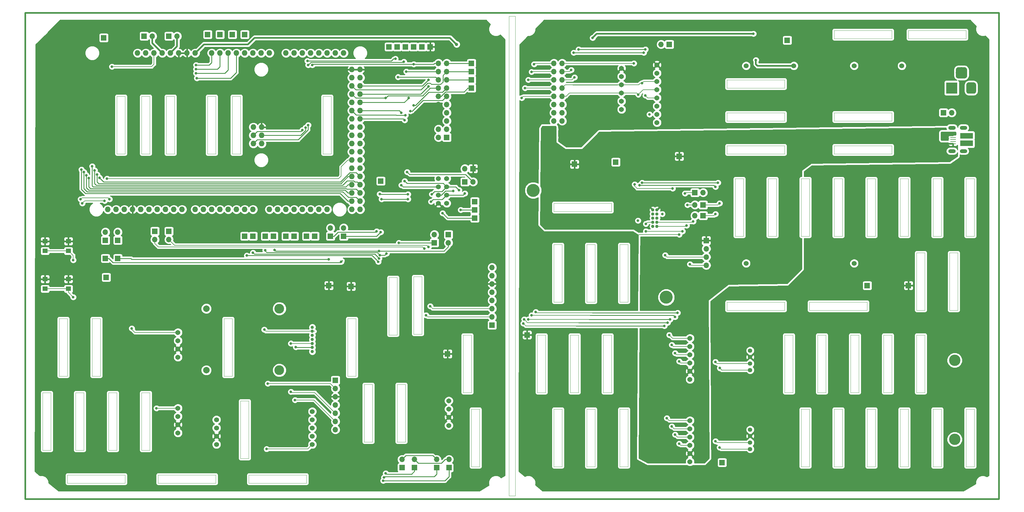
<source format=gbr>
%TF.GenerationSoftware,KiCad,Pcbnew,(5.0.2)-1*%
%TF.CreationDate,2019-11-19T01:28:37+09:00*%
%TF.ProjectId,sensor_board,73656e73-6f72-45f6-926f-6172642e6b69,rev?*%
%TF.SameCoordinates,Original*%
%TF.FileFunction,Copper,L1,Top*%
%TF.FilePolarity,Positive*%
%FSLAX46Y46*%
G04 Gerber Fmt 4.6, Leading zero omitted, Abs format (unit mm)*
G04 Created by KiCad (PCBNEW (5.0.2)-1) date 2019-11-19 오전 1:28:37*
%MOMM*%
%LPD*%
G01*
G04 APERTURE LIST*
%ADD10C,0.100000*%
%ADD11C,0.500000*%
%ADD12C,4.000000*%
%ADD13C,1.000000*%
%ADD14O,1.700000X1.700000*%
%ADD15R,1.700000X1.700000*%
%ADD16C,3.500000*%
%ADD17C,1.350000*%
%ADD18C,2.000000*%
%ADD19C,3.000000*%
%ADD20C,1.540000*%
%ADD21O,1.727200X1.727200*%
%ADD22R,3.500000X3.500000*%
%ADD23R,3.900000X1.800000*%
%ADD24O,2.300000X1.200000*%
%ADD25R,1.700000X0.250000*%
%ADD26C,1.524000*%
%ADD27R,1.600000X1.400000*%
%ADD28C,0.800000*%
%ADD29C,0.200000*%
%ADD30C,0.254000*%
%ADD31C,0.250000*%
G04 APERTURE END LIST*
D10*
X137160000Y-134620000D02*
X137160000Y-152400000D01*
X137160000Y-152400000D02*
X134620000Y-152400000D01*
X134620000Y-152400000D02*
X134620000Y-134620000D01*
X134620000Y-134620000D02*
X137160000Y-134620000D01*
X58420000Y-137160000D02*
X58420000Y-154940000D01*
X58420000Y-154940000D02*
X55880000Y-154940000D01*
X55880000Y-137160000D02*
X58420000Y-137160000D01*
X55880000Y-154940000D02*
X55880000Y-137160000D01*
X292100000Y-25400000D02*
X309880000Y-25400000D01*
X309880000Y-25400000D02*
X309880000Y-27940000D01*
X292100000Y-27940000D02*
X292100000Y-25400000D01*
X309880000Y-27940000D02*
X292100000Y-27940000D01*
X269240000Y-25400000D02*
X287020000Y-25400000D01*
X287020000Y-25400000D02*
X287020000Y-27940000D01*
X269240000Y-27940000D02*
X269240000Y-25400000D01*
X287020000Y-27940000D02*
X269240000Y-27940000D01*
X269240000Y-60960000D02*
X287020000Y-60960000D01*
X287020000Y-60960000D02*
X287020000Y-63500000D01*
X269240000Y-63500000D02*
X269240000Y-60960000D01*
X287020000Y-63500000D02*
X269240000Y-63500000D01*
X261620000Y-109220000D02*
X279400000Y-109220000D01*
X279400000Y-109220000D02*
X279400000Y-111760000D01*
X261620000Y-111760000D02*
X261620000Y-109220000D01*
X279400000Y-111760000D02*
X261620000Y-111760000D01*
X236220000Y-109220000D02*
X254000000Y-109220000D01*
X254000000Y-109220000D02*
X254000000Y-111760000D01*
X236220000Y-111760000D02*
X236220000Y-109220000D01*
X254000000Y-111760000D02*
X236220000Y-111760000D01*
X259080000Y-88900000D02*
X259080000Y-71120000D01*
X259080000Y-71120000D02*
X261620000Y-71120000D01*
X261620000Y-88900000D02*
X259080000Y-88900000D01*
X261620000Y-71120000D02*
X261620000Y-88900000D01*
X309880000Y-160020000D02*
X309880000Y-142240000D01*
X309880000Y-142240000D02*
X312420000Y-142240000D01*
X312420000Y-160020000D02*
X309880000Y-160020000D01*
X312420000Y-142240000D02*
X312420000Y-160020000D01*
X205740000Y-142240000D02*
X205740000Y-160020000D01*
X205740000Y-160020000D02*
X203200000Y-160020000D01*
X203200000Y-142240000D02*
X205740000Y-142240000D01*
X203200000Y-160020000D02*
X203200000Y-142240000D01*
X182880000Y-78740000D02*
X200660000Y-78740000D01*
X200660000Y-78740000D02*
X200660000Y-81280000D01*
X182880000Y-81280000D02*
X182880000Y-78740000D01*
X200660000Y-81280000D02*
X182880000Y-81280000D01*
X236220000Y-60960000D02*
X254000000Y-60960000D01*
X254000000Y-60960000D02*
X254000000Y-63500000D01*
X236220000Y-63500000D02*
X236220000Y-60960000D01*
X254000000Y-63500000D02*
X236220000Y-63500000D01*
X121920000Y-114300000D02*
X121920000Y-132080000D01*
X121920000Y-132080000D02*
X119380000Y-132080000D01*
X119380000Y-132080000D02*
X119380000Y-114300000D01*
X119380000Y-114300000D02*
X121920000Y-114300000D01*
X127000000Y-134620000D02*
X127000000Y-152400000D01*
X127000000Y-152400000D02*
X124460000Y-152400000D01*
X124460000Y-152400000D02*
X124460000Y-134620000D01*
X124460000Y-134620000D02*
X127000000Y-134620000D01*
X160020000Y-142240000D02*
X160020000Y-160020000D01*
X160020000Y-160020000D02*
X157480000Y-160020000D01*
X157480000Y-160020000D02*
X157480000Y-142240000D01*
X157480000Y-142240000D02*
X160020000Y-142240000D01*
X88900000Y-139700000D02*
X88900000Y-157480000D01*
X88900000Y-157480000D02*
X86360000Y-157480000D01*
X86360000Y-157480000D02*
X86360000Y-139700000D01*
X86360000Y-139700000D02*
X88900000Y-139700000D01*
X83820000Y-114300000D02*
X83820000Y-132080000D01*
X83820000Y-132080000D02*
X81280000Y-132080000D01*
X81280000Y-132080000D02*
X81280000Y-114300000D01*
X81280000Y-114300000D02*
X83820000Y-114300000D01*
X114300000Y-45720000D02*
X114300000Y-63500000D01*
X114300000Y-63500000D02*
X111760000Y-63500000D01*
X111760000Y-63500000D02*
X111760000Y-45720000D01*
X111760000Y-45720000D02*
X114300000Y-45720000D01*
X86360000Y-45720000D02*
X86360000Y-63500000D01*
X86360000Y-63500000D02*
X83820000Y-63500000D01*
X83820000Y-63500000D02*
X83820000Y-45720000D01*
X83820000Y-45720000D02*
X86360000Y-45720000D01*
X78740000Y-45720000D02*
X78740000Y-63500000D01*
X78740000Y-63500000D02*
X76200000Y-63500000D01*
X76200000Y-63500000D02*
X76200000Y-45720000D01*
X76200000Y-45720000D02*
X78740000Y-45720000D01*
X302260000Y-142240000D02*
X302260000Y-160020000D01*
X302260000Y-160020000D02*
X299720000Y-160020000D01*
X299720000Y-160020000D02*
X299720000Y-142240000D01*
X299720000Y-142240000D02*
X302260000Y-142240000D01*
X292100000Y-142240000D02*
X292100000Y-160020000D01*
X292100000Y-160020000D02*
X289560000Y-160020000D01*
X289560000Y-160020000D02*
X289560000Y-142240000D01*
X289560000Y-142240000D02*
X292100000Y-142240000D01*
X297180000Y-93980000D02*
X297180000Y-111760000D01*
X297180000Y-111760000D02*
X294640000Y-111760000D01*
X294640000Y-111760000D02*
X294640000Y-93980000D01*
X294640000Y-93980000D02*
X297180000Y-93980000D01*
X307340000Y-93980000D02*
X307340000Y-111760000D01*
X307340000Y-111760000D02*
X304800000Y-111760000D01*
X304800000Y-111760000D02*
X304800000Y-93980000D01*
X304800000Y-93980000D02*
X307340000Y-93980000D01*
X312420000Y-71120000D02*
X312420000Y-88900000D01*
X312420000Y-88900000D02*
X309880000Y-88900000D01*
X309880000Y-88900000D02*
X309880000Y-71120000D01*
X309880000Y-71120000D02*
X312420000Y-71120000D01*
X66040000Y-45720000D02*
X66040000Y-63500000D01*
X66040000Y-63500000D02*
X63500000Y-63500000D01*
X48260000Y-45720000D02*
X50800000Y-45720000D01*
X50800000Y-63500000D02*
X48260000Y-63500000D01*
X63500000Y-63500000D02*
X63500000Y-45720000D01*
X50800000Y-45720000D02*
X50800000Y-63500000D01*
X48260000Y-63500000D02*
X48260000Y-45720000D01*
X63500000Y-45720000D02*
X66040000Y-45720000D01*
X55880000Y-63500000D02*
X55880000Y-45720000D01*
X55880000Y-45720000D02*
X58420000Y-45720000D01*
X58420000Y-45720000D02*
X58420000Y-63500000D01*
X58420000Y-63500000D02*
X55880000Y-63500000D01*
X33020000Y-162560000D02*
X50800000Y-162560000D01*
X50800000Y-162560000D02*
X50800000Y-165100000D01*
X88900000Y-165100000D02*
X88900000Y-162560000D01*
X106680000Y-162560000D02*
X106680000Y-165100000D01*
X50800000Y-165100000D02*
X33020000Y-165100000D01*
X88900000Y-162560000D02*
X106680000Y-162560000D01*
X106680000Y-165100000D02*
X88900000Y-165100000D01*
X33020000Y-165100000D02*
X33020000Y-162560000D01*
X78740000Y-165100000D02*
X60960000Y-165100000D01*
X60960000Y-165100000D02*
X60960000Y-162560000D01*
X60960000Y-162560000D02*
X78740000Y-162560000D01*
X78740000Y-162560000D02*
X78740000Y-165100000D01*
X279400000Y-160020000D02*
X279400000Y-142240000D01*
X279400000Y-142240000D02*
X281940000Y-142240000D01*
X281940000Y-142240000D02*
X281940000Y-160020000D01*
X281940000Y-160020000D02*
X279400000Y-160020000D01*
X271780000Y-142240000D02*
X271780000Y-160020000D01*
X271780000Y-160020000D02*
X269240000Y-160020000D01*
X259080000Y-142240000D02*
X261620000Y-142240000D01*
X261620000Y-160020000D02*
X259080000Y-160020000D01*
X269240000Y-160020000D02*
X269240000Y-142240000D01*
X261620000Y-142240000D02*
X261620000Y-160020000D01*
X259080000Y-160020000D02*
X259080000Y-142240000D01*
X269240000Y-142240000D02*
X271780000Y-142240000D01*
X297180000Y-119380000D02*
X297180000Y-137160000D01*
X297180000Y-137160000D02*
X294640000Y-137160000D01*
X274320000Y-119380000D02*
X276860000Y-119380000D01*
X276860000Y-137160000D02*
X274320000Y-137160000D01*
X294640000Y-137160000D02*
X294640000Y-119380000D01*
X276860000Y-119380000D02*
X276860000Y-137160000D01*
X274320000Y-137160000D02*
X274320000Y-119380000D01*
X294640000Y-119380000D02*
X297180000Y-119380000D01*
X284480000Y-137160000D02*
X284480000Y-119380000D01*
X284480000Y-119380000D02*
X287020000Y-119380000D01*
X287020000Y-119380000D02*
X287020000Y-137160000D01*
X287020000Y-137160000D02*
X284480000Y-137160000D01*
X266700000Y-119380000D02*
X266700000Y-137160000D01*
X266700000Y-137160000D02*
X264160000Y-137160000D01*
X254000000Y-119380000D02*
X256540000Y-119380000D01*
X256540000Y-137160000D02*
X254000000Y-137160000D01*
X264160000Y-137160000D02*
X264160000Y-119380000D01*
X256540000Y-119380000D02*
X256540000Y-137160000D01*
X254000000Y-137160000D02*
X254000000Y-119380000D01*
X264160000Y-119380000D02*
X266700000Y-119380000D01*
X195580000Y-142240000D02*
X195580000Y-160020000D01*
X195580000Y-160020000D02*
X193040000Y-160020000D01*
X182880000Y-142240000D02*
X185420000Y-142240000D01*
X185420000Y-160020000D02*
X182880000Y-160020000D01*
X193040000Y-160020000D02*
X193040000Y-142240000D01*
X185420000Y-142240000D02*
X185420000Y-160020000D01*
X182880000Y-160020000D02*
X182880000Y-142240000D01*
X193040000Y-142240000D02*
X195580000Y-142240000D01*
X200660000Y-119380000D02*
X200660000Y-137160000D01*
X200660000Y-137160000D02*
X198120000Y-137160000D01*
X177800000Y-119380000D02*
X180340000Y-119380000D01*
X180340000Y-137160000D02*
X177800000Y-137160000D01*
X198120000Y-137160000D02*
X198120000Y-119380000D01*
X180340000Y-119380000D02*
X180340000Y-137160000D01*
X177800000Y-137160000D02*
X177800000Y-119380000D01*
X198120000Y-119380000D02*
X200660000Y-119380000D01*
X187960000Y-137160000D02*
X187960000Y-119380000D01*
X187960000Y-119380000D02*
X190500000Y-119380000D01*
X190500000Y-119380000D02*
X190500000Y-137160000D01*
X190500000Y-137160000D02*
X187960000Y-137160000D01*
X48260000Y-137160000D02*
X48260000Y-154940000D01*
X48260000Y-154940000D02*
X45720000Y-154940000D01*
X25400000Y-137160000D02*
X27940000Y-137160000D01*
X27940000Y-154940000D02*
X25400000Y-154940000D01*
X45720000Y-154940000D02*
X45720000Y-137160000D01*
X27940000Y-137160000D02*
X27940000Y-154940000D01*
X25400000Y-154940000D02*
X25400000Y-137160000D01*
X45720000Y-137160000D02*
X48260000Y-137160000D01*
X35560000Y-154940000D02*
X35560000Y-137160000D01*
X35560000Y-137160000D02*
X38100000Y-137160000D01*
X38100000Y-137160000D02*
X38100000Y-154940000D01*
X38100000Y-154940000D02*
X35560000Y-154940000D01*
X30480000Y-114300000D02*
X33020000Y-114300000D01*
X33020000Y-132080000D02*
X30480000Y-132080000D01*
X33020000Y-114300000D02*
X33020000Y-132080000D01*
X30480000Y-132080000D02*
X30480000Y-114300000D01*
X40640000Y-132080000D02*
X40640000Y-114300000D01*
X40640000Y-114300000D02*
X43180000Y-114300000D01*
X43180000Y-114300000D02*
X43180000Y-132080000D01*
X43180000Y-132080000D02*
X40640000Y-132080000D01*
X157480000Y-119380000D02*
X157480000Y-137160000D01*
X157480000Y-137160000D02*
X154940000Y-137160000D01*
X132080000Y-101600000D02*
X134620000Y-101600000D01*
X134620000Y-119380000D02*
X132080000Y-119380000D01*
X154940000Y-137160000D02*
X154940000Y-119380000D01*
X134620000Y-101600000D02*
X134620000Y-119380000D01*
X132080000Y-119380000D02*
X132080000Y-101600000D01*
X154940000Y-119380000D02*
X157480000Y-119380000D01*
X139700000Y-119126000D02*
X139700000Y-101346000D01*
X139700000Y-101346000D02*
X142240000Y-101346000D01*
X142240000Y-101346000D02*
X142240000Y-119126000D01*
X142240000Y-119126000D02*
X139700000Y-119126000D01*
X205740000Y-91440000D02*
X205740000Y-109220000D01*
X205740000Y-109220000D02*
X203200000Y-109220000D01*
X203200000Y-109220000D02*
X203200000Y-91440000D01*
X203200000Y-91440000D02*
X205740000Y-91440000D01*
X182880000Y-91440000D02*
X185420000Y-91440000D01*
X185420000Y-91440000D02*
X185420000Y-109220000D01*
X182880000Y-109220000D02*
X182880000Y-91440000D01*
X185420000Y-109220000D02*
X182880000Y-109220000D01*
X195580000Y-91440000D02*
X195580000Y-109220000D01*
X193040000Y-109220000D02*
X193040000Y-91440000D01*
X195580000Y-109220000D02*
X193040000Y-109220000D01*
X193040000Y-91440000D02*
X195580000Y-91440000D01*
X269240000Y-53340000D02*
X269240000Y-50800000D01*
X269240000Y-50800000D02*
X287020000Y-50800000D01*
X287020000Y-53340000D02*
X269240000Y-53340000D01*
X287020000Y-50800000D02*
X287020000Y-53340000D01*
X236220000Y-53340000D02*
X236220000Y-50800000D01*
X236220000Y-50800000D02*
X254000000Y-50800000D01*
X254000000Y-53340000D02*
X236220000Y-53340000D01*
X254000000Y-50800000D02*
X254000000Y-53340000D01*
X236220000Y-43180000D02*
X236220000Y-40640000D01*
X236220000Y-40640000D02*
X254000000Y-40640000D01*
X254000000Y-43180000D02*
X236220000Y-43180000D01*
X254000000Y-40640000D02*
X254000000Y-43180000D01*
X299720000Y-71120000D02*
X302260000Y-71120000D01*
X302260000Y-71120000D02*
X302260000Y-88900000D01*
X299720000Y-88900000D02*
X299720000Y-71120000D01*
X302260000Y-88900000D02*
X299720000Y-88900000D01*
X289560000Y-71120000D02*
X292100000Y-71120000D01*
X292100000Y-71120000D02*
X292100000Y-88900000D01*
X289560000Y-88900000D02*
X289560000Y-71120000D01*
X292100000Y-88900000D02*
X289560000Y-88900000D01*
X279400000Y-71120000D02*
X281940000Y-71120000D01*
X281940000Y-71120000D02*
X281940000Y-88900000D01*
X279400000Y-88900000D02*
X279400000Y-71120000D01*
X281940000Y-88900000D02*
X279400000Y-88900000D01*
X269240000Y-71120000D02*
X271780000Y-71120000D01*
X271780000Y-71120000D02*
X271780000Y-88900000D01*
X269240000Y-88900000D02*
X269240000Y-71120000D01*
X271780000Y-88900000D02*
X269240000Y-88900000D01*
X248920000Y-71120000D02*
X251460000Y-71120000D01*
X251460000Y-71120000D02*
X251460000Y-88900000D01*
X248920000Y-88900000D02*
X248920000Y-71120000D01*
X251460000Y-88900000D02*
X248920000Y-88900000D01*
X238760000Y-88900000D02*
X238760000Y-71120000D01*
X241300000Y-88900000D02*
X238760000Y-88900000D01*
X238760000Y-71120000D02*
X241300000Y-71120000D01*
X241300000Y-71120000D02*
X241300000Y-88900000D01*
X171000000Y-169000000D02*
X169000000Y-169000000D01*
X171000000Y-21000000D02*
X169000000Y-21000000D01*
X171000000Y-21000000D02*
X171000000Y-169000000D01*
X169000000Y-21000000D02*
X169000000Y-169000000D01*
D11*
X320000000Y-20000000D02*
X320000000Y-170000000D01*
X20000000Y-170000000D02*
X320000000Y-170000000D01*
X20000000Y-20000000D02*
X320000000Y-20000000D01*
X20000000Y-20000000D02*
X20000000Y-170000000D01*
D12*
X217480000Y-107752000D03*
X176480000Y-74752000D03*
D13*
X213360000Y-85852000D03*
X214630000Y-85852000D03*
X213360000Y-84582000D03*
X214630000Y-84582000D03*
X213360000Y-80772000D03*
X214630000Y-80772000D03*
X213360000Y-82042000D03*
X214630000Y-82042000D03*
X213360000Y-83312000D03*
X214630000Y-83312000D03*
D14*
X229805367Y-97861423D03*
X229805367Y-95321423D03*
X229805367Y-92781423D03*
D15*
X229805367Y-90241423D03*
D16*
X306332000Y-151590000D03*
D17*
X243332000Y-154590000D03*
X243332000Y-152590000D03*
X243332000Y-150590000D03*
X243332000Y-148590000D03*
D16*
X306332000Y-127206000D03*
D17*
X243332000Y-130206000D03*
X243332000Y-128206000D03*
X243332000Y-126206000D03*
X243332000Y-124206000D03*
D18*
X75798000Y-130252000D03*
X75798000Y-111252000D03*
D19*
X98298000Y-130252000D03*
X98298000Y-111252000D03*
D13*
X108458000Y-124502000D03*
X108458000Y-123252000D03*
X108458000Y-120752000D03*
X108458000Y-122002000D03*
X108458000Y-119502000D03*
X108458000Y-118252000D03*
X108458000Y-117002000D03*
D15*
X150114000Y-125222000D03*
X185420000Y-58420000D03*
D14*
X182880000Y-58420000D03*
X185420000Y-55880000D03*
X182880000Y-55880000D03*
X185420000Y-53340000D03*
X182880000Y-53340000D03*
X185420000Y-50800000D03*
X182880000Y-50800000D03*
X185420000Y-48260000D03*
X182880000Y-48260000D03*
X185420000Y-45720000D03*
X182880000Y-45720000D03*
X185420000Y-43180000D03*
X182880000Y-43180000D03*
X185420000Y-40640000D03*
X182880000Y-40640000D03*
X185420000Y-38100000D03*
X182880000Y-38100000D03*
X185420000Y-35560000D03*
X182880000Y-35560000D03*
D20*
X214630000Y-36068000D03*
X214630000Y-38608000D03*
X214630000Y-41148000D03*
X214630000Y-43688000D03*
X214630000Y-46228000D03*
X214630000Y-51308000D03*
X214630000Y-48768000D03*
X214630000Y-53848000D03*
D15*
X157480000Y-35560000D03*
X93980000Y-88900000D03*
D20*
X67056000Y-149606000D03*
X67056000Y-147066000D03*
X67056000Y-144526000D03*
X67056000Y-141986000D03*
X150495000Y-147320000D03*
X150495000Y-144780000D03*
X150495000Y-142240000D03*
X150495000Y-139700000D03*
D21*
X90297000Y-55245000D03*
X92837000Y-55245000D03*
X92837000Y-57785000D03*
X90297000Y-57785000D03*
X92837000Y-60325000D03*
X77470000Y-32385000D03*
X72390000Y-32385000D03*
X69850000Y-32385000D03*
X67310000Y-32385000D03*
X64770000Y-32385000D03*
X62230000Y-32385000D03*
X59690000Y-32385000D03*
X57150000Y-32385000D03*
X113030000Y-80645000D03*
X110490000Y-80645000D03*
X107950000Y-80645000D03*
X105410000Y-80645000D03*
X102870000Y-80645000D03*
X100330000Y-80645000D03*
X97790000Y-80645000D03*
X95250000Y-80645000D03*
X90170000Y-80645000D03*
X87630000Y-80645000D03*
X85090000Y-80645000D03*
X82550000Y-80645000D03*
X80010000Y-80645000D03*
X77470000Y-80645000D03*
X74930000Y-80645000D03*
X72390000Y-80645000D03*
X53086000Y-80645000D03*
X68326000Y-80645000D03*
X65786000Y-80645000D03*
X63246000Y-80645000D03*
X45466000Y-80645000D03*
X48006000Y-80645000D03*
X50546000Y-80645000D03*
X55626000Y-80645000D03*
X58166000Y-80645000D03*
X60706000Y-80645000D03*
X54610000Y-32385000D03*
X80010000Y-32385000D03*
X82550000Y-32385000D03*
X85090000Y-32385000D03*
X87630000Y-32385000D03*
X90170000Y-32385000D03*
X92710000Y-32385000D03*
X95250000Y-32385000D03*
X100330000Y-32385000D03*
X102870000Y-32385000D03*
X105410000Y-32385000D03*
X107950000Y-32385000D03*
X110490000Y-32385000D03*
X113030000Y-32385000D03*
X115570000Y-32385000D03*
X118110000Y-32385000D03*
X120650000Y-80645000D03*
X123190000Y-80645000D03*
X120650000Y-78105000D03*
X123190000Y-78105000D03*
X120650000Y-75565000D03*
X123190000Y-75565000D03*
X120650000Y-73025000D03*
X123190000Y-73025000D03*
X120650000Y-70485000D03*
X123190000Y-70485000D03*
X120650000Y-67945000D03*
X123190000Y-67945000D03*
X120650000Y-65405000D03*
X123190000Y-65405000D03*
X120650000Y-62865000D03*
X123190000Y-62865000D03*
X120650000Y-60325000D03*
X123190000Y-60325000D03*
X120650000Y-57785000D03*
X123190000Y-57785000D03*
X120650000Y-55245000D03*
X123190000Y-55245000D03*
X120650000Y-52705000D03*
X123190000Y-52705000D03*
X120650000Y-50165000D03*
X123190000Y-50165000D03*
X120650000Y-47625000D03*
X123190000Y-47625000D03*
X120650000Y-45085000D03*
X123190000Y-45085000D03*
X120650000Y-42545000D03*
X123190000Y-42545000D03*
X120650000Y-40005000D03*
X123190000Y-40005000D03*
X120650000Y-37465000D03*
X123190000Y-37465000D03*
X90297000Y-60325000D03*
D15*
X64262000Y-27178000D03*
D14*
X66802000Y-27178000D03*
X59182000Y-27178000D03*
D15*
X56642000Y-27178000D03*
D14*
X147320000Y-35560000D03*
X149860000Y-35560000D03*
X147320000Y-38100000D03*
X149860000Y-38100000D03*
X147320000Y-40640000D03*
X149860000Y-40640000D03*
X147320000Y-43180000D03*
X149860000Y-43180000D03*
X147320000Y-45720000D03*
X149860000Y-45720000D03*
X147320000Y-48260000D03*
X149860000Y-48260000D03*
X147320000Y-50800000D03*
X149860000Y-50800000D03*
X147320000Y-53340000D03*
X149860000Y-53340000D03*
X147320000Y-55880000D03*
X149860000Y-55880000D03*
X147320000Y-58420000D03*
D15*
X149860000Y-58420000D03*
D22*
X305435000Y-43180000D03*
D10*
G36*
X312258513Y-41433611D02*
X312331318Y-41444411D01*
X312402714Y-41462295D01*
X312472013Y-41487090D01*
X312538548Y-41518559D01*
X312601678Y-41556398D01*
X312660795Y-41600242D01*
X312715330Y-41649670D01*
X312764758Y-41704205D01*
X312808602Y-41763322D01*
X312846441Y-41826452D01*
X312877910Y-41892987D01*
X312902705Y-41962286D01*
X312920589Y-42033682D01*
X312931389Y-42106487D01*
X312935000Y-42180000D01*
X312935000Y-44180000D01*
X312931389Y-44253513D01*
X312920589Y-44326318D01*
X312902705Y-44397714D01*
X312877910Y-44467013D01*
X312846441Y-44533548D01*
X312808602Y-44596678D01*
X312764758Y-44655795D01*
X312715330Y-44710330D01*
X312660795Y-44759758D01*
X312601678Y-44803602D01*
X312538548Y-44841441D01*
X312472013Y-44872910D01*
X312402714Y-44897705D01*
X312331318Y-44915589D01*
X312258513Y-44926389D01*
X312185000Y-44930000D01*
X310685000Y-44930000D01*
X310611487Y-44926389D01*
X310538682Y-44915589D01*
X310467286Y-44897705D01*
X310397987Y-44872910D01*
X310331452Y-44841441D01*
X310268322Y-44803602D01*
X310209205Y-44759758D01*
X310154670Y-44710330D01*
X310105242Y-44655795D01*
X310061398Y-44596678D01*
X310023559Y-44533548D01*
X309992090Y-44467013D01*
X309967295Y-44397714D01*
X309949411Y-44326318D01*
X309938611Y-44253513D01*
X309935000Y-44180000D01*
X309935000Y-42180000D01*
X309938611Y-42106487D01*
X309949411Y-42033682D01*
X309967295Y-41962286D01*
X309992090Y-41892987D01*
X310023559Y-41826452D01*
X310061398Y-41763322D01*
X310105242Y-41704205D01*
X310154670Y-41649670D01*
X310209205Y-41600242D01*
X310268322Y-41556398D01*
X310331452Y-41518559D01*
X310397987Y-41487090D01*
X310467286Y-41462295D01*
X310538682Y-41444411D01*
X310611487Y-41433611D01*
X310685000Y-41430000D01*
X312185000Y-41430000D01*
X312258513Y-41433611D01*
X312258513Y-41433611D01*
G37*
D19*
X311435000Y-43180000D03*
D10*
G36*
X309395765Y-36734213D02*
X309480704Y-36746813D01*
X309563999Y-36767677D01*
X309644848Y-36796605D01*
X309722472Y-36833319D01*
X309796124Y-36877464D01*
X309865094Y-36928616D01*
X309928718Y-36986282D01*
X309986384Y-37049906D01*
X310037536Y-37118876D01*
X310081681Y-37192528D01*
X310118395Y-37270152D01*
X310147323Y-37351001D01*
X310168187Y-37434296D01*
X310180787Y-37519235D01*
X310185000Y-37605000D01*
X310185000Y-39355000D01*
X310180787Y-39440765D01*
X310168187Y-39525704D01*
X310147323Y-39608999D01*
X310118395Y-39689848D01*
X310081681Y-39767472D01*
X310037536Y-39841124D01*
X309986384Y-39910094D01*
X309928718Y-39973718D01*
X309865094Y-40031384D01*
X309796124Y-40082536D01*
X309722472Y-40126681D01*
X309644848Y-40163395D01*
X309563999Y-40192323D01*
X309480704Y-40213187D01*
X309395765Y-40225787D01*
X309310000Y-40230000D01*
X307560000Y-40230000D01*
X307474235Y-40225787D01*
X307389296Y-40213187D01*
X307306001Y-40192323D01*
X307225152Y-40163395D01*
X307147528Y-40126681D01*
X307073876Y-40082536D01*
X307004906Y-40031384D01*
X306941282Y-39973718D01*
X306883616Y-39910094D01*
X306832464Y-39841124D01*
X306788319Y-39767472D01*
X306751605Y-39689848D01*
X306722677Y-39608999D01*
X306701813Y-39525704D01*
X306689213Y-39440765D01*
X306685000Y-39355000D01*
X306685000Y-37605000D01*
X306689213Y-37519235D01*
X306701813Y-37434296D01*
X306722677Y-37351001D01*
X306751605Y-37270152D01*
X306788319Y-37192528D01*
X306832464Y-37118876D01*
X306883616Y-37049906D01*
X306941282Y-36986282D01*
X307004906Y-36928616D01*
X307073876Y-36877464D01*
X307147528Y-36833319D01*
X307225152Y-36796605D01*
X307306001Y-36767677D01*
X307389296Y-36746813D01*
X307474235Y-36734213D01*
X307560000Y-36730000D01*
X309310000Y-36730000D01*
X309395765Y-36734213D01*
X309395765Y-36734213D01*
G37*
D16*
X308435000Y-38480000D03*
D23*
X310040000Y-60205000D03*
X310040000Y-57905000D03*
D24*
X309040000Y-62655000D03*
X305490000Y-62655000D03*
X309040000Y-55455000D03*
X305490000Y-55455000D03*
D25*
X305840000Y-60355000D03*
X305840000Y-59705000D03*
X305840000Y-59055000D03*
X305840000Y-58405000D03*
X305840000Y-57755000D03*
D15*
X114046000Y-88900000D03*
D14*
X114046000Y-86360000D03*
X118110000Y-86360000D03*
D15*
X118110000Y-88900000D03*
X48514000Y-90170000D03*
D14*
X48514000Y-87630000D03*
X44704000Y-87630000D03*
D15*
X44704000Y-90170000D03*
D14*
X226314000Y-79248000D03*
D15*
X228854000Y-79248000D03*
X228854000Y-82550000D03*
D14*
X226314000Y-82550000D03*
D15*
X146050000Y-90932000D03*
D14*
X146050000Y-88392000D03*
X155448000Y-68072000D03*
D15*
X157988000Y-68072000D03*
X146751719Y-160323868D03*
D14*
X146751719Y-157783868D03*
X150561719Y-157783868D03*
D15*
X150561719Y-160323868D03*
X136099389Y-160323868D03*
D14*
X136099389Y-157783868D03*
X139909389Y-157783868D03*
D15*
X139909389Y-160323868D03*
D14*
X228854000Y-75438000D03*
D15*
X226314000Y-75438000D03*
X155448000Y-72136000D03*
D14*
X157988000Y-72136000D03*
D15*
X150368000Y-88392000D03*
D14*
X150368000Y-90932000D03*
D15*
X90170000Y-88900000D03*
X87630000Y-88900000D03*
X109220000Y-88900000D03*
X106680000Y-88900000D03*
X102870000Y-88900000D03*
X100330000Y-88900000D03*
X96520000Y-88900000D03*
X48514000Y-95758000D03*
X44704000Y-95758000D03*
X157480000Y-43180000D03*
X132080000Y-30480000D03*
X158496000Y-80772000D03*
X158496000Y-78232000D03*
X158496000Y-83312000D03*
X157480000Y-40640000D03*
X134620000Y-30480000D03*
X157480000Y-38100000D03*
X254762000Y-28448000D03*
X201930000Y-66040000D03*
X234696000Y-158750000D03*
X279400000Y-104140000D03*
X76200000Y-26670000D03*
X80010000Y-26670000D03*
X83820000Y-26670000D03*
X87630000Y-26670000D03*
X120396000Y-104394000D03*
X113538000Y-104140000D03*
X144780000Y-30480000D03*
D26*
X290068000Y-97282000D03*
X275368000Y-97282000D03*
X290068000Y-36322000D03*
X275368000Y-36322000D03*
X242094000Y-36322000D03*
X256794000Y-36322000D03*
X242094000Y-97282000D03*
X256794000Y-97282000D03*
X108458000Y-153162000D03*
X108458000Y-150622000D03*
X108458000Y-148082000D03*
X108458000Y-145542000D03*
X108458000Y-143002000D03*
X78918000Y-153162000D03*
X78918000Y-150622000D03*
X78918000Y-148082000D03*
X78918000Y-145542000D03*
X147320000Y-78740000D03*
X149860000Y-78740000D03*
X147320000Y-76200000D03*
X149860000Y-76200000D03*
X147320000Y-73660000D03*
X149860000Y-73660000D03*
X147320000Y-71120000D03*
X149860000Y-71120000D03*
D20*
X203708000Y-37084000D03*
X203708000Y-39624000D03*
X203708000Y-42164000D03*
X203708000Y-44704000D03*
X203708000Y-47244000D03*
X203708000Y-49784000D03*
X224790000Y-145796000D03*
X224790000Y-148336000D03*
X224790000Y-150876000D03*
X224790000Y-153416000D03*
X224790000Y-155956000D03*
X224790000Y-158496000D03*
X224790000Y-133096000D03*
X224790000Y-130556000D03*
X224790000Y-128016000D03*
X224790000Y-125476000D03*
X224790000Y-122936000D03*
X224790000Y-120396000D03*
D15*
X218440000Y-29718000D03*
D14*
X215900000Y-29718000D03*
D15*
X137160000Y-30480000D03*
X139700000Y-30480000D03*
D20*
X67056000Y-126238000D03*
X67056000Y-123698000D03*
X67056000Y-121158000D03*
X67056000Y-118618000D03*
D15*
X129540000Y-71882000D03*
X44196000Y-27686000D03*
X44958000Y-101600000D03*
X142240000Y-30480000D03*
X174625000Y-119380000D03*
X292100000Y-104140000D03*
X221488000Y-64262000D03*
X189230000Y-66675000D03*
X302895000Y-50800000D03*
D14*
X305435000Y-50800000D03*
D15*
X115570000Y-133350000D03*
D14*
X115570000Y-135890000D03*
X115570000Y-138430000D03*
X115570000Y-140970000D03*
X115570000Y-143510000D03*
X115570000Y-146050000D03*
X115570000Y-148590000D03*
D27*
X33318000Y-90448000D03*
X26118000Y-90448000D03*
X33318000Y-93448000D03*
X26118000Y-93448000D03*
X26118000Y-105132000D03*
X33318000Y-105132000D03*
X26118000Y-102132000D03*
X33318000Y-102132000D03*
D15*
X163830000Y-116332000D03*
D14*
X163830000Y-113792000D03*
X163830000Y-111252000D03*
X163830000Y-108712000D03*
X163830000Y-106172000D03*
X163830000Y-103632000D03*
X163830000Y-101092000D03*
X163830000Y-98552000D03*
X59944000Y-89916000D03*
D15*
X59944000Y-87376000D03*
X64262000Y-87376000D03*
D14*
X64262000Y-89916000D03*
D28*
X221488000Y-88392000D03*
X218948000Y-44450000D03*
X304038000Y-57150000D03*
X302514000Y-57150000D03*
X302514000Y-58674000D03*
X304038000Y-58674002D03*
X208788000Y-84074000D03*
X216281000Y-82042000D03*
X156972000Y-49784000D03*
X156972000Y-51054000D03*
X156972000Y-52324000D03*
X156972000Y-53340000D03*
X145034000Y-80264000D03*
X145034000Y-82296000D03*
X47244000Y-28448000D03*
X47244000Y-26416000D03*
X73660000Y-28194000D03*
X73660000Y-25908000D03*
X63491000Y-102861000D03*
X63491000Y-109465000D03*
X61214000Y-101346004D03*
X82775561Y-107084824D03*
X77724000Y-106045000D03*
X77802771Y-100124229D03*
X115112800Y-117754400D03*
X110261400Y-119507000D03*
X39878000Y-93472000D03*
X39624000Y-105156002D03*
D13*
X152908000Y-29718000D03*
D28*
X210566000Y-32258000D03*
X211074000Y-45466000D03*
X188214000Y-37592000D03*
X188976000Y-32258000D03*
X211074000Y-31242000D03*
X212344000Y-51308000D03*
X189230000Y-39878000D03*
X190500000Y-31242000D03*
X209296000Y-73151964D03*
X232664000Y-73659994D03*
X232664000Y-82042000D03*
X208872009Y-45196562D03*
X232664000Y-152146000D03*
X232638600Y-127685800D03*
X219456000Y-74168000D03*
X207772000Y-72898000D03*
X207518000Y-35560000D03*
X210058000Y-72390000D03*
X233426000Y-72390000D03*
X210058000Y-41656000D03*
X233934000Y-78740000D03*
X233908600Y-154076400D03*
X233984800Y-129590800D03*
X117348000Y-96774000D03*
X139700000Y-48514000D03*
X137922000Y-77470000D03*
X129540000Y-87630000D03*
X129794000Y-77470000D03*
X144272000Y-40640000D03*
X113538000Y-96012018D03*
X138684000Y-50292000D03*
X137922000Y-75946000D03*
X128270000Y-87376000D03*
X129215966Y-75899294D03*
X144223172Y-42711509D03*
X217170000Y-94742000D03*
X223774000Y-85598000D03*
X224028000Y-79248000D03*
X225806000Y-84328000D03*
X224790000Y-97536000D03*
X131064000Y-162052000D03*
X129281340Y-94746660D03*
X93980000Y-93218000D03*
X131318000Y-94234000D03*
X135128000Y-90932000D03*
X151892000Y-74930000D03*
X130556000Y-163322000D03*
X90170000Y-93980000D03*
X129032000Y-95758000D03*
X130302000Y-164338000D03*
X88269805Y-94873805D03*
X128778000Y-96774000D03*
X129032000Y-93472000D03*
X96814777Y-93156010D03*
X222504000Y-87376000D03*
X223266000Y-75692000D03*
X211201000Y-85090000D03*
X211201000Y-87376010D03*
X145034000Y-78232012D03*
X155448000Y-75692000D03*
X137668000Y-69088000D03*
X137160000Y-51562000D03*
X37338000Y-68326000D03*
X38100000Y-69088000D03*
X38862000Y-70104000D03*
X39624000Y-70991065D03*
X40640000Y-67310016D03*
X41402012Y-68580000D03*
X42164000Y-69850000D03*
X42926000Y-70866000D03*
X145288000Y-75946000D03*
X136906000Y-71882000D03*
X136906000Y-53086006D03*
X153670000Y-74676000D03*
X154178000Y-80772000D03*
X103352600Y-123113810D03*
X103124000Y-139446000D03*
X101854000Y-121996200D03*
X101854000Y-136906000D03*
X105410000Y-56134000D03*
X106939068Y-34798006D03*
X134039414Y-34150712D03*
X134874000Y-39790001D03*
X106355940Y-55418706D03*
X107187988Y-36068000D03*
X136652000Y-35052000D03*
X137414000Y-38100000D03*
X107188000Y-54610000D03*
X108458000Y-36068000D03*
X139700000Y-35814000D03*
X138175374Y-46260021D03*
X131064006Y-46273601D03*
X135890000Y-73152000D03*
X135890000Y-50800000D03*
X148589987Y-81787987D03*
X72644000Y-36068000D03*
X72644000Y-37338000D03*
X72644000Y-38608000D03*
X72898000Y-40132000D03*
X245110000Y-34544000D03*
X244348000Y-26416000D03*
X194818000Y-27686000D03*
X216915992Y-116586000D03*
X217678000Y-145034000D03*
X172974000Y-46228004D03*
X173482000Y-115824000D03*
X217932000Y-115570000D03*
X218405010Y-119380000D03*
X173990000Y-43180000D03*
X173736000Y-114554008D03*
X219202000Y-147574000D03*
X219202000Y-122428000D03*
X219202000Y-147574000D03*
X175006000Y-40640000D03*
X175006000Y-114554024D03*
X218694018Y-114554000D03*
X220218000Y-150113998D03*
X220218000Y-124968000D03*
X175975989Y-38208001D03*
X176022000Y-113284000D03*
X220218000Y-113791976D03*
X220980000Y-112522000D03*
X221488000Y-152908000D03*
X221488000Y-127508000D03*
X176784024Y-35814000D03*
X177292000Y-112268000D03*
X52832000Y-117348000D03*
X60452000Y-141986000D03*
X94361000Y-154559000D03*
X93649800Y-117729000D03*
X94742000Y-134366000D03*
X37084000Y-77470000D03*
X45974000Y-77470000D03*
X46736000Y-36576000D03*
X34798000Y-96266000D03*
X45212000Y-71120000D03*
X44450000Y-77978000D03*
X37592000Y-78740000D03*
X34798000Y-107696000D03*
X143002000Y-92710000D03*
X143510000Y-113284000D03*
X144272000Y-92202000D03*
X144780000Y-110490012D03*
D29*
X221488000Y-88392000D02*
X209042000Y-88392000D01*
X209042000Y-88392000D02*
X208788000Y-88646000D01*
D11*
X304643000Y-57755000D02*
X304038000Y-57150000D01*
X305840000Y-57755000D02*
X304643000Y-57755000D01*
X305840000Y-60355000D02*
X303881000Y-60355000D01*
X73253599Y-31521401D02*
X72390000Y-32385000D01*
X75057000Y-29718000D02*
X73253599Y-31521401D01*
X88646000Y-29718000D02*
X75057000Y-29718000D01*
X90678000Y-27686000D02*
X88646000Y-29718000D01*
X152908000Y-29718000D02*
X150876000Y-27686000D01*
X150876000Y-27686000D02*
X90678000Y-27686000D01*
D30*
X210566000Y-32258000D02*
X193802000Y-32258000D01*
X193802000Y-32258000D02*
X193548000Y-32258000D01*
D29*
X214630000Y-46228000D02*
X213541056Y-46228000D01*
X213541056Y-46228000D02*
X211836000Y-46228000D01*
X211836000Y-46228000D02*
X211074000Y-45466000D01*
X185420000Y-38100000D02*
X186690000Y-38100000D01*
X186690000Y-38100000D02*
X187706000Y-38100000D01*
X187706000Y-38100000D02*
X188214000Y-37592000D01*
D30*
X193802000Y-32258000D02*
X188976000Y-32258000D01*
X211074000Y-31242000D02*
X205740000Y-31242000D01*
X205740000Y-31242000D02*
X193548000Y-31242000D01*
D29*
X185420000Y-40640000D02*
X188468000Y-40640000D01*
X188468000Y-40640000D02*
X189230000Y-39878000D01*
D30*
X193548000Y-31242000D02*
X190500000Y-31242000D01*
X209861685Y-73151964D02*
X209296000Y-73151964D01*
X228853964Y-73151964D02*
X228600000Y-73151964D01*
X228600000Y-73151964D02*
X209861685Y-73151964D01*
X232663994Y-73659994D02*
X232664000Y-73659994D01*
X232156000Y-73152000D02*
X232663994Y-73659994D01*
X228600000Y-73151964D02*
X228600036Y-73152000D01*
X228600036Y-73152000D02*
X232156000Y-73152000D01*
D29*
X186622081Y-45720000D02*
X187638081Y-44704000D01*
X185420000Y-45720000D02*
X186622081Y-45720000D01*
X187638081Y-44704000D02*
X193039992Y-44704000D01*
X193039992Y-44704000D02*
X203708000Y-44704000D01*
X232156000Y-82550000D02*
X232664000Y-82042000D01*
X228854000Y-82550000D02*
X232156000Y-82550000D01*
X209272008Y-44796563D02*
X208872009Y-45196562D01*
X208472010Y-44796563D02*
X208872009Y-45196562D01*
X208379447Y-44704000D02*
X208472010Y-44796563D01*
X203708000Y-44704000D02*
X208379447Y-44704000D01*
X214630000Y-43688000D02*
X210380571Y-43688000D01*
X210380571Y-43688000D02*
X209272008Y-44796563D01*
X233063999Y-152545999D02*
X232664000Y-152146000D01*
X233108000Y-152590000D02*
X233063999Y-152545999D01*
X243332000Y-152590000D02*
X233108000Y-152590000D01*
X243332000Y-128206000D02*
X233158800Y-128206000D01*
X233038599Y-128085799D02*
X232638600Y-127685800D01*
X233158800Y-128206000D02*
X233038599Y-128085799D01*
X208171999Y-73805999D02*
X207772000Y-73406000D01*
X208534000Y-74168000D02*
X208171999Y-73805999D01*
X219456000Y-74168000D02*
X208534000Y-74168000D01*
X207772000Y-73406000D02*
X207772000Y-72898000D01*
X207518000Y-35560000D02*
X185420000Y-35560000D01*
D30*
X210623685Y-72390000D02*
X210058000Y-72390000D01*
X230886000Y-72390000D02*
X230632000Y-72390000D01*
X230632000Y-72390000D02*
X210623685Y-72390000D01*
X232860315Y-72390000D02*
X233426000Y-72390000D01*
X230632000Y-72390000D02*
X232860315Y-72390000D01*
D29*
X202184000Y-42164000D02*
X203708000Y-42164000D01*
D30*
X202496998Y-42164000D02*
X202184000Y-42164000D01*
D29*
X203708000Y-42164000D02*
X208280000Y-42164000D01*
X214630000Y-41148000D02*
X213541056Y-41148000D01*
X213541056Y-41148000D02*
X210566000Y-41148000D01*
X210566000Y-41148000D02*
X210058000Y-41656000D01*
X208984315Y-42164000D02*
X208280000Y-42164000D01*
X209492315Y-41656000D02*
X208984315Y-42164000D01*
X210058000Y-41656000D02*
X209492315Y-41656000D01*
D30*
X202184000Y-42164000D02*
X188722000Y-42164000D01*
D29*
X186436000Y-42164000D02*
X188722000Y-42164000D01*
X185420000Y-43180000D02*
X186436000Y-42164000D01*
X228854000Y-79248000D02*
X233426000Y-79248000D01*
X233426000Y-79248000D02*
X233934000Y-78740000D01*
X234422200Y-154590000D02*
X234308599Y-154476399D01*
X234308599Y-154476399D02*
X233908600Y-154076400D01*
X243332000Y-154590000D02*
X234422200Y-154590000D01*
X243332000Y-130206000D02*
X234600000Y-130206000D01*
X234384799Y-129990799D02*
X233984800Y-129590800D01*
X234600000Y-130206000D02*
X234384799Y-129990799D01*
D31*
X117747999Y-96374001D02*
X117348000Y-96774000D01*
X148590000Y-44450000D02*
X144329685Y-44450000D01*
X140265685Y-48514000D02*
X139700000Y-48514000D01*
X149860000Y-43180000D02*
X148590000Y-44450000D01*
X144329685Y-44450000D02*
X140265685Y-48514000D01*
X129140001Y-88029999D02*
X129540000Y-87630000D01*
X128270000Y-88900000D02*
X129140001Y-88029999D01*
X118110000Y-88900000D02*
X128270000Y-88900000D01*
X137922000Y-77470000D02*
X129794000Y-77470000D01*
X45804000Y-95758000D02*
X44704000Y-95758000D01*
X47074000Y-97028000D02*
X45804000Y-95758000D01*
X117348000Y-96774000D02*
X117094000Y-97028000D01*
X117094000Y-97028000D02*
X47074000Y-97028000D01*
X156380000Y-35560000D02*
X149860000Y-35560000D01*
X157480000Y-35560000D02*
X156380000Y-35560000D01*
X142367000Y-42545000D02*
X123190000Y-42545000D01*
X144272000Y-40640000D02*
X142367000Y-42545000D01*
X148590006Y-46989994D02*
X142551691Y-46989994D01*
X139249685Y-50292000D02*
X138684000Y-50292000D01*
X142551691Y-46989994D02*
X139249685Y-50292000D01*
X149860000Y-45720000D02*
X148590006Y-46989994D01*
X128016000Y-87630000D02*
X128270000Y-87376000D01*
X116416000Y-87630000D02*
X128016000Y-87630000D01*
X114046000Y-88900000D02*
X115146000Y-88900000D01*
X115146000Y-88900000D02*
X116416000Y-87630000D01*
X137922000Y-75946000D02*
X129262672Y-75946000D01*
X129262672Y-75946000D02*
X129215966Y-75899294D01*
X52578000Y-95758000D02*
X48514000Y-95758000D01*
X52832000Y-96012000D02*
X52578000Y-95758000D01*
X113538000Y-96012018D02*
X113537982Y-96012000D01*
X113537982Y-96012000D02*
X52832000Y-96012000D01*
X156380000Y-40640000D02*
X149860000Y-40640000D01*
X157480000Y-40640000D02*
X156380000Y-40640000D01*
X143823173Y-43111508D02*
X144223172Y-42711509D01*
X123190000Y-45085000D02*
X141849681Y-45085000D01*
X141849681Y-45085000D02*
X143823173Y-43111508D01*
X157480000Y-38100000D02*
X149860000Y-38100000D01*
X121838601Y-43733601D02*
X120650000Y-42545000D01*
X141940399Y-43733601D02*
X121838601Y-43733601D01*
X144018000Y-41656000D02*
X141940399Y-43733601D01*
X148684999Y-39275001D02*
X148684999Y-41307001D01*
X149860000Y-38100000D02*
X148684999Y-39275001D01*
X148684999Y-41307001D02*
X147987001Y-42004999D01*
X147987001Y-42004999D02*
X145128999Y-42004999D01*
X145128999Y-42004999D02*
X144780000Y-41656000D01*
X144780000Y-41656000D02*
X144018000Y-41656000D01*
D11*
X59182000Y-29337000D02*
X62230000Y-32385000D01*
X59182000Y-27178000D02*
X59182000Y-29337000D01*
X66802000Y-30353000D02*
X66802000Y-27178000D01*
X64770000Y-32385000D02*
X66802000Y-30353000D01*
D29*
X224028000Y-79248000D02*
X226314000Y-79248000D01*
X223520000Y-85852000D02*
X223774000Y-85598000D01*
X214630000Y-85852000D02*
X223520000Y-85852000D01*
X217749423Y-95321423D02*
X217170000Y-94742000D01*
X229805367Y-95321423D02*
X217749423Y-95321423D01*
X225552000Y-84582000D02*
X225806000Y-84328000D01*
X217170000Y-84582000D02*
X225552000Y-84582000D01*
X217170000Y-84582000D02*
X214630000Y-84582000D01*
X225115423Y-97861423D02*
X224790000Y-97536000D01*
X229805367Y-97861423D02*
X225115423Y-97861423D01*
D31*
X139909389Y-161423868D02*
X139909389Y-160323868D01*
X139027257Y-162306000D02*
X139909389Y-161423868D01*
X131064000Y-162052000D02*
X131318000Y-162306000D01*
X131318000Y-162306000D02*
X139027257Y-162306000D01*
X128456690Y-93922010D02*
X129281340Y-94746660D01*
X94430010Y-93922010D02*
X128456690Y-93922010D01*
X94430010Y-93922010D02*
X93980000Y-93472000D01*
X93980000Y-93472000D02*
X93980000Y-93218000D01*
X130918001Y-94633999D02*
X131318000Y-94234000D01*
X129281340Y-94746660D02*
X130805340Y-94746660D01*
X130805340Y-94746660D02*
X130918001Y-94633999D01*
X146050000Y-90932000D02*
X135128000Y-90932000D01*
X148251238Y-76200000D02*
X149521238Y-74930000D01*
X147320000Y-76200000D02*
X148251238Y-76200000D01*
X149521238Y-74930000D02*
X151892000Y-74930000D01*
X130810000Y-163068000D02*
X130556000Y-163322000D01*
X146050000Y-163068000D02*
X130810000Y-163068000D01*
X146751719Y-160323868D02*
X146751719Y-162366281D01*
X146751719Y-162366281D02*
X146050000Y-163068000D01*
X128632001Y-95358001D02*
X129032000Y-95758000D01*
X90613795Y-94423795D02*
X127697795Y-94423795D01*
X90170000Y-93980000D02*
X90613795Y-94423795D01*
X127697795Y-94423795D02*
X128632001Y-95358001D01*
X145901720Y-156933869D02*
X146751719Y-157783868D01*
X145576718Y-156608867D02*
X145901720Y-156933869D01*
X137274390Y-156608867D02*
X145576718Y-156608867D01*
X136099389Y-157783868D02*
X137274390Y-156608867D01*
X149359638Y-157783868D02*
X150561719Y-157783868D01*
X148184637Y-158958869D02*
X149359638Y-157783868D01*
X141084390Y-158958869D02*
X148184637Y-158958869D01*
X139909389Y-157783868D02*
X141084390Y-158958869D01*
X150561719Y-163128281D02*
X150561719Y-160323868D01*
X130302000Y-164338000D02*
X149352000Y-164338000D01*
X149352000Y-164338000D02*
X150561719Y-163128281D01*
X88269805Y-94873805D02*
X126877805Y-94873805D01*
X128378001Y-96374001D02*
X128778000Y-96774000D01*
X126877805Y-94873805D02*
X128378001Y-96374001D01*
X129597685Y-93472000D02*
X129032000Y-93472000D01*
X149030081Y-93472000D02*
X129597685Y-93472000D01*
X150368000Y-92134081D02*
X149030081Y-93472000D01*
X150368000Y-90932000D02*
X150368000Y-92134081D01*
X97130767Y-93472000D02*
X96814777Y-93156010D01*
X129032000Y-93472000D02*
X97130767Y-93472000D01*
D29*
X223520000Y-75438000D02*
X226314000Y-75438000D01*
X223266000Y-75692000D02*
X223520000Y-75438000D01*
X211709000Y-84582000D02*
X211201000Y-85090000D01*
X213287894Y-84582000D02*
X211709000Y-84582000D01*
X211201010Y-87376000D02*
X211201000Y-87376010D01*
X222504000Y-87376000D02*
X211201010Y-87376000D01*
D31*
X145657384Y-77608628D02*
X145433999Y-77832013D01*
X145433999Y-77832013D02*
X145034000Y-78232012D01*
X148451372Y-77608628D02*
X145657384Y-77608628D01*
X149860000Y-76200000D02*
X148451372Y-77608628D01*
X149860000Y-76200000D02*
X154686000Y-76200000D01*
X154686000Y-76200000D02*
X154940000Y-76200000D01*
X154940000Y-76200000D02*
X155448000Y-75692000D01*
X122001399Y-51516399D02*
X134320399Y-51516399D01*
X120650000Y-50165000D02*
X122001399Y-51516399D01*
X134320399Y-51516399D02*
X134366000Y-51562000D01*
X134366000Y-51562000D02*
X136594315Y-51562000D01*
X136594315Y-51562000D02*
X137160000Y-51562000D01*
X138067999Y-69487999D02*
X137668000Y-69088000D01*
X138430000Y-69850000D02*
X138067999Y-69487999D01*
X157988000Y-72136000D02*
X155702000Y-69850000D01*
X155702000Y-69850000D02*
X138430000Y-69850000D01*
X117015686Y-75692000D02*
X116840000Y-75692000D01*
X119428686Y-78105000D02*
X117015686Y-75692000D01*
X120650000Y-78105000D02*
X119428686Y-78105000D01*
X116840000Y-75692000D02*
X111760000Y-75692000D01*
X111760000Y-75692000D02*
X47752000Y-75692000D01*
X47752000Y-75692000D02*
X47244000Y-75692000D01*
X47752000Y-75692000D02*
X38608000Y-75692000D01*
X37338000Y-74422000D02*
X37338000Y-68891685D01*
X38608000Y-75692000D02*
X37338000Y-74422000D01*
X37338000Y-68891685D02*
X37338000Y-68326000D01*
X123190000Y-78105000D02*
X122555000Y-78105000D01*
X122001399Y-76916399D02*
X119588399Y-76916399D01*
X123190000Y-78105000D02*
X122001399Y-76916399D01*
X119588399Y-76916399D02*
X117856000Y-75184000D01*
X111309990Y-75184000D02*
X111760000Y-75184000D01*
X117856000Y-75184000D02*
X111309990Y-75184000D01*
X111309990Y-75184000D02*
X39116000Y-75184000D01*
X38100000Y-74168000D02*
X38100000Y-69653685D01*
X39116000Y-75184000D02*
X38100000Y-74168000D01*
X38100000Y-69653685D02*
X38100000Y-69088000D01*
X119428686Y-75565000D02*
X118539686Y-74676000D01*
X120650000Y-75565000D02*
X119428686Y-75565000D01*
X118539686Y-74676000D02*
X111760000Y-74676000D01*
X47809990Y-74676000D02*
X48260000Y-74676000D01*
X111760000Y-74676000D02*
X47809990Y-74676000D01*
X39624000Y-74676000D02*
X38862000Y-73914000D01*
X38862000Y-73914000D02*
X38862000Y-70669685D01*
X47809990Y-74676000D02*
X39624000Y-74676000D01*
X38862000Y-70669685D02*
X38862000Y-70104000D01*
X39624000Y-73660000D02*
X39624000Y-71556750D01*
X119080399Y-74376399D02*
X118872000Y-74168000D01*
X123190000Y-75565000D02*
X122001399Y-74376399D01*
X122001399Y-74376399D02*
X119080399Y-74376399D01*
X118872000Y-74168000D02*
X40132000Y-74168000D01*
X39624000Y-71556750D02*
X39624000Y-70991065D01*
X40132000Y-74168000D02*
X39624000Y-73660000D01*
X40640000Y-67875701D02*
X40640000Y-67310016D01*
X40640000Y-73337413D02*
X40640000Y-67875701D01*
X40962587Y-73660000D02*
X40640000Y-73337413D01*
X118793686Y-73660000D02*
X40962587Y-73660000D01*
X120650000Y-73025000D02*
X119428686Y-73025000D01*
X119428686Y-73025000D02*
X118793686Y-73660000D01*
X41402012Y-69145685D02*
X41402012Y-68580000D01*
X41910000Y-73152000D02*
X41402012Y-72644012D01*
X117856000Y-73152000D02*
X41910000Y-73152000D01*
X119171601Y-71836399D02*
X117856000Y-73152000D01*
X121545531Y-72161401D02*
X121220529Y-71836399D01*
X41402012Y-72644012D02*
X41402012Y-69145685D01*
X121220529Y-71836399D02*
X119171601Y-71836399D01*
X123190000Y-73025000D02*
X122326401Y-72161401D01*
X122326401Y-72161401D02*
X121545531Y-72161401D01*
X119428686Y-70485000D02*
X117269686Y-72644000D01*
X120650000Y-70485000D02*
X119428686Y-70485000D01*
X117269686Y-72644000D02*
X111760000Y-72644000D01*
X111760000Y-72644000D02*
X72136000Y-72644000D01*
X72136000Y-72644000D02*
X61976000Y-72644000D01*
X61976000Y-72644000D02*
X55429990Y-72644000D01*
X55429990Y-72644000D02*
X55880000Y-72644000D01*
X55429990Y-72644000D02*
X42672000Y-72644000D01*
X42672000Y-72644000D02*
X42164000Y-72136000D01*
X42164000Y-70415685D02*
X42164000Y-69850000D01*
X42164000Y-72136000D02*
X42164000Y-70415685D01*
X44196000Y-72136000D02*
X42926000Y-70866000D01*
X117141276Y-72136000D02*
X44196000Y-72136000D01*
X119980877Y-69296399D02*
X117141276Y-72136000D01*
X122001399Y-69296399D02*
X119980877Y-69296399D01*
X123190000Y-70485000D02*
X122001399Y-69296399D01*
X145687999Y-75546001D02*
X145288000Y-75946000D01*
X146121001Y-75112999D02*
X145687999Y-75546001D01*
X148407001Y-75112999D02*
X146121001Y-75112999D01*
X149860000Y-73660000D02*
X148407001Y-75112999D01*
X148772999Y-72572999D02*
X137596999Y-72572999D01*
X149860000Y-73660000D02*
X148772999Y-72572999D01*
X137305999Y-72281999D02*
X136906000Y-71882000D01*
X137596999Y-72572999D02*
X137305999Y-72281999D01*
X123190000Y-52705000D02*
X136524994Y-52705000D01*
X136524994Y-52705000D02*
X136906000Y-53086006D01*
X149860000Y-73660000D02*
X152654000Y-73660000D01*
X152654000Y-73660000D02*
X153670000Y-74676000D01*
X154178000Y-80772000D02*
X158496000Y-80772000D01*
X108458000Y-123252000D02*
X103490790Y-123252000D01*
X103490790Y-123252000D02*
X103352600Y-123113810D01*
D29*
X108966000Y-139446000D02*
X115570000Y-146050000D01*
X103124000Y-139446000D02*
X108966000Y-139446000D01*
X108458000Y-122002000D02*
X101859800Y-122002000D01*
X101859800Y-122002000D02*
X101854000Y-121996200D01*
X115570000Y-143510000D02*
X114720001Y-142660001D01*
X114720001Y-142660001D02*
X109220000Y-137160000D01*
X109220000Y-137160000D02*
X101854000Y-137160000D01*
X101854000Y-137160000D02*
X101854000Y-136906000D01*
D31*
X104947601Y-56596399D02*
X105010001Y-56533999D01*
X90297000Y-57785000D02*
X91485601Y-56596399D01*
X105010001Y-56533999D02*
X105410000Y-56134000D01*
X91485601Y-56596399D02*
X104947601Y-56596399D01*
X147320000Y-40640000D02*
X146470001Y-39790001D01*
X146470001Y-39790001D02*
X135439685Y-39790001D01*
X135439685Y-39790001D02*
X134874000Y-39790001D01*
X133473729Y-34150712D02*
X134039414Y-34150712D01*
X133473729Y-34166271D02*
X133473729Y-34150712D01*
X106939068Y-34798006D02*
X132841994Y-34798006D01*
X132841994Y-34798006D02*
X133473729Y-34166271D01*
X106355940Y-55984391D02*
X106355940Y-55418706D01*
X106355940Y-56261062D02*
X106355940Y-55984391D01*
X104832002Y-57785000D02*
X106355940Y-56261062D01*
X92837000Y-57785000D02*
X104832002Y-57785000D01*
X147320000Y-38100000D02*
X137414000Y-38100000D01*
X107954648Y-35301340D02*
X107187988Y-36068000D01*
X108007972Y-35248016D02*
X107954648Y-35301340D01*
X136652000Y-35052000D02*
X136455984Y-35248016D01*
X136455984Y-35248016D02*
X108007972Y-35248016D01*
X91485601Y-59136399D02*
X104117014Y-59136399D01*
X107188000Y-56065413D02*
X107188000Y-55175685D01*
X104117014Y-59136399D02*
X107188000Y-56065413D01*
X90297000Y-60325000D02*
X91485601Y-59136399D01*
X107188000Y-55175685D02*
X107188000Y-54610000D01*
X146117919Y-35560000D02*
X147320000Y-35560000D01*
X145863919Y-35814000D02*
X146117919Y-35560000D01*
X108458000Y-36068000D02*
X108712000Y-35814000D01*
X108712000Y-35814000D02*
X139700000Y-35814000D01*
X139700000Y-35814000D02*
X145863919Y-35814000D01*
X148120998Y-45720000D02*
X147320000Y-45720000D01*
X149485997Y-44355001D02*
X148120998Y-45720000D01*
X155204999Y-44355001D02*
X149485997Y-44355001D01*
X156380000Y-43180000D02*
X155204999Y-44355001D01*
X157480000Y-43180000D02*
X156380000Y-43180000D01*
X137775375Y-46660020D02*
X138175374Y-46260021D01*
X123190000Y-47625000D02*
X136810395Y-47625000D01*
X136810395Y-47625000D02*
X137775375Y-46660020D01*
X121838601Y-46273601D02*
X120650000Y-45085000D01*
X131064000Y-46273601D02*
X121838601Y-46273601D01*
X147320000Y-43180000D02*
X144780000Y-43180000D01*
X144780000Y-43180000D02*
X142424989Y-45535011D01*
X142424989Y-45535011D02*
X131802596Y-45535011D01*
X131464005Y-45873602D02*
X131064006Y-46273601D01*
X131802596Y-45535011D02*
X131464005Y-45873602D01*
X136289999Y-73551999D02*
X135890000Y-73152000D01*
X136398000Y-73660000D02*
X136289999Y-73551999D01*
X147320000Y-73660000D02*
X136398000Y-73660000D01*
X135490001Y-50400001D02*
X135890000Y-50800000D01*
X135255000Y-50165000D02*
X135490001Y-50400001D01*
X123190000Y-50165000D02*
X135255000Y-50165000D01*
X158496000Y-83312000D02*
X150114000Y-83312000D01*
X150114000Y-83312000D02*
X148989986Y-82187986D01*
X148989986Y-82187986D02*
X148589987Y-81787987D01*
X73209685Y-36068000D02*
X72644000Y-36068000D01*
X76708000Y-36068000D02*
X73209685Y-36068000D01*
X77470000Y-32385000D02*
X77470000Y-35306000D01*
X77470000Y-35306000D02*
X76708000Y-36068000D01*
X80010000Y-36576000D02*
X80010000Y-32385000D01*
X72644000Y-37338000D02*
X79248000Y-37338000D01*
X79248000Y-37338000D02*
X80010000Y-36576000D01*
X82550000Y-33606314D02*
X82550000Y-32385000D01*
X82550000Y-37592000D02*
X82550000Y-33606314D01*
X72644000Y-38608000D02*
X81534000Y-38608000D01*
X81534000Y-38608000D02*
X82550000Y-37592000D01*
X85090000Y-38354000D02*
X85090000Y-32385000D01*
X72898000Y-40132000D02*
X83312000Y-40132000D01*
X83312000Y-40132000D02*
X85090000Y-38354000D01*
D11*
X256794000Y-36322000D02*
X251714000Y-36322000D01*
X251714000Y-36322000D02*
X245618000Y-36322000D01*
X245618000Y-36322000D02*
X245110000Y-35814000D01*
X245110000Y-35814000D02*
X245110000Y-34544000D01*
X244348000Y-26416000D02*
X241554000Y-26416000D01*
X241808000Y-26416000D02*
X241554000Y-26416000D01*
X241554000Y-26416000D02*
X196088000Y-26416000D01*
X196088000Y-26416000D02*
X194818000Y-27686000D01*
D29*
X224790000Y-145796000D02*
X218440000Y-145796000D01*
D30*
X216350307Y-116586000D02*
X216915992Y-116586000D01*
X212344000Y-116586000D02*
X216350307Y-116586000D01*
D31*
X212344000Y-116586000D02*
X189738004Y-116586000D01*
D29*
X218440000Y-145796000D02*
X217678000Y-145034000D01*
X182880000Y-45720000D02*
X173482004Y-45720000D01*
X173482004Y-45720000D02*
X173373999Y-45828005D01*
X173373999Y-45828005D02*
X172974000Y-46228004D01*
X173881999Y-116223999D02*
X173482000Y-115824000D01*
X174244000Y-116586000D02*
X173881999Y-116223999D01*
X189738004Y-116586000D02*
X174244000Y-116586000D01*
D30*
X217932000Y-115570000D02*
X212344000Y-115570000D01*
D29*
X219421010Y-120396000D02*
X218405010Y-119380000D01*
X224790000Y-120396000D02*
X219421010Y-120396000D01*
D30*
X212344000Y-115570000D02*
X190500000Y-115570000D01*
D29*
X182880000Y-43180000D02*
X173990000Y-43180000D01*
X173990000Y-43180000D02*
X173736000Y-43180000D01*
X190500000Y-115570000D02*
X174751992Y-115570000D01*
X174751992Y-115570000D02*
X174135999Y-114954007D01*
X174135999Y-114954007D02*
X173736000Y-114554008D01*
X224790000Y-148336000D02*
X219964000Y-148336000D01*
X219964000Y-148336000D02*
X219202000Y-147574000D01*
X224790000Y-122936000D02*
X219710000Y-122936000D01*
X219710000Y-122936000D02*
X219202000Y-122428000D01*
X182880000Y-40640000D02*
X177038000Y-40640000D01*
X177038000Y-40640000D02*
X176784000Y-40640000D01*
X177038000Y-40640000D02*
X175006000Y-40640000D01*
X175006024Y-114554000D02*
X175006000Y-114554024D01*
D31*
X218128333Y-114554000D02*
X218694018Y-114554000D01*
X193664766Y-114554000D02*
X218128333Y-114554000D01*
D29*
X193664766Y-114554000D02*
X193040000Y-114554000D01*
X193156766Y-114554000D02*
X193040000Y-114554000D01*
X193040000Y-114554000D02*
X175006024Y-114554000D01*
X220980002Y-150876000D02*
X220218000Y-150113998D01*
X224790000Y-150876000D02*
X220980002Y-150876000D01*
X224790000Y-125476000D02*
X220726000Y-125476000D01*
X220726000Y-125476000D02*
X220218000Y-124968000D01*
X176083990Y-38100000D02*
X175975989Y-38208001D01*
X182880000Y-38100000D02*
X176083990Y-38100000D01*
D31*
X219710000Y-113284000D02*
X219710024Y-113284000D01*
X219818001Y-113391977D02*
X220218000Y-113791976D01*
X219710024Y-113284000D02*
X219818001Y-113391977D01*
X194056000Y-113284000D02*
X219710000Y-113284000D01*
D29*
X176022000Y-113284000D02*
X219710000Y-113284000D01*
X221996000Y-153416000D02*
X221488000Y-152908000D01*
X224790000Y-153416000D02*
X221996000Y-153416000D01*
X224790000Y-128016000D02*
X221996000Y-128016000D01*
X221996000Y-128016000D02*
X221488000Y-127508000D01*
D31*
X220980000Y-112522000D02*
X194707930Y-112522000D01*
D29*
X194707930Y-112522000D02*
X190754000Y-112522000D01*
X191094245Y-112522000D02*
X190754000Y-112522000D01*
X177038024Y-35560000D02*
X176784024Y-35814000D01*
X182880000Y-35560000D02*
X177038024Y-35560000D01*
X190754000Y-112522000D02*
X177546000Y-112522000D01*
X177546000Y-112522000D02*
X177292000Y-112268000D01*
X67056000Y-118618000D02*
X65967056Y-118618000D01*
X65967056Y-118618000D02*
X53848000Y-118618000D01*
X53848000Y-118618000D02*
X52832000Y-117602000D01*
X67056000Y-141986000D02*
X65967056Y-141986000D01*
X65967056Y-141986000D02*
X60452000Y-141986000D01*
X107061000Y-154559000D02*
X108458000Y-153162000D01*
X94361000Y-154559000D02*
X107061000Y-154559000D01*
X108458000Y-118252000D02*
X94172800Y-118252000D01*
X94172800Y-118252000D02*
X94049799Y-118128999D01*
X94049799Y-118128999D02*
X93649800Y-117729000D01*
X108458000Y-118252000D02*
X109165106Y-118252000D01*
X115570000Y-135890000D02*
X114046000Y-134366000D01*
X95307685Y-134366000D02*
X94742000Y-134366000D01*
X114046000Y-134366000D02*
X95307685Y-134366000D01*
X26142000Y-93472000D02*
X26118000Y-93448000D01*
X58928000Y-36576000D02*
X46736000Y-36576000D01*
X59690000Y-32385000D02*
X59690000Y-35814000D01*
X59690000Y-35814000D02*
X58928000Y-36576000D01*
X37483999Y-77070001D02*
X45574001Y-77070001D01*
X45574001Y-77070001D02*
X45974000Y-77470000D01*
X37084000Y-77470000D02*
X37483999Y-77070001D01*
X33418000Y-93448000D02*
X33318000Y-93448000D01*
X34798000Y-94828000D02*
X33418000Y-93448000D01*
X34798000Y-96266000D02*
X34798000Y-94828000D01*
X26118000Y-93448000D02*
X33318000Y-93448000D01*
X119428686Y-65405000D02*
X117348000Y-67485686D01*
X120650000Y-65405000D02*
X119428686Y-65405000D01*
X117348000Y-67485686D02*
X117348000Y-70358000D01*
X117348000Y-70358000D02*
X116586000Y-71120000D01*
X116586000Y-71120000D02*
X45212000Y-71120000D01*
X44450000Y-77978000D02*
X38354000Y-77978000D01*
X38354000Y-77978000D02*
X37592000Y-78740000D01*
X26118000Y-105132000D02*
X33318000Y-105132000D01*
X33318000Y-106216000D02*
X34798000Y-107696000D01*
X33318000Y-105132000D02*
X33318000Y-106216000D01*
X142494000Y-92202000D02*
X143002000Y-92710000D01*
X61027919Y-92202000D02*
X142494000Y-92202000D01*
X59944000Y-89916000D02*
X59944000Y-91118081D01*
X59944000Y-91118081D02*
X61027919Y-92202000D01*
X143909999Y-113683999D02*
X143510000Y-113284000D01*
X144018000Y-113792000D02*
X143909999Y-113683999D01*
X163830000Y-113792000D02*
X144018000Y-113792000D01*
X64262000Y-89916000D02*
X66040000Y-91694000D01*
X66040000Y-91694000D02*
X120904000Y-91694000D01*
X120904000Y-91694000D02*
X121158000Y-91694000D01*
X141224000Y-91694000D02*
X143764000Y-91694000D01*
X120904000Y-91694000D02*
X141224000Y-91694000D01*
X141224000Y-91694000D02*
X141478000Y-91694000D01*
X143764000Y-91694000D02*
X144272000Y-92202000D01*
X145541988Y-111252000D02*
X145179999Y-110890011D01*
X163830000Y-111252000D02*
X145541988Y-111252000D01*
X145179999Y-110890011D02*
X144780000Y-110490012D01*
D30*
G36*
X163278185Y-23561048D02*
X163105259Y-23733974D01*
X162765000Y-24555431D01*
X162765000Y-25444569D01*
X163105259Y-26266026D01*
X163733974Y-26894741D01*
X164555431Y-27235000D01*
X165444569Y-27235000D01*
X166266026Y-26894741D01*
X166371701Y-26789066D01*
X167767000Y-28245030D01*
X167767000Y-162742883D01*
X166611723Y-163450956D01*
X166266026Y-163105259D01*
X165444569Y-162765000D01*
X164555431Y-162765000D01*
X163733974Y-163105259D01*
X163105259Y-163733974D01*
X162765000Y-164555431D01*
X162765000Y-165444569D01*
X162885265Y-165734914D01*
X159984178Y-167513000D01*
X30271736Y-167513000D01*
X27235000Y-164999839D01*
X27235000Y-164555431D01*
X26894741Y-163733974D01*
X26266026Y-163105259D01*
X25444569Y-162765000D01*
X24555431Y-162765000D01*
X24541528Y-162770759D01*
X24286861Y-162560000D01*
X32321581Y-162560000D01*
X32335001Y-162627467D01*
X32335000Y-165032538D01*
X32321581Y-165100000D01*
X32374745Y-165367273D01*
X32526143Y-165593857D01*
X32752727Y-165745255D01*
X33020000Y-165798419D01*
X33087461Y-165785000D01*
X50732539Y-165785000D01*
X50800000Y-165798419D01*
X51067273Y-165745255D01*
X51293857Y-165593857D01*
X51445255Y-165367273D01*
X51485000Y-165167462D01*
X51485000Y-165167461D01*
X51498419Y-165100000D01*
X51485000Y-165032538D01*
X51485000Y-162627462D01*
X51498419Y-162560000D01*
X60261581Y-162560000D01*
X60275001Y-162627467D01*
X60275000Y-165032538D01*
X60261581Y-165100000D01*
X60314745Y-165367273D01*
X60466143Y-165593857D01*
X60692727Y-165745255D01*
X60960000Y-165798419D01*
X61027461Y-165785000D01*
X78672539Y-165785000D01*
X78740000Y-165798419D01*
X79007273Y-165745255D01*
X79233857Y-165593857D01*
X79385255Y-165367273D01*
X79425000Y-165167462D01*
X79425000Y-165167461D01*
X79438419Y-165100000D01*
X79425000Y-165032538D01*
X79425000Y-162627462D01*
X79438419Y-162560000D01*
X88201581Y-162560000D01*
X88215001Y-162627467D01*
X88215000Y-165032538D01*
X88201581Y-165100000D01*
X88254745Y-165367273D01*
X88406143Y-165593857D01*
X88632727Y-165745255D01*
X88900000Y-165798419D01*
X88967461Y-165785000D01*
X106612539Y-165785000D01*
X106680000Y-165798419D01*
X106947273Y-165745255D01*
X107173857Y-165593857D01*
X107325255Y-165367273D01*
X107365000Y-165167462D01*
X107365000Y-165167461D01*
X107378419Y-165100000D01*
X107365000Y-165032538D01*
X107365000Y-164132126D01*
X129267000Y-164132126D01*
X129267000Y-164543874D01*
X129424569Y-164924280D01*
X129715720Y-165215431D01*
X130096126Y-165373000D01*
X130507874Y-165373000D01*
X130888280Y-165215431D01*
X131005711Y-165098000D01*
X149277153Y-165098000D01*
X149352000Y-165112888D01*
X149426847Y-165098000D01*
X149426852Y-165098000D01*
X149648537Y-165053904D01*
X149899929Y-164885929D01*
X149942331Y-164822470D01*
X151046192Y-163718610D01*
X151109648Y-163676210D01*
X151277623Y-163424818D01*
X151321719Y-163203133D01*
X151321719Y-163203129D01*
X151336607Y-163128282D01*
X151321719Y-163053435D01*
X151321719Y-161821308D01*
X151411719Y-161821308D01*
X151659484Y-161772025D01*
X151869528Y-161631677D01*
X152009876Y-161421633D01*
X152059159Y-161173868D01*
X152059159Y-159473868D01*
X152009876Y-159226103D01*
X151869528Y-159016059D01*
X151659484Y-158875711D01*
X151614100Y-158866684D01*
X151632344Y-158854493D01*
X151960558Y-158363286D01*
X152075811Y-157783868D01*
X151960558Y-157204450D01*
X151632344Y-156713243D01*
X151141137Y-156385029D01*
X150707975Y-156298868D01*
X150415463Y-156298868D01*
X149982301Y-156385029D01*
X149491094Y-156713243D01*
X149283350Y-157024154D01*
X149063101Y-157067964D01*
X149063099Y-157067965D01*
X149063100Y-157067965D01*
X148875164Y-157193539D01*
X148875162Y-157193541D01*
X148811709Y-157235939D01*
X148769311Y-157299392D01*
X148261087Y-157807617D01*
X148265811Y-157783868D01*
X148150558Y-157204450D01*
X147822344Y-156713243D01*
X147331137Y-156385029D01*
X146897975Y-156298868D01*
X146605463Y-156298868D01*
X146385311Y-156342659D01*
X146167049Y-156124397D01*
X146124647Y-156060938D01*
X145873255Y-155892963D01*
X145651570Y-155848867D01*
X145651565Y-155848867D01*
X145576718Y-155833979D01*
X145501871Y-155848867D01*
X137349236Y-155848867D01*
X137274389Y-155833979D01*
X137199542Y-155848867D01*
X137199538Y-155848867D01*
X136977853Y-155892963D01*
X136977851Y-155892964D01*
X136977852Y-155892964D01*
X136789916Y-156018538D01*
X136789914Y-156018540D01*
X136726461Y-156060938D01*
X136684063Y-156124391D01*
X136465796Y-156342659D01*
X136245645Y-156298868D01*
X135953133Y-156298868D01*
X135519971Y-156385029D01*
X135028764Y-156713243D01*
X134700550Y-157204450D01*
X134585297Y-157783868D01*
X134700550Y-158363286D01*
X135028764Y-158854493D01*
X135047008Y-158866684D01*
X135001624Y-158875711D01*
X134791580Y-159016059D01*
X134651232Y-159226103D01*
X134601949Y-159473868D01*
X134601949Y-161173868D01*
X134651232Y-161421633D01*
X134734332Y-161546000D01*
X131974684Y-161546000D01*
X131941431Y-161465720D01*
X131650280Y-161174569D01*
X131269874Y-161017000D01*
X130858126Y-161017000D01*
X130477720Y-161174569D01*
X130186569Y-161465720D01*
X130029000Y-161846126D01*
X130029000Y-162257874D01*
X130086325Y-162396270D01*
X129969720Y-162444569D01*
X129678569Y-162735720D01*
X129521000Y-163116126D01*
X129521000Y-163527874D01*
X129558319Y-163617970D01*
X129424569Y-163751720D01*
X129267000Y-164132126D01*
X107365000Y-164132126D01*
X107365000Y-162627462D01*
X107378419Y-162560000D01*
X107325255Y-162292727D01*
X107173857Y-162066143D01*
X106947273Y-161914745D01*
X106747462Y-161875000D01*
X106747461Y-161875000D01*
X106680000Y-161861581D01*
X106612538Y-161875000D01*
X88967462Y-161875000D01*
X88900000Y-161861581D01*
X88832539Y-161875000D01*
X88832538Y-161875000D01*
X88632727Y-161914745D01*
X88406143Y-162066143D01*
X88254745Y-162292727D01*
X88201581Y-162560000D01*
X79438419Y-162560000D01*
X79385255Y-162292727D01*
X79233857Y-162066143D01*
X79007273Y-161914745D01*
X78807462Y-161875000D01*
X78807461Y-161875000D01*
X78740000Y-161861581D01*
X78672538Y-161875000D01*
X61027462Y-161875000D01*
X60960000Y-161861581D01*
X60892539Y-161875000D01*
X60892538Y-161875000D01*
X60692727Y-161914745D01*
X60466143Y-162066143D01*
X60314745Y-162292727D01*
X60261581Y-162560000D01*
X51498419Y-162560000D01*
X51445255Y-162292727D01*
X51293857Y-162066143D01*
X51067273Y-161914745D01*
X50867462Y-161875000D01*
X50867461Y-161875000D01*
X50800000Y-161861581D01*
X50732538Y-161875000D01*
X33087462Y-161875000D01*
X33020000Y-161861581D01*
X32952539Y-161875000D01*
X32952538Y-161875000D01*
X32752727Y-161914745D01*
X32526143Y-162066143D01*
X32374745Y-162292727D01*
X32321581Y-162560000D01*
X24286861Y-162560000D01*
X22987115Y-161484348D01*
X23033982Y-137160000D01*
X24701581Y-137160000D01*
X24715001Y-137227467D01*
X24715000Y-154872538D01*
X24701581Y-154940000D01*
X24754745Y-155207273D01*
X24906143Y-155433857D01*
X25132727Y-155585255D01*
X25400000Y-155638419D01*
X25467461Y-155625000D01*
X27872539Y-155625000D01*
X27940000Y-155638419D01*
X28207273Y-155585255D01*
X28433857Y-155433857D01*
X28585255Y-155207273D01*
X28625000Y-155007462D01*
X28625000Y-155007461D01*
X28638419Y-154940000D01*
X28625000Y-154872538D01*
X28625000Y-137227461D01*
X28638419Y-137160000D01*
X34861581Y-137160000D01*
X34875001Y-137227467D01*
X34875000Y-154872538D01*
X34861581Y-154940000D01*
X34914745Y-155207273D01*
X35066143Y-155433857D01*
X35292727Y-155585255D01*
X35560000Y-155638419D01*
X35627461Y-155625000D01*
X38032539Y-155625000D01*
X38100000Y-155638419D01*
X38367273Y-155585255D01*
X38593857Y-155433857D01*
X38745255Y-155207273D01*
X38785000Y-155007462D01*
X38785000Y-155007461D01*
X38798419Y-154940000D01*
X38785000Y-154872538D01*
X38785000Y-137227461D01*
X38798419Y-137160000D01*
X45021581Y-137160000D01*
X45035001Y-137227467D01*
X45035000Y-154872538D01*
X45021581Y-154940000D01*
X45074745Y-155207273D01*
X45226143Y-155433857D01*
X45452727Y-155585255D01*
X45720000Y-155638419D01*
X45787461Y-155625000D01*
X48192539Y-155625000D01*
X48260000Y-155638419D01*
X48527273Y-155585255D01*
X48753857Y-155433857D01*
X48905255Y-155207273D01*
X48945000Y-155007462D01*
X48945000Y-155007461D01*
X48958419Y-154940000D01*
X48945000Y-154872538D01*
X48945000Y-137227461D01*
X48958419Y-137160000D01*
X55181581Y-137160000D01*
X55195001Y-137227467D01*
X55195000Y-154872538D01*
X55181581Y-154940000D01*
X55234745Y-155207273D01*
X55386143Y-155433857D01*
X55612727Y-155585255D01*
X55880000Y-155638419D01*
X55947461Y-155625000D01*
X58352539Y-155625000D01*
X58420000Y-155638419D01*
X58687273Y-155585255D01*
X58913857Y-155433857D01*
X59065255Y-155207273D01*
X59105000Y-155007462D01*
X59105000Y-155007461D01*
X59118419Y-154940000D01*
X59105000Y-154872538D01*
X59105000Y-152884119D01*
X77521000Y-152884119D01*
X77521000Y-153439881D01*
X77733680Y-153953337D01*
X78126663Y-154346320D01*
X78640119Y-154559000D01*
X79195881Y-154559000D01*
X79709337Y-154346320D01*
X80102320Y-153953337D01*
X80315000Y-153439881D01*
X80315000Y-152884119D01*
X80102320Y-152370663D01*
X79709337Y-151977680D01*
X79518353Y-151898572D01*
X79649143Y-151844397D01*
X79718608Y-151602213D01*
X78918000Y-150801605D01*
X78117392Y-151602213D01*
X78186857Y-151844397D01*
X78327393Y-151894535D01*
X78126663Y-151977680D01*
X77733680Y-152370663D01*
X77521000Y-152884119D01*
X59105000Y-152884119D01*
X59105000Y-149326528D01*
X65651000Y-149326528D01*
X65651000Y-149885472D01*
X65864898Y-150401869D01*
X66260131Y-150797102D01*
X66776528Y-151011000D01*
X67335472Y-151011000D01*
X67851869Y-150797102D01*
X68234669Y-150414302D01*
X77508856Y-150414302D01*
X77536638Y-150969368D01*
X77695603Y-151353143D01*
X77937787Y-151422608D01*
X78738395Y-150622000D01*
X79097605Y-150622000D01*
X79898213Y-151422608D01*
X80140397Y-151353143D01*
X80327144Y-150829698D01*
X80299362Y-150274632D01*
X80140397Y-149890857D01*
X79898213Y-149821392D01*
X79097605Y-150622000D01*
X78738395Y-150622000D01*
X77937787Y-149821392D01*
X77695603Y-149890857D01*
X77508856Y-150414302D01*
X68234669Y-150414302D01*
X68247102Y-150401869D01*
X68461000Y-149885472D01*
X68461000Y-149326528D01*
X68247102Y-148810131D01*
X67851869Y-148414898D01*
X67677211Y-148342552D01*
X67791957Y-148295023D01*
X67862405Y-148052010D01*
X67056000Y-147245605D01*
X66249595Y-148052010D01*
X66320043Y-148295023D01*
X66443247Y-148339049D01*
X66260131Y-148414898D01*
X65864898Y-148810131D01*
X65651000Y-149326528D01*
X59105000Y-149326528D01*
X59105000Y-146856390D01*
X65638892Y-146856390D01*
X65666549Y-147414650D01*
X65826977Y-147801957D01*
X66069990Y-147872405D01*
X66876395Y-147066000D01*
X67235605Y-147066000D01*
X68042010Y-147872405D01*
X68285023Y-147801957D01*
X68473108Y-147275610D01*
X68445451Y-146717350D01*
X68285023Y-146330043D01*
X68042010Y-146259595D01*
X67235605Y-147066000D01*
X66876395Y-147066000D01*
X66069990Y-146259595D01*
X65826977Y-146330043D01*
X65638892Y-146856390D01*
X59105000Y-146856390D01*
X59105000Y-141780126D01*
X59417000Y-141780126D01*
X59417000Y-142191874D01*
X59574569Y-142572280D01*
X59865720Y-142863431D01*
X60246126Y-143021000D01*
X60657874Y-143021000D01*
X61038280Y-142863431D01*
X61180711Y-142721000D01*
X65839685Y-142721000D01*
X65864898Y-142781869D01*
X66260131Y-143177102D01*
X66450608Y-143256000D01*
X66260131Y-143334898D01*
X65864898Y-143730131D01*
X65651000Y-144246528D01*
X65651000Y-144805472D01*
X65864898Y-145321869D01*
X66260131Y-145717102D01*
X66434789Y-145789448D01*
X66320043Y-145836977D01*
X66249595Y-146079990D01*
X67056000Y-146886395D01*
X67862405Y-146079990D01*
X67791957Y-145836977D01*
X67668753Y-145792951D01*
X67851869Y-145717102D01*
X68247102Y-145321869D01*
X68271022Y-145264119D01*
X77521000Y-145264119D01*
X77521000Y-145819881D01*
X77733680Y-146333337D01*
X78126663Y-146726320D01*
X78333513Y-146812000D01*
X78126663Y-146897680D01*
X77733680Y-147290663D01*
X77521000Y-147804119D01*
X77521000Y-148359881D01*
X77733680Y-148873337D01*
X78126663Y-149266320D01*
X78317647Y-149345428D01*
X78186857Y-149399603D01*
X78117392Y-149641787D01*
X78918000Y-150442395D01*
X79718608Y-149641787D01*
X79649143Y-149399603D01*
X79508607Y-149349465D01*
X79709337Y-149266320D01*
X80102320Y-148873337D01*
X80315000Y-148359881D01*
X80315000Y-147804119D01*
X80102320Y-147290663D01*
X79709337Y-146897680D01*
X79502487Y-146812000D01*
X79709337Y-146726320D01*
X80102320Y-146333337D01*
X80315000Y-145819881D01*
X80315000Y-145264119D01*
X80102320Y-144750663D01*
X79709337Y-144357680D01*
X79195881Y-144145000D01*
X78640119Y-144145000D01*
X78126663Y-144357680D01*
X77733680Y-144750663D01*
X77521000Y-145264119D01*
X68271022Y-145264119D01*
X68461000Y-144805472D01*
X68461000Y-144246528D01*
X68247102Y-143730131D01*
X67851869Y-143334898D01*
X67661392Y-143256000D01*
X67851869Y-143177102D01*
X68247102Y-142781869D01*
X68461000Y-142265472D01*
X68461000Y-141706528D01*
X68247102Y-141190131D01*
X67851869Y-140794898D01*
X67335472Y-140581000D01*
X66776528Y-140581000D01*
X66260131Y-140794898D01*
X65864898Y-141190131D01*
X65839685Y-141251000D01*
X61180711Y-141251000D01*
X61038280Y-141108569D01*
X60657874Y-140951000D01*
X60246126Y-140951000D01*
X59865720Y-141108569D01*
X59574569Y-141399720D01*
X59417000Y-141780126D01*
X59105000Y-141780126D01*
X59105000Y-139700000D01*
X85661581Y-139700000D01*
X85675001Y-139767467D01*
X85675000Y-157412538D01*
X85661581Y-157480000D01*
X85714745Y-157747273D01*
X85866143Y-157973857D01*
X86092727Y-158125255D01*
X86360000Y-158178419D01*
X86427461Y-158165000D01*
X88832539Y-158165000D01*
X88900000Y-158178419D01*
X89167273Y-158125255D01*
X89393857Y-157973857D01*
X89545255Y-157747273D01*
X89585000Y-157547462D01*
X89585000Y-157547461D01*
X89598419Y-157480000D01*
X89585000Y-157412538D01*
X89585000Y-154353126D01*
X93326000Y-154353126D01*
X93326000Y-154764874D01*
X93483569Y-155145280D01*
X93774720Y-155436431D01*
X94155126Y-155594000D01*
X94566874Y-155594000D01*
X94947280Y-155436431D01*
X95089711Y-155294000D01*
X106988616Y-155294000D01*
X107061000Y-155308398D01*
X107133384Y-155294000D01*
X107133388Y-155294000D01*
X107347783Y-155251354D01*
X107590905Y-155088905D01*
X107631911Y-155027535D01*
X108123782Y-154535664D01*
X108180119Y-154559000D01*
X108735881Y-154559000D01*
X109249337Y-154346320D01*
X109642320Y-153953337D01*
X109855000Y-153439881D01*
X109855000Y-152884119D01*
X109642320Y-152370663D01*
X109249337Y-151977680D01*
X109042487Y-151892000D01*
X109249337Y-151806320D01*
X109642320Y-151413337D01*
X109855000Y-150899881D01*
X109855000Y-150344119D01*
X109642320Y-149830663D01*
X109249337Y-149437680D01*
X109042487Y-149352000D01*
X109249337Y-149266320D01*
X109642320Y-148873337D01*
X109855000Y-148359881D01*
X109855000Y-147804119D01*
X109642320Y-147290663D01*
X109249337Y-146897680D01*
X109042487Y-146812000D01*
X109249337Y-146726320D01*
X109642320Y-146333337D01*
X109855000Y-145819881D01*
X109855000Y-145264119D01*
X109642320Y-144750663D01*
X109249337Y-144357680D01*
X109042487Y-144272000D01*
X109249337Y-144186320D01*
X109642320Y-143793337D01*
X109855000Y-143279881D01*
X109855000Y-142724119D01*
X109642320Y-142210663D01*
X109249337Y-141817680D01*
X108735881Y-141605000D01*
X108180119Y-141605000D01*
X107666663Y-141817680D01*
X107273680Y-142210663D01*
X107061000Y-142724119D01*
X107061000Y-143279881D01*
X107273680Y-143793337D01*
X107666663Y-144186320D01*
X107873513Y-144272000D01*
X107666663Y-144357680D01*
X107273680Y-144750663D01*
X107061000Y-145264119D01*
X107061000Y-145819881D01*
X107273680Y-146333337D01*
X107666663Y-146726320D01*
X107873513Y-146812000D01*
X107666663Y-146897680D01*
X107273680Y-147290663D01*
X107061000Y-147804119D01*
X107061000Y-148359881D01*
X107273680Y-148873337D01*
X107666663Y-149266320D01*
X107873513Y-149352000D01*
X107666663Y-149437680D01*
X107273680Y-149830663D01*
X107061000Y-150344119D01*
X107061000Y-150899881D01*
X107273680Y-151413337D01*
X107666663Y-151806320D01*
X107873513Y-151892000D01*
X107666663Y-151977680D01*
X107273680Y-152370663D01*
X107061000Y-152884119D01*
X107061000Y-153439881D01*
X107084336Y-153496218D01*
X106756554Y-153824000D01*
X95089711Y-153824000D01*
X94947280Y-153681569D01*
X94566874Y-153524000D01*
X94155126Y-153524000D01*
X93774720Y-153681569D01*
X93483569Y-153972720D01*
X93326000Y-154353126D01*
X89585000Y-154353126D01*
X89585000Y-139767462D01*
X89598419Y-139700000D01*
X89545255Y-139432727D01*
X89393857Y-139206143D01*
X89167273Y-139054745D01*
X88967462Y-139015000D01*
X88967461Y-139015000D01*
X88900000Y-139001581D01*
X88832538Y-139015000D01*
X86427462Y-139015000D01*
X86360000Y-139001581D01*
X86292539Y-139015000D01*
X86292538Y-139015000D01*
X86092727Y-139054745D01*
X85866143Y-139206143D01*
X85714745Y-139432727D01*
X85661581Y-139700000D01*
X59105000Y-139700000D01*
X59105000Y-137227461D01*
X59118419Y-137160000D01*
X59065255Y-136892727D01*
X58936564Y-136700126D01*
X100819000Y-136700126D01*
X100819000Y-137111874D01*
X100976569Y-137492280D01*
X101267720Y-137783431D01*
X101648126Y-137941000D01*
X102059874Y-137941000D01*
X102170928Y-137895000D01*
X108915554Y-137895000D01*
X114134656Y-143114103D01*
X114058154Y-143498708D01*
X109536911Y-138977465D01*
X109495905Y-138916095D01*
X109252783Y-138753646D01*
X109038388Y-138711000D01*
X109038384Y-138711000D01*
X108966000Y-138696602D01*
X108893616Y-138711000D01*
X103852711Y-138711000D01*
X103710280Y-138568569D01*
X103329874Y-138411000D01*
X102918126Y-138411000D01*
X102537720Y-138568569D01*
X102246569Y-138859720D01*
X102089000Y-139240126D01*
X102089000Y-139651874D01*
X102246569Y-140032280D01*
X102537720Y-140323431D01*
X102918126Y-140481000D01*
X103329874Y-140481000D01*
X103710280Y-140323431D01*
X103852711Y-140181000D01*
X108661554Y-140181000D01*
X114134656Y-145654103D01*
X114055908Y-146050000D01*
X114171161Y-146629418D01*
X114499375Y-147120625D01*
X114797761Y-147320000D01*
X114499375Y-147519375D01*
X114171161Y-148010582D01*
X114055908Y-148590000D01*
X114171161Y-149169418D01*
X114499375Y-149660625D01*
X114990582Y-149988839D01*
X115423744Y-150075000D01*
X115716256Y-150075000D01*
X116149418Y-149988839D01*
X116640625Y-149660625D01*
X116968839Y-149169418D01*
X117084092Y-148590000D01*
X116968839Y-148010582D01*
X116640625Y-147519375D01*
X116342239Y-147320000D01*
X116640625Y-147120625D01*
X116968839Y-146629418D01*
X117084092Y-146050000D01*
X116968839Y-145470582D01*
X116640625Y-144979375D01*
X116342239Y-144780000D01*
X116640625Y-144580625D01*
X116968839Y-144089418D01*
X117084092Y-143510000D01*
X116968839Y-142930582D01*
X116640625Y-142439375D01*
X116342239Y-142240000D01*
X116640625Y-142040625D01*
X116968839Y-141549418D01*
X117084092Y-140970000D01*
X116968839Y-140390582D01*
X116640625Y-139899375D01*
X116321522Y-139686157D01*
X116451358Y-139625183D01*
X116841645Y-139196924D01*
X117011476Y-138786890D01*
X116890155Y-138557000D01*
X115697000Y-138557000D01*
X115697000Y-138577000D01*
X115443000Y-138577000D01*
X115443000Y-138557000D01*
X114249845Y-138557000D01*
X114128524Y-138786890D01*
X114298355Y-139196924D01*
X114688642Y-139625183D01*
X114818478Y-139686157D01*
X114499375Y-139899375D01*
X114171161Y-140390582D01*
X114058154Y-140958707D01*
X109790911Y-136691465D01*
X109749905Y-136630095D01*
X109506783Y-136467646D01*
X109292388Y-136425000D01*
X109292384Y-136425000D01*
X109220000Y-136410602D01*
X109147616Y-136425000D01*
X102775039Y-136425000D01*
X102731431Y-136319720D01*
X102440280Y-136028569D01*
X102059874Y-135871000D01*
X101648126Y-135871000D01*
X101267720Y-136028569D01*
X100976569Y-136319720D01*
X100819000Y-136700126D01*
X58936564Y-136700126D01*
X58913857Y-136666143D01*
X58687273Y-136514745D01*
X58487462Y-136475000D01*
X58487461Y-136475000D01*
X58420000Y-136461581D01*
X58352538Y-136475000D01*
X55947462Y-136475000D01*
X55880000Y-136461581D01*
X55812539Y-136475000D01*
X55812538Y-136475000D01*
X55612727Y-136514745D01*
X55386143Y-136666143D01*
X55234745Y-136892727D01*
X55181581Y-137160000D01*
X48958419Y-137160000D01*
X48905255Y-136892727D01*
X48753857Y-136666143D01*
X48527273Y-136514745D01*
X48327462Y-136475000D01*
X48327461Y-136475000D01*
X48260000Y-136461581D01*
X48192538Y-136475000D01*
X45787462Y-136475000D01*
X45720000Y-136461581D01*
X45652539Y-136475000D01*
X45652538Y-136475000D01*
X45452727Y-136514745D01*
X45226143Y-136666143D01*
X45074745Y-136892727D01*
X45021581Y-137160000D01*
X38798419Y-137160000D01*
X38745255Y-136892727D01*
X38593857Y-136666143D01*
X38367273Y-136514745D01*
X38167462Y-136475000D01*
X38167461Y-136475000D01*
X38100000Y-136461581D01*
X38032538Y-136475000D01*
X35627462Y-136475000D01*
X35560000Y-136461581D01*
X35492539Y-136475000D01*
X35492538Y-136475000D01*
X35292727Y-136514745D01*
X35066143Y-136666143D01*
X34914745Y-136892727D01*
X34861581Y-137160000D01*
X28638419Y-137160000D01*
X28585255Y-136892727D01*
X28433857Y-136666143D01*
X28207273Y-136514745D01*
X28007462Y-136475000D01*
X28007461Y-136475000D01*
X27940000Y-136461581D01*
X27872538Y-136475000D01*
X25467462Y-136475000D01*
X25400000Y-136461581D01*
X25332539Y-136475000D01*
X25332538Y-136475000D01*
X25132727Y-136514745D01*
X24906143Y-136666143D01*
X24754745Y-136892727D01*
X24701581Y-137160000D01*
X23033982Y-137160000D01*
X23039762Y-134160126D01*
X93707000Y-134160126D01*
X93707000Y-134571874D01*
X93864569Y-134952280D01*
X94155720Y-135243431D01*
X94536126Y-135401000D01*
X94947874Y-135401000D01*
X95328280Y-135243431D01*
X95470711Y-135101000D01*
X113741554Y-135101000D01*
X114134657Y-135494103D01*
X114055908Y-135890000D01*
X114171161Y-136469418D01*
X114499375Y-136960625D01*
X114818478Y-137173843D01*
X114688642Y-137234817D01*
X114298355Y-137663076D01*
X114128524Y-138073110D01*
X114249845Y-138303000D01*
X115443000Y-138303000D01*
X115443000Y-138283000D01*
X115697000Y-138283000D01*
X115697000Y-138303000D01*
X116890155Y-138303000D01*
X117011476Y-138073110D01*
X116841645Y-137663076D01*
X116451358Y-137234817D01*
X116321522Y-137173843D01*
X116640625Y-136960625D01*
X116968839Y-136469418D01*
X117084092Y-135890000D01*
X116968839Y-135310582D01*
X116640625Y-134819375D01*
X116622381Y-134807184D01*
X116667765Y-134798157D01*
X116877809Y-134657809D01*
X116903072Y-134620000D01*
X123761581Y-134620000D01*
X123775001Y-134687467D01*
X123775000Y-152332538D01*
X123761581Y-152400000D01*
X123814745Y-152667273D01*
X123966143Y-152893857D01*
X124192727Y-153045255D01*
X124460000Y-153098419D01*
X124527461Y-153085000D01*
X126932539Y-153085000D01*
X127000000Y-153098419D01*
X127267273Y-153045255D01*
X127493857Y-152893857D01*
X127645255Y-152667273D01*
X127685000Y-152467462D01*
X127685000Y-152467461D01*
X127698419Y-152400000D01*
X127685000Y-152332538D01*
X127685000Y-134687462D01*
X127698419Y-134620000D01*
X133921581Y-134620000D01*
X133935001Y-134687467D01*
X133935000Y-152332538D01*
X133921581Y-152400000D01*
X133974745Y-152667273D01*
X134126143Y-152893857D01*
X134352727Y-153045255D01*
X134620000Y-153098419D01*
X134687461Y-153085000D01*
X137092539Y-153085000D01*
X137160000Y-153098419D01*
X137427273Y-153045255D01*
X137653857Y-152893857D01*
X137805255Y-152667273D01*
X137845000Y-152467462D01*
X137845000Y-152467461D01*
X137858419Y-152400000D01*
X137845000Y-152332538D01*
X137845000Y-147040528D01*
X149090000Y-147040528D01*
X149090000Y-147599472D01*
X149303898Y-148115869D01*
X149699131Y-148511102D01*
X150215528Y-148725000D01*
X150774472Y-148725000D01*
X151290869Y-148511102D01*
X151686102Y-148115869D01*
X151900000Y-147599472D01*
X151900000Y-147040528D01*
X151686102Y-146524131D01*
X151290869Y-146128898D01*
X151116211Y-146056552D01*
X151230957Y-146009023D01*
X151301405Y-145766010D01*
X150495000Y-144959605D01*
X149688595Y-145766010D01*
X149759043Y-146009023D01*
X149882247Y-146053049D01*
X149699131Y-146128898D01*
X149303898Y-146524131D01*
X149090000Y-147040528D01*
X137845000Y-147040528D01*
X137845000Y-144570390D01*
X149077892Y-144570390D01*
X149105549Y-145128650D01*
X149265977Y-145515957D01*
X149508990Y-145586405D01*
X150315395Y-144780000D01*
X150674605Y-144780000D01*
X151481010Y-145586405D01*
X151724023Y-145515957D01*
X151912108Y-144989610D01*
X151884451Y-144431350D01*
X151724023Y-144044043D01*
X151481010Y-143973595D01*
X150674605Y-144780000D01*
X150315395Y-144780000D01*
X149508990Y-143973595D01*
X149265977Y-144044043D01*
X149077892Y-144570390D01*
X137845000Y-144570390D01*
X137845000Y-139420528D01*
X149090000Y-139420528D01*
X149090000Y-139979472D01*
X149303898Y-140495869D01*
X149699131Y-140891102D01*
X149889608Y-140970000D01*
X149699131Y-141048898D01*
X149303898Y-141444131D01*
X149090000Y-141960528D01*
X149090000Y-142519472D01*
X149303898Y-143035869D01*
X149699131Y-143431102D01*
X149873789Y-143503448D01*
X149759043Y-143550977D01*
X149688595Y-143793990D01*
X150495000Y-144600395D01*
X151301405Y-143793990D01*
X151230957Y-143550977D01*
X151107753Y-143506951D01*
X151290869Y-143431102D01*
X151686102Y-143035869D01*
X151900000Y-142519472D01*
X151900000Y-142240000D01*
X156781581Y-142240000D01*
X156795001Y-142307467D01*
X156795000Y-159952538D01*
X156781581Y-160020000D01*
X156834745Y-160287273D01*
X156986143Y-160513857D01*
X157188370Y-160648980D01*
X157212727Y-160665255D01*
X157480000Y-160718419D01*
X157547461Y-160705000D01*
X159952539Y-160705000D01*
X160020000Y-160718419D01*
X160287273Y-160665255D01*
X160513857Y-160513857D01*
X160665255Y-160287273D01*
X160705000Y-160087462D01*
X160705000Y-160087461D01*
X160718419Y-160020000D01*
X160705000Y-159952538D01*
X160705000Y-142307462D01*
X160718419Y-142240000D01*
X160688402Y-142089092D01*
X160665255Y-141972727D01*
X160561656Y-141817680D01*
X160513857Y-141746143D01*
X160287273Y-141594745D01*
X160087462Y-141555000D01*
X160087461Y-141555000D01*
X160020000Y-141541581D01*
X159952538Y-141555000D01*
X157547462Y-141555000D01*
X157480000Y-141541581D01*
X157412539Y-141555000D01*
X157412538Y-141555000D01*
X157212727Y-141594745D01*
X156986143Y-141746143D01*
X156834745Y-141972727D01*
X156781581Y-142240000D01*
X151900000Y-142240000D01*
X151900000Y-141960528D01*
X151686102Y-141444131D01*
X151290869Y-141048898D01*
X151100392Y-140970000D01*
X151290869Y-140891102D01*
X151686102Y-140495869D01*
X151900000Y-139979472D01*
X151900000Y-139420528D01*
X151686102Y-138904131D01*
X151290869Y-138508898D01*
X150774472Y-138295000D01*
X150215528Y-138295000D01*
X149699131Y-138508898D01*
X149303898Y-138904131D01*
X149090000Y-139420528D01*
X137845000Y-139420528D01*
X137845000Y-134687462D01*
X137858419Y-134620000D01*
X137805255Y-134352727D01*
X137653857Y-134126143D01*
X137427273Y-133974745D01*
X137227462Y-133935000D01*
X137227461Y-133935000D01*
X137160000Y-133921581D01*
X137092538Y-133935000D01*
X134687462Y-133935000D01*
X134620000Y-133921581D01*
X134552539Y-133935000D01*
X134552538Y-133935000D01*
X134352727Y-133974745D01*
X134126143Y-134126143D01*
X133974745Y-134352727D01*
X133921581Y-134620000D01*
X127698419Y-134620000D01*
X127645255Y-134352727D01*
X127493857Y-134126143D01*
X127267273Y-133974745D01*
X127067462Y-133935000D01*
X127067461Y-133935000D01*
X127000000Y-133921581D01*
X126932538Y-133935000D01*
X124527462Y-133935000D01*
X124460000Y-133921581D01*
X124392539Y-133935000D01*
X124392538Y-133935000D01*
X124192727Y-133974745D01*
X123966143Y-134126143D01*
X123814745Y-134352727D01*
X123761581Y-134620000D01*
X116903072Y-134620000D01*
X117018157Y-134447765D01*
X117067440Y-134200000D01*
X117067440Y-132500000D01*
X117018157Y-132252235D01*
X116877809Y-132042191D01*
X116667765Y-131901843D01*
X116420000Y-131852560D01*
X114720000Y-131852560D01*
X114472235Y-131901843D01*
X114262191Y-132042191D01*
X114121843Y-132252235D01*
X114072560Y-132500000D01*
X114072560Y-133621885D01*
X114046000Y-133616602D01*
X113973616Y-133631000D01*
X95470711Y-133631000D01*
X95328280Y-133488569D01*
X94947874Y-133331000D01*
X94536126Y-133331000D01*
X94155720Y-133488569D01*
X93864569Y-133779720D01*
X93707000Y-134160126D01*
X23039762Y-134160126D01*
X23078028Y-114300000D01*
X29781581Y-114300000D01*
X29795001Y-114367467D01*
X29795000Y-132012538D01*
X29781581Y-132080000D01*
X29834745Y-132347273D01*
X29986143Y-132573857D01*
X30212727Y-132725255D01*
X30480000Y-132778419D01*
X30547461Y-132765000D01*
X32952539Y-132765000D01*
X33020000Y-132778419D01*
X33287273Y-132725255D01*
X33513857Y-132573857D01*
X33665255Y-132347273D01*
X33705000Y-132147462D01*
X33705000Y-132147461D01*
X33718419Y-132080000D01*
X33705000Y-132012538D01*
X33705000Y-114367462D01*
X33718419Y-114300000D01*
X39941581Y-114300000D01*
X39955001Y-114367467D01*
X39955000Y-132012538D01*
X39941581Y-132080000D01*
X39994745Y-132347273D01*
X40146143Y-132573857D01*
X40372727Y-132725255D01*
X40640000Y-132778419D01*
X40707461Y-132765000D01*
X43112539Y-132765000D01*
X43180000Y-132778419D01*
X43447273Y-132725255D01*
X43673857Y-132573857D01*
X43825255Y-132347273D01*
X43865000Y-132147462D01*
X43865000Y-132147461D01*
X43878419Y-132080000D01*
X43865000Y-132012538D01*
X43865000Y-129926778D01*
X74163000Y-129926778D01*
X74163000Y-130577222D01*
X74411914Y-131178153D01*
X74871847Y-131638086D01*
X75472778Y-131887000D01*
X76123222Y-131887000D01*
X76724153Y-131638086D01*
X77184086Y-131178153D01*
X77433000Y-130577222D01*
X77433000Y-129926778D01*
X77184086Y-129325847D01*
X76724153Y-128865914D01*
X76123222Y-128617000D01*
X75472778Y-128617000D01*
X74871847Y-128865914D01*
X74411914Y-129325847D01*
X74163000Y-129926778D01*
X43865000Y-129926778D01*
X43865000Y-125958528D01*
X65651000Y-125958528D01*
X65651000Y-126517472D01*
X65864898Y-127033869D01*
X66260131Y-127429102D01*
X66776528Y-127643000D01*
X67335472Y-127643000D01*
X67851869Y-127429102D01*
X68247102Y-127033869D01*
X68461000Y-126517472D01*
X68461000Y-125958528D01*
X68247102Y-125442131D01*
X67851869Y-125046898D01*
X67677211Y-124974552D01*
X67791957Y-124927023D01*
X67862405Y-124684010D01*
X67056000Y-123877605D01*
X66249595Y-124684010D01*
X66320043Y-124927023D01*
X66443247Y-124971049D01*
X66260131Y-125046898D01*
X65864898Y-125442131D01*
X65651000Y-125958528D01*
X43865000Y-125958528D01*
X43865000Y-123488390D01*
X65638892Y-123488390D01*
X65666549Y-124046650D01*
X65826977Y-124433957D01*
X66069990Y-124504405D01*
X66876395Y-123698000D01*
X67235605Y-123698000D01*
X68042010Y-124504405D01*
X68285023Y-124433957D01*
X68473108Y-123907610D01*
X68445451Y-123349350D01*
X68285023Y-122962043D01*
X68042010Y-122891595D01*
X67235605Y-123698000D01*
X66876395Y-123698000D01*
X66069990Y-122891595D01*
X65826977Y-122962043D01*
X65638892Y-123488390D01*
X43865000Y-123488390D01*
X43865000Y-117142126D01*
X51797000Y-117142126D01*
X51797000Y-117553874D01*
X51954569Y-117934280D01*
X52245720Y-118225431D01*
X52536380Y-118345826D01*
X53277090Y-119086537D01*
X53318095Y-119147905D01*
X53561217Y-119310354D01*
X53775612Y-119353000D01*
X53775616Y-119353000D01*
X53848000Y-119367398D01*
X53920384Y-119353000D01*
X65839685Y-119353000D01*
X65864898Y-119413869D01*
X66260131Y-119809102D01*
X66450608Y-119888000D01*
X66260131Y-119966898D01*
X65864898Y-120362131D01*
X65651000Y-120878528D01*
X65651000Y-121437472D01*
X65864898Y-121953869D01*
X66260131Y-122349102D01*
X66434789Y-122421448D01*
X66320043Y-122468977D01*
X66249595Y-122711990D01*
X67056000Y-123518395D01*
X67862405Y-122711990D01*
X67791957Y-122468977D01*
X67668753Y-122424951D01*
X67851869Y-122349102D01*
X68247102Y-121953869D01*
X68461000Y-121437472D01*
X68461000Y-120878528D01*
X68247102Y-120362131D01*
X67851869Y-119966898D01*
X67661392Y-119888000D01*
X67851869Y-119809102D01*
X68247102Y-119413869D01*
X68461000Y-118897472D01*
X68461000Y-118338528D01*
X68247102Y-117822131D01*
X67851869Y-117426898D01*
X67335472Y-117213000D01*
X66776528Y-117213000D01*
X66260131Y-117426898D01*
X65864898Y-117822131D01*
X65839685Y-117883000D01*
X54152447Y-117883000D01*
X53854207Y-117584760D01*
X53867000Y-117553874D01*
X53867000Y-117142126D01*
X53709431Y-116761720D01*
X53418280Y-116470569D01*
X53037874Y-116313000D01*
X52626126Y-116313000D01*
X52245720Y-116470569D01*
X51954569Y-116761720D01*
X51797000Y-117142126D01*
X43865000Y-117142126D01*
X43865000Y-114367462D01*
X43878419Y-114300000D01*
X80581581Y-114300000D01*
X80595001Y-114367467D01*
X80595000Y-132012538D01*
X80581581Y-132080000D01*
X80634745Y-132347273D01*
X80786143Y-132573857D01*
X81012727Y-132725255D01*
X81280000Y-132778419D01*
X81347461Y-132765000D01*
X83752539Y-132765000D01*
X83820000Y-132778419D01*
X84087273Y-132725255D01*
X84313857Y-132573857D01*
X84465255Y-132347273D01*
X84505000Y-132147462D01*
X84505000Y-132147461D01*
X84518419Y-132080000D01*
X84505000Y-132012538D01*
X84505000Y-129827322D01*
X96163000Y-129827322D01*
X96163000Y-130676678D01*
X96488034Y-131461380D01*
X97088620Y-132061966D01*
X97873322Y-132387000D01*
X98722678Y-132387000D01*
X99507380Y-132061966D01*
X100107966Y-131461380D01*
X100433000Y-130676678D01*
X100433000Y-129827322D01*
X100107966Y-129042620D01*
X99507380Y-128442034D01*
X98722678Y-128117000D01*
X97873322Y-128117000D01*
X97088620Y-128442034D01*
X96488034Y-129042620D01*
X96163000Y-129827322D01*
X84505000Y-129827322D01*
X84505000Y-117523126D01*
X92614800Y-117523126D01*
X92614800Y-117934874D01*
X92772369Y-118315280D01*
X93063520Y-118606431D01*
X93443926Y-118764000D01*
X93630931Y-118764000D01*
X93642895Y-118781905D01*
X93886017Y-118944354D01*
X94100412Y-118987000D01*
X94172800Y-119001399D01*
X94245188Y-118987000D01*
X107433316Y-118987000D01*
X107309888Y-119356972D01*
X107341783Y-119807375D01*
X107452783Y-120075352D01*
X107518216Y-120086651D01*
X107495793Y-120109074D01*
X107323000Y-120526234D01*
X107323000Y-120977766D01*
X107442804Y-121267000D01*
X102588511Y-121267000D01*
X102440280Y-121118769D01*
X102059874Y-120961200D01*
X101648126Y-120961200D01*
X101267720Y-121118769D01*
X100976569Y-121409920D01*
X100819000Y-121790326D01*
X100819000Y-122202074D01*
X100976569Y-122582480D01*
X101267720Y-122873631D01*
X101648126Y-123031200D01*
X102059874Y-123031200D01*
X102317600Y-122924447D01*
X102317600Y-123319684D01*
X102475169Y-123700090D01*
X102766320Y-123991241D01*
X103146726Y-124148810D01*
X103558474Y-124148810D01*
X103888763Y-124012000D01*
X107432449Y-124012000D01*
X107323000Y-124276234D01*
X107323000Y-124727766D01*
X107495793Y-125144926D01*
X107815074Y-125464207D01*
X108232234Y-125637000D01*
X108683766Y-125637000D01*
X109100926Y-125464207D01*
X109420207Y-125144926D01*
X109593000Y-124727766D01*
X109593000Y-124276234D01*
X109427632Y-123877000D01*
X109593000Y-123477766D01*
X109593000Y-123026234D01*
X109427632Y-122627000D01*
X109593000Y-122227766D01*
X109593000Y-121776234D01*
X109427632Y-121377000D01*
X109593000Y-120977766D01*
X109593000Y-120526234D01*
X109420207Y-120109074D01*
X109397784Y-120086651D01*
X109463217Y-120075352D01*
X109606112Y-119647028D01*
X109574217Y-119196625D01*
X109465857Y-118935021D01*
X109695011Y-118781905D01*
X109857460Y-118538783D01*
X109914505Y-118252000D01*
X109857460Y-117965217D01*
X109695011Y-117722095D01*
X109454742Y-117561552D01*
X109593000Y-117227766D01*
X109593000Y-116776234D01*
X109420207Y-116359074D01*
X109100926Y-116039793D01*
X108683766Y-115867000D01*
X108232234Y-115867000D01*
X107815074Y-116039793D01*
X107495793Y-116359074D01*
X107323000Y-116776234D01*
X107323000Y-117227766D01*
X107442804Y-117517000D01*
X94682263Y-117517000D01*
X94527231Y-117142720D01*
X94236080Y-116851569D01*
X93855674Y-116694000D01*
X93443926Y-116694000D01*
X93063520Y-116851569D01*
X92772369Y-117142720D01*
X92614800Y-117523126D01*
X84505000Y-117523126D01*
X84505000Y-114367462D01*
X84518419Y-114300000D01*
X118681581Y-114300000D01*
X118695001Y-114367467D01*
X118695000Y-132012538D01*
X118681581Y-132080000D01*
X118734745Y-132347273D01*
X118886143Y-132573857D01*
X119112727Y-132725255D01*
X119380000Y-132778419D01*
X119447461Y-132765000D01*
X121852539Y-132765000D01*
X121920000Y-132778419D01*
X122187273Y-132725255D01*
X122413857Y-132573857D01*
X122565255Y-132347273D01*
X122605000Y-132147462D01*
X122605000Y-132147461D01*
X122618419Y-132080000D01*
X122605000Y-132012538D01*
X122605000Y-125507750D01*
X148629000Y-125507750D01*
X148629000Y-126198310D01*
X148725673Y-126431699D01*
X148904302Y-126610327D01*
X149137691Y-126707000D01*
X149828250Y-126707000D01*
X149987000Y-126548250D01*
X149987000Y-125349000D01*
X150241000Y-125349000D01*
X150241000Y-126548250D01*
X150399750Y-126707000D01*
X151090309Y-126707000D01*
X151323698Y-126610327D01*
X151502327Y-126431699D01*
X151599000Y-126198310D01*
X151599000Y-125507750D01*
X151440250Y-125349000D01*
X150241000Y-125349000D01*
X149987000Y-125349000D01*
X148787750Y-125349000D01*
X148629000Y-125507750D01*
X122605000Y-125507750D01*
X122605000Y-124245690D01*
X148629000Y-124245690D01*
X148629000Y-124936250D01*
X148787750Y-125095000D01*
X149987000Y-125095000D01*
X149987000Y-123895750D01*
X150241000Y-123895750D01*
X150241000Y-125095000D01*
X151440250Y-125095000D01*
X151599000Y-124936250D01*
X151599000Y-124245690D01*
X151502327Y-124012301D01*
X151323698Y-123833673D01*
X151090309Y-123737000D01*
X150399750Y-123737000D01*
X150241000Y-123895750D01*
X149987000Y-123895750D01*
X149828250Y-123737000D01*
X149137691Y-123737000D01*
X148904302Y-123833673D01*
X148725673Y-124012301D01*
X148629000Y-124245690D01*
X122605000Y-124245690D01*
X122605000Y-114367462D01*
X122618419Y-114300000D01*
X122565255Y-114032727D01*
X122413857Y-113806143D01*
X122187273Y-113654745D01*
X121987462Y-113615000D01*
X121987461Y-113615000D01*
X121920000Y-113601581D01*
X121852538Y-113615000D01*
X119447462Y-113615000D01*
X119380000Y-113601581D01*
X119312539Y-113615000D01*
X119312538Y-113615000D01*
X119112727Y-113654745D01*
X118886143Y-113806143D01*
X118734745Y-114032727D01*
X118681581Y-114300000D01*
X84518419Y-114300000D01*
X84465255Y-114032727D01*
X84313857Y-113806143D01*
X84087273Y-113654745D01*
X83887462Y-113615000D01*
X83887461Y-113615000D01*
X83820000Y-113601581D01*
X83752538Y-113615000D01*
X81347462Y-113615000D01*
X81280000Y-113601581D01*
X81212539Y-113615000D01*
X81212538Y-113615000D01*
X81012727Y-113654745D01*
X80786143Y-113806143D01*
X80634745Y-114032727D01*
X80581581Y-114300000D01*
X43878419Y-114300000D01*
X43825255Y-114032727D01*
X43673857Y-113806143D01*
X43447273Y-113654745D01*
X43247462Y-113615000D01*
X43247461Y-113615000D01*
X43180000Y-113601581D01*
X43112538Y-113615000D01*
X40707462Y-113615000D01*
X40640000Y-113601581D01*
X40572539Y-113615000D01*
X40572538Y-113615000D01*
X40372727Y-113654745D01*
X40146143Y-113806143D01*
X39994745Y-114032727D01*
X39941581Y-114300000D01*
X33718419Y-114300000D01*
X33665255Y-114032727D01*
X33513857Y-113806143D01*
X33287273Y-113654745D01*
X33087462Y-113615000D01*
X33087461Y-113615000D01*
X33020000Y-113601581D01*
X32952538Y-113615000D01*
X30547462Y-113615000D01*
X30480000Y-113601581D01*
X30412539Y-113615000D01*
X30412538Y-113615000D01*
X30212727Y-113654745D01*
X29986143Y-113806143D01*
X29834745Y-114032727D01*
X29781581Y-114300000D01*
X23078028Y-114300000D01*
X23084527Y-110926778D01*
X74163000Y-110926778D01*
X74163000Y-111577222D01*
X74411914Y-112178153D01*
X74871847Y-112638086D01*
X75472778Y-112887000D01*
X76123222Y-112887000D01*
X76724153Y-112638086D01*
X77184086Y-112178153D01*
X77433000Y-111577222D01*
X77433000Y-110926778D01*
X77391804Y-110827322D01*
X96163000Y-110827322D01*
X96163000Y-111676678D01*
X96488034Y-112461380D01*
X97088620Y-113061966D01*
X97873322Y-113387000D01*
X98722678Y-113387000D01*
X99507380Y-113061966D01*
X100107966Y-112461380D01*
X100433000Y-111676678D01*
X100433000Y-110827322D01*
X100107966Y-110042620D01*
X99507380Y-109442034D01*
X98722678Y-109117000D01*
X97873322Y-109117000D01*
X97088620Y-109442034D01*
X96488034Y-110042620D01*
X96163000Y-110827322D01*
X77391804Y-110827322D01*
X77184086Y-110325847D01*
X76724153Y-109865914D01*
X76123222Y-109617000D01*
X75472778Y-109617000D01*
X74871847Y-109865914D01*
X74411914Y-110325847D01*
X74163000Y-110926778D01*
X23084527Y-110926778D01*
X23097042Y-104432000D01*
X24670560Y-104432000D01*
X24670560Y-105832000D01*
X24719843Y-106079765D01*
X24860191Y-106289809D01*
X25070235Y-106430157D01*
X25318000Y-106479440D01*
X26918000Y-106479440D01*
X27165765Y-106430157D01*
X27375809Y-106289809D01*
X27516157Y-106079765D01*
X27558478Y-105867000D01*
X31877522Y-105867000D01*
X31919843Y-106079765D01*
X32060191Y-106289809D01*
X32270235Y-106430157D01*
X32518000Y-106479440D01*
X32621003Y-106479440D01*
X32625646Y-106502782D01*
X32625647Y-106502783D01*
X32788096Y-106745905D01*
X32849463Y-106786909D01*
X33763000Y-107700447D01*
X33763000Y-107901874D01*
X33920569Y-108282280D01*
X34211720Y-108573431D01*
X34592126Y-108731000D01*
X35003874Y-108731000D01*
X35384280Y-108573431D01*
X35675431Y-108282280D01*
X35833000Y-107901874D01*
X35833000Y-107490126D01*
X35675431Y-107109720D01*
X35384280Y-106818569D01*
X35003874Y-106661000D01*
X34802447Y-106661000D01*
X34489156Y-106347709D01*
X34575809Y-106289809D01*
X34716157Y-106079765D01*
X34765440Y-105832000D01*
X34765440Y-104432000D01*
X34764197Y-104425750D01*
X112053000Y-104425750D01*
X112053000Y-105116310D01*
X112149673Y-105349699D01*
X112328302Y-105528327D01*
X112561691Y-105625000D01*
X113252250Y-105625000D01*
X113411000Y-105466250D01*
X113411000Y-104267000D01*
X113665000Y-104267000D01*
X113665000Y-105466250D01*
X113823750Y-105625000D01*
X114514309Y-105625000D01*
X114747698Y-105528327D01*
X114926327Y-105349699D01*
X115023000Y-105116310D01*
X115023000Y-104679750D01*
X118911000Y-104679750D01*
X118911000Y-105370310D01*
X119007673Y-105603699D01*
X119186302Y-105782327D01*
X119419691Y-105879000D01*
X120110250Y-105879000D01*
X120269000Y-105720250D01*
X120269000Y-104521000D01*
X120523000Y-104521000D01*
X120523000Y-105720250D01*
X120681750Y-105879000D01*
X121372309Y-105879000D01*
X121605698Y-105782327D01*
X121784327Y-105603699D01*
X121881000Y-105370310D01*
X121881000Y-104679750D01*
X121722250Y-104521000D01*
X120523000Y-104521000D01*
X120269000Y-104521000D01*
X119069750Y-104521000D01*
X118911000Y-104679750D01*
X115023000Y-104679750D01*
X115023000Y-104425750D01*
X114864250Y-104267000D01*
X113665000Y-104267000D01*
X113411000Y-104267000D01*
X112211750Y-104267000D01*
X112053000Y-104425750D01*
X34764197Y-104425750D01*
X34716157Y-104184235D01*
X34575809Y-103974191D01*
X34365765Y-103833843D01*
X34118000Y-103784560D01*
X32518000Y-103784560D01*
X32270235Y-103833843D01*
X32060191Y-103974191D01*
X31919843Y-104184235D01*
X31877522Y-104397000D01*
X27558478Y-104397000D01*
X27516157Y-104184235D01*
X27375809Y-103974191D01*
X27165765Y-103833843D01*
X26918000Y-103784560D01*
X25318000Y-103784560D01*
X25070235Y-103833843D01*
X24860191Y-103974191D01*
X24719843Y-104184235D01*
X24670560Y-104432000D01*
X23097042Y-104432000D01*
X23100922Y-102417750D01*
X24683000Y-102417750D01*
X24683000Y-102958310D01*
X24779673Y-103191699D01*
X24958302Y-103370327D01*
X25191691Y-103467000D01*
X25832250Y-103467000D01*
X25991000Y-103308250D01*
X25991000Y-102259000D01*
X26245000Y-102259000D01*
X26245000Y-103308250D01*
X26403750Y-103467000D01*
X27044309Y-103467000D01*
X27277698Y-103370327D01*
X27456327Y-103191699D01*
X27553000Y-102958310D01*
X27553000Y-102417750D01*
X31883000Y-102417750D01*
X31883000Y-102958310D01*
X31979673Y-103191699D01*
X32158302Y-103370327D01*
X32391691Y-103467000D01*
X33032250Y-103467000D01*
X33191000Y-103308250D01*
X33191000Y-102259000D01*
X33445000Y-102259000D01*
X33445000Y-103308250D01*
X33603750Y-103467000D01*
X34244309Y-103467000D01*
X34477698Y-103370327D01*
X34656327Y-103191699D01*
X34667928Y-103163690D01*
X112053000Y-103163690D01*
X112053000Y-103854250D01*
X112211750Y-104013000D01*
X113411000Y-104013000D01*
X113411000Y-102813750D01*
X113665000Y-102813750D01*
X113665000Y-104013000D01*
X114864250Y-104013000D01*
X115023000Y-103854250D01*
X115023000Y-103417690D01*
X118911000Y-103417690D01*
X118911000Y-104108250D01*
X119069750Y-104267000D01*
X120269000Y-104267000D01*
X120269000Y-103067750D01*
X120523000Y-103067750D01*
X120523000Y-104267000D01*
X121722250Y-104267000D01*
X121881000Y-104108250D01*
X121881000Y-103417690D01*
X121784327Y-103184301D01*
X121605698Y-103005673D01*
X121372309Y-102909000D01*
X120681750Y-102909000D01*
X120523000Y-103067750D01*
X120269000Y-103067750D01*
X120110250Y-102909000D01*
X119419691Y-102909000D01*
X119186302Y-103005673D01*
X119007673Y-103184301D01*
X118911000Y-103417690D01*
X115023000Y-103417690D01*
X115023000Y-103163690D01*
X114926327Y-102930301D01*
X114747698Y-102751673D01*
X114514309Y-102655000D01*
X113823750Y-102655000D01*
X113665000Y-102813750D01*
X113411000Y-102813750D01*
X113252250Y-102655000D01*
X112561691Y-102655000D01*
X112328302Y-102751673D01*
X112149673Y-102930301D01*
X112053000Y-103163690D01*
X34667928Y-103163690D01*
X34753000Y-102958310D01*
X34753000Y-102417750D01*
X34594250Y-102259000D01*
X33445000Y-102259000D01*
X33191000Y-102259000D01*
X32041750Y-102259000D01*
X31883000Y-102417750D01*
X27553000Y-102417750D01*
X27394250Y-102259000D01*
X26245000Y-102259000D01*
X25991000Y-102259000D01*
X24841750Y-102259000D01*
X24683000Y-102417750D01*
X23100922Y-102417750D01*
X23103064Y-101305690D01*
X24683000Y-101305690D01*
X24683000Y-101846250D01*
X24841750Y-102005000D01*
X25991000Y-102005000D01*
X25991000Y-100955750D01*
X26245000Y-100955750D01*
X26245000Y-102005000D01*
X27394250Y-102005000D01*
X27553000Y-101846250D01*
X27553000Y-101305690D01*
X31883000Y-101305690D01*
X31883000Y-101846250D01*
X32041750Y-102005000D01*
X33191000Y-102005000D01*
X33191000Y-100955750D01*
X33445000Y-100955750D01*
X33445000Y-102005000D01*
X34594250Y-102005000D01*
X34753000Y-101846250D01*
X34753000Y-101305690D01*
X34656327Y-101072301D01*
X34477698Y-100893673D01*
X34244309Y-100797000D01*
X33603750Y-100797000D01*
X33445000Y-100955750D01*
X33191000Y-100955750D01*
X33032250Y-100797000D01*
X32391691Y-100797000D01*
X32158302Y-100893673D01*
X31979673Y-101072301D01*
X31883000Y-101305690D01*
X27553000Y-101305690D01*
X27456327Y-101072301D01*
X27277698Y-100893673D01*
X27044309Y-100797000D01*
X26403750Y-100797000D01*
X26245000Y-100955750D01*
X25991000Y-100955750D01*
X25832250Y-100797000D01*
X25191691Y-100797000D01*
X24958302Y-100893673D01*
X24779673Y-101072301D01*
X24683000Y-101305690D01*
X23103064Y-101305690D01*
X23104134Y-100750000D01*
X43460560Y-100750000D01*
X43460560Y-102450000D01*
X43509843Y-102697765D01*
X43650191Y-102907809D01*
X43860235Y-103048157D01*
X44108000Y-103097440D01*
X45808000Y-103097440D01*
X46055765Y-103048157D01*
X46265809Y-102907809D01*
X46406157Y-102697765D01*
X46455440Y-102450000D01*
X46455440Y-101600000D01*
X131381581Y-101600000D01*
X131395001Y-101667467D01*
X131395000Y-119312538D01*
X131381581Y-119380000D01*
X131434745Y-119647273D01*
X131586143Y-119873857D01*
X131809352Y-120023000D01*
X131812727Y-120025255D01*
X132080000Y-120078419D01*
X132147461Y-120065000D01*
X134552539Y-120065000D01*
X134620000Y-120078419D01*
X134887273Y-120025255D01*
X135113857Y-119873857D01*
X135265255Y-119647273D01*
X135305000Y-119447462D01*
X135305000Y-119447461D01*
X135318419Y-119380000D01*
X135305000Y-119312538D01*
X135305000Y-101667462D01*
X135318419Y-101600000D01*
X135267896Y-101346000D01*
X139001581Y-101346000D01*
X139015001Y-101413467D01*
X139015000Y-119058538D01*
X139001581Y-119126000D01*
X139054745Y-119393273D01*
X139206143Y-119619857D01*
X139432727Y-119771255D01*
X139700000Y-119824419D01*
X139767461Y-119811000D01*
X142172539Y-119811000D01*
X142240000Y-119824419D01*
X142507273Y-119771255D01*
X142733857Y-119619857D01*
X142885255Y-119393273D01*
X142887895Y-119380000D01*
X154241581Y-119380000D01*
X154255001Y-119447467D01*
X154255000Y-137092538D01*
X154241581Y-137160000D01*
X154294745Y-137427273D01*
X154446143Y-137653857D01*
X154640065Y-137783431D01*
X154672727Y-137805255D01*
X154940000Y-137858419D01*
X155007461Y-137845000D01*
X157412539Y-137845000D01*
X157480000Y-137858419D01*
X157747273Y-137805255D01*
X157973857Y-137653857D01*
X158125255Y-137427273D01*
X158165000Y-137227462D01*
X158165000Y-137227461D01*
X158178419Y-137160000D01*
X158165000Y-137092538D01*
X158165000Y-119447461D01*
X158178419Y-119380000D01*
X158125255Y-119112727D01*
X157973857Y-118886143D01*
X157747273Y-118734745D01*
X157547462Y-118695000D01*
X157547461Y-118695000D01*
X157480000Y-118681581D01*
X157412538Y-118695000D01*
X155007462Y-118695000D01*
X154940000Y-118681581D01*
X154872539Y-118695000D01*
X154872538Y-118695000D01*
X154672727Y-118734745D01*
X154446143Y-118886143D01*
X154294745Y-119112727D01*
X154241581Y-119380000D01*
X142887895Y-119380000D01*
X142925000Y-119193462D01*
X142925000Y-119193461D01*
X142938419Y-119126000D01*
X142925000Y-119058538D01*
X142925000Y-114161961D01*
X143304126Y-114319000D01*
X143486154Y-114319000D01*
X143488095Y-114321905D01*
X143731217Y-114484354D01*
X143945612Y-114527000D01*
X143945615Y-114527000D01*
X144017999Y-114541398D01*
X144090383Y-114527000D01*
X162535118Y-114527000D01*
X162759375Y-114862625D01*
X162777619Y-114874816D01*
X162732235Y-114883843D01*
X162522191Y-115024191D01*
X162381843Y-115234235D01*
X162332560Y-115482000D01*
X162332560Y-117182000D01*
X162381843Y-117429765D01*
X162522191Y-117639809D01*
X162732235Y-117780157D01*
X162980000Y-117829440D01*
X164680000Y-117829440D01*
X164927765Y-117780157D01*
X165137809Y-117639809D01*
X165278157Y-117429765D01*
X165327440Y-117182000D01*
X165327440Y-115482000D01*
X165278157Y-115234235D01*
X165137809Y-115024191D01*
X164927765Y-114883843D01*
X164882381Y-114874816D01*
X164900625Y-114862625D01*
X165228839Y-114371418D01*
X165344092Y-113792000D01*
X165228839Y-113212582D01*
X164900625Y-112721375D01*
X164602239Y-112522000D01*
X164900625Y-112322625D01*
X165228839Y-111831418D01*
X165344092Y-111252000D01*
X165228839Y-110672582D01*
X164900625Y-110181375D01*
X164602239Y-109982000D01*
X164900625Y-109782625D01*
X165228839Y-109291418D01*
X165344092Y-108712000D01*
X165228839Y-108132582D01*
X164900625Y-107641375D01*
X164602239Y-107442000D01*
X164900625Y-107242625D01*
X165228839Y-106751418D01*
X165344092Y-106172000D01*
X165228839Y-105592582D01*
X164900625Y-105101375D01*
X164581522Y-104888157D01*
X164711358Y-104827183D01*
X165101645Y-104398924D01*
X165271476Y-103988890D01*
X165150155Y-103759000D01*
X163957000Y-103759000D01*
X163957000Y-103779000D01*
X163703000Y-103779000D01*
X163703000Y-103759000D01*
X162509845Y-103759000D01*
X162388524Y-103988890D01*
X162558355Y-104398924D01*
X162948642Y-104827183D01*
X163078478Y-104888157D01*
X162759375Y-105101375D01*
X162431161Y-105592582D01*
X162315908Y-106172000D01*
X162431161Y-106751418D01*
X162759375Y-107242625D01*
X163057761Y-107442000D01*
X162759375Y-107641375D01*
X162431161Y-108132582D01*
X162315908Y-108712000D01*
X162431161Y-109291418D01*
X162759375Y-109782625D01*
X163057761Y-109982000D01*
X162759375Y-110181375D01*
X162535118Y-110517000D01*
X145846434Y-110517000D01*
X145815000Y-110485566D01*
X145815000Y-110284138D01*
X145657431Y-109903732D01*
X145366280Y-109612581D01*
X144985874Y-109455012D01*
X144574126Y-109455012D01*
X144193720Y-109612581D01*
X143902569Y-109903732D01*
X143745000Y-110284138D01*
X143745000Y-110695886D01*
X143902569Y-111076292D01*
X144193720Y-111367443D01*
X144574126Y-111525012D01*
X144775554Y-111525012D01*
X144971077Y-111720535D01*
X145012083Y-111781905D01*
X145255205Y-111944354D01*
X145469600Y-111987000D01*
X145541988Y-112001399D01*
X145614376Y-111987000D01*
X162535118Y-111987000D01*
X162759375Y-112322625D01*
X163057761Y-112522000D01*
X162759375Y-112721375D01*
X162535118Y-113057000D01*
X144536249Y-113057000D01*
X144387431Y-112697720D01*
X144096280Y-112406569D01*
X143715874Y-112249000D01*
X143304126Y-112249000D01*
X142925000Y-112406039D01*
X142925000Y-101413462D01*
X142938419Y-101346000D01*
X142885255Y-101078727D01*
X142733857Y-100852143D01*
X142507273Y-100700745D01*
X142307462Y-100661000D01*
X142307461Y-100661000D01*
X142240000Y-100647581D01*
X142172538Y-100661000D01*
X139767462Y-100661000D01*
X139700000Y-100647581D01*
X139632539Y-100661000D01*
X139632538Y-100661000D01*
X139432727Y-100700745D01*
X139206143Y-100852143D01*
X139054745Y-101078727D01*
X139001581Y-101346000D01*
X135267896Y-101346000D01*
X135265255Y-101332727D01*
X135113857Y-101106143D01*
X134887273Y-100954745D01*
X134687462Y-100915000D01*
X134687461Y-100915000D01*
X134620000Y-100901581D01*
X134552538Y-100915000D01*
X132147462Y-100915000D01*
X132080000Y-100901581D01*
X132012539Y-100915000D01*
X132012538Y-100915000D01*
X131812727Y-100954745D01*
X131586143Y-101106143D01*
X131434745Y-101332727D01*
X131381581Y-101600000D01*
X46455440Y-101600000D01*
X46455440Y-100750000D01*
X46406157Y-100502235D01*
X46265809Y-100292191D01*
X46055765Y-100151843D01*
X45808000Y-100102560D01*
X44108000Y-100102560D01*
X43860235Y-100151843D01*
X43650191Y-100292191D01*
X43509843Y-100502235D01*
X43460560Y-100750000D01*
X23104134Y-100750000D01*
X23108369Y-98552000D01*
X162315908Y-98552000D01*
X162431161Y-99131418D01*
X162759375Y-99622625D01*
X163057761Y-99822000D01*
X162759375Y-100021375D01*
X162431161Y-100512582D01*
X162315908Y-101092000D01*
X162431161Y-101671418D01*
X162759375Y-102162625D01*
X163078478Y-102375843D01*
X162948642Y-102436817D01*
X162558355Y-102865076D01*
X162388524Y-103275110D01*
X162509845Y-103505000D01*
X163703000Y-103505000D01*
X163703000Y-103485000D01*
X163957000Y-103485000D01*
X163957000Y-103505000D01*
X165150155Y-103505000D01*
X165271476Y-103275110D01*
X165101645Y-102865076D01*
X164711358Y-102436817D01*
X164581522Y-102375843D01*
X164900625Y-102162625D01*
X165228839Y-101671418D01*
X165344092Y-101092000D01*
X165228839Y-100512582D01*
X164900625Y-100021375D01*
X164602239Y-99822000D01*
X164900625Y-99622625D01*
X165228839Y-99131418D01*
X165344092Y-98552000D01*
X165228839Y-97972582D01*
X164900625Y-97481375D01*
X164409418Y-97153161D01*
X163976256Y-97067000D01*
X163683744Y-97067000D01*
X163250582Y-97153161D01*
X162759375Y-97481375D01*
X162431161Y-97972582D01*
X162315908Y-98552000D01*
X23108369Y-98552000D01*
X23119554Y-92748000D01*
X24670560Y-92748000D01*
X24670560Y-94148000D01*
X24719843Y-94395765D01*
X24860191Y-94605809D01*
X25070235Y-94746157D01*
X25318000Y-94795440D01*
X26918000Y-94795440D01*
X27165765Y-94746157D01*
X27375809Y-94605809D01*
X27516157Y-94395765D01*
X27558478Y-94183000D01*
X31877522Y-94183000D01*
X31919843Y-94395765D01*
X32060191Y-94605809D01*
X32270235Y-94746157D01*
X32518000Y-94795440D01*
X33725993Y-94795440D01*
X34063001Y-95132448D01*
X34063001Y-95537288D01*
X33920569Y-95679720D01*
X33763000Y-96060126D01*
X33763000Y-96471874D01*
X33920569Y-96852280D01*
X34211720Y-97143431D01*
X34592126Y-97301000D01*
X35003874Y-97301000D01*
X35384280Y-97143431D01*
X35675431Y-96852280D01*
X35833000Y-96471874D01*
X35833000Y-96060126D01*
X35675431Y-95679720D01*
X35533000Y-95537289D01*
X35533000Y-94908000D01*
X43206560Y-94908000D01*
X43206560Y-96608000D01*
X43255843Y-96855765D01*
X43396191Y-97065809D01*
X43606235Y-97206157D01*
X43854000Y-97255440D01*
X45554000Y-97255440D01*
X45801765Y-97206157D01*
X46011809Y-97065809D01*
X46021902Y-97050704D01*
X46483671Y-97512473D01*
X46526071Y-97575929D01*
X46777463Y-97743904D01*
X46999148Y-97788000D01*
X46999152Y-97788000D01*
X47073999Y-97802888D01*
X47148846Y-97788000D01*
X117019153Y-97788000D01*
X117094000Y-97802888D01*
X117116544Y-97798404D01*
X117142126Y-97809000D01*
X117553874Y-97809000D01*
X117934280Y-97651431D01*
X118225431Y-97360280D01*
X118383000Y-96979874D01*
X118383000Y-96791617D01*
X118463902Y-96670539D01*
X118522887Y-96374002D01*
X118463902Y-96077464D01*
X118295928Y-95826072D01*
X118044536Y-95658098D01*
X117922407Y-95633805D01*
X126563004Y-95633805D01*
X127743000Y-96813802D01*
X127743000Y-96979874D01*
X127900569Y-97360280D01*
X128191720Y-97651431D01*
X128572126Y-97809000D01*
X128983874Y-97809000D01*
X129364280Y-97651431D01*
X129655431Y-97360280D01*
X129813000Y-96979874D01*
X129813000Y-96568126D01*
X129775681Y-96478030D01*
X129909431Y-96344280D01*
X130067000Y-95963874D01*
X130067000Y-95552126D01*
X130048167Y-95506660D01*
X130730493Y-95506660D01*
X130805340Y-95521548D01*
X130880187Y-95506660D01*
X130880192Y-95506660D01*
X131101877Y-95462564D01*
X131353269Y-95294589D01*
X131370367Y-95269000D01*
X131523874Y-95269000D01*
X131904280Y-95111431D01*
X132195431Y-94820280D01*
X132353000Y-94439874D01*
X132353000Y-94232000D01*
X148955234Y-94232000D01*
X149030081Y-94246888D01*
X149104928Y-94232000D01*
X149104933Y-94232000D01*
X149326618Y-94187904D01*
X149578010Y-94019929D01*
X149620412Y-93956470D01*
X150852473Y-92724410D01*
X150915929Y-92682010D01*
X151083904Y-92430618D01*
X151127714Y-92210369D01*
X151438625Y-92002625D01*
X151766839Y-91511418D01*
X151882092Y-90932000D01*
X151766839Y-90352582D01*
X151438625Y-89861375D01*
X151420381Y-89849184D01*
X151465765Y-89840157D01*
X151675809Y-89699809D01*
X151816157Y-89489765D01*
X151865440Y-89242000D01*
X151865440Y-87542000D01*
X151816157Y-87294235D01*
X151675809Y-87084191D01*
X151465765Y-86943843D01*
X151218000Y-86894560D01*
X149518000Y-86894560D01*
X149270235Y-86943843D01*
X149060191Y-87084191D01*
X148919843Y-87294235D01*
X148870560Y-87542000D01*
X148870560Y-89242000D01*
X148919843Y-89489765D01*
X149060191Y-89699809D01*
X149270235Y-89840157D01*
X149315619Y-89849184D01*
X149297375Y-89861375D01*
X148969161Y-90352582D01*
X148853908Y-90932000D01*
X148969161Y-91511418D01*
X149297375Y-92002625D01*
X149373673Y-92053606D01*
X148715280Y-92712000D01*
X145181027Y-92712000D01*
X145298067Y-92429440D01*
X146900000Y-92429440D01*
X147147765Y-92380157D01*
X147357809Y-92239809D01*
X147498157Y-92029765D01*
X147547440Y-91782000D01*
X147547440Y-90082000D01*
X147498157Y-89834235D01*
X147357809Y-89624191D01*
X147147765Y-89483843D01*
X147102381Y-89474816D01*
X147120625Y-89462625D01*
X147448839Y-88971418D01*
X147564092Y-88392000D01*
X147448839Y-87812582D01*
X147120625Y-87321375D01*
X146629418Y-86993161D01*
X146196256Y-86907000D01*
X145903744Y-86907000D01*
X145470582Y-86993161D01*
X144979375Y-87321375D01*
X144651161Y-87812582D01*
X144535908Y-88392000D01*
X144651161Y-88971418D01*
X144979375Y-89462625D01*
X144997619Y-89474816D01*
X144952235Y-89483843D01*
X144742191Y-89624191D01*
X144601843Y-89834235D01*
X144552560Y-90082000D01*
X144552560Y-90172000D01*
X135831711Y-90172000D01*
X135714280Y-90054569D01*
X135333874Y-89897000D01*
X134922126Y-89897000D01*
X134541720Y-90054569D01*
X134250569Y-90345720D01*
X134093000Y-90726126D01*
X134093000Y-90959000D01*
X66344447Y-90959000D01*
X65697343Y-90311897D01*
X65776092Y-89916000D01*
X65660839Y-89336582D01*
X65332625Y-88845375D01*
X65314381Y-88833184D01*
X65359765Y-88824157D01*
X65569809Y-88683809D01*
X65710157Y-88473765D01*
X65759440Y-88226000D01*
X65759440Y-88050000D01*
X86132560Y-88050000D01*
X86132560Y-89750000D01*
X86181843Y-89997765D01*
X86322191Y-90207809D01*
X86532235Y-90348157D01*
X86780000Y-90397440D01*
X88480000Y-90397440D01*
X88727765Y-90348157D01*
X88900000Y-90233072D01*
X89072235Y-90348157D01*
X89320000Y-90397440D01*
X91020000Y-90397440D01*
X91267765Y-90348157D01*
X91477809Y-90207809D01*
X91618157Y-89997765D01*
X91667440Y-89750000D01*
X91667440Y-88050000D01*
X92482560Y-88050000D01*
X92482560Y-89750000D01*
X92531843Y-89997765D01*
X92672191Y-90207809D01*
X92882235Y-90348157D01*
X93130000Y-90397440D01*
X94830000Y-90397440D01*
X95077765Y-90348157D01*
X95250000Y-90233072D01*
X95422235Y-90348157D01*
X95670000Y-90397440D01*
X97370000Y-90397440D01*
X97617765Y-90348157D01*
X97827809Y-90207809D01*
X97968157Y-89997765D01*
X98017440Y-89750000D01*
X98017440Y-88050000D01*
X98832560Y-88050000D01*
X98832560Y-89750000D01*
X98881843Y-89997765D01*
X99022191Y-90207809D01*
X99232235Y-90348157D01*
X99480000Y-90397440D01*
X101180000Y-90397440D01*
X101427765Y-90348157D01*
X101600000Y-90233072D01*
X101772235Y-90348157D01*
X102020000Y-90397440D01*
X103720000Y-90397440D01*
X103967765Y-90348157D01*
X104177809Y-90207809D01*
X104318157Y-89997765D01*
X104367440Y-89750000D01*
X104367440Y-88050000D01*
X105182560Y-88050000D01*
X105182560Y-89750000D01*
X105231843Y-89997765D01*
X105372191Y-90207809D01*
X105582235Y-90348157D01*
X105830000Y-90397440D01*
X107530000Y-90397440D01*
X107777765Y-90348157D01*
X107950000Y-90233072D01*
X108122235Y-90348157D01*
X108370000Y-90397440D01*
X110070000Y-90397440D01*
X110317765Y-90348157D01*
X110527809Y-90207809D01*
X110668157Y-89997765D01*
X110717440Y-89750000D01*
X110717440Y-88050000D01*
X110668157Y-87802235D01*
X110527809Y-87592191D01*
X110317765Y-87451843D01*
X110070000Y-87402560D01*
X108370000Y-87402560D01*
X108122235Y-87451843D01*
X107950000Y-87566928D01*
X107777765Y-87451843D01*
X107530000Y-87402560D01*
X105830000Y-87402560D01*
X105582235Y-87451843D01*
X105372191Y-87592191D01*
X105231843Y-87802235D01*
X105182560Y-88050000D01*
X104367440Y-88050000D01*
X104318157Y-87802235D01*
X104177809Y-87592191D01*
X103967765Y-87451843D01*
X103720000Y-87402560D01*
X102020000Y-87402560D01*
X101772235Y-87451843D01*
X101600000Y-87566928D01*
X101427765Y-87451843D01*
X101180000Y-87402560D01*
X99480000Y-87402560D01*
X99232235Y-87451843D01*
X99022191Y-87592191D01*
X98881843Y-87802235D01*
X98832560Y-88050000D01*
X98017440Y-88050000D01*
X97968157Y-87802235D01*
X97827809Y-87592191D01*
X97617765Y-87451843D01*
X97370000Y-87402560D01*
X95670000Y-87402560D01*
X95422235Y-87451843D01*
X95250000Y-87566928D01*
X95077765Y-87451843D01*
X94830000Y-87402560D01*
X93130000Y-87402560D01*
X92882235Y-87451843D01*
X92672191Y-87592191D01*
X92531843Y-87802235D01*
X92482560Y-88050000D01*
X91667440Y-88050000D01*
X91618157Y-87802235D01*
X91477809Y-87592191D01*
X91267765Y-87451843D01*
X91020000Y-87402560D01*
X89320000Y-87402560D01*
X89072235Y-87451843D01*
X88900000Y-87566928D01*
X88727765Y-87451843D01*
X88480000Y-87402560D01*
X86780000Y-87402560D01*
X86532235Y-87451843D01*
X86322191Y-87592191D01*
X86181843Y-87802235D01*
X86132560Y-88050000D01*
X65759440Y-88050000D01*
X65759440Y-86526000D01*
X65726421Y-86360000D01*
X112531908Y-86360000D01*
X112647161Y-86939418D01*
X112975375Y-87430625D01*
X112993619Y-87442816D01*
X112948235Y-87451843D01*
X112738191Y-87592191D01*
X112597843Y-87802235D01*
X112548560Y-88050000D01*
X112548560Y-89750000D01*
X112597843Y-89997765D01*
X112738191Y-90207809D01*
X112948235Y-90348157D01*
X113196000Y-90397440D01*
X114896000Y-90397440D01*
X115143765Y-90348157D01*
X115353809Y-90207809D01*
X115494157Y-89997765D01*
X115543440Y-89750000D01*
X115543440Y-89548483D01*
X115693929Y-89447929D01*
X115736331Y-89384470D01*
X116612560Y-88508242D01*
X116612560Y-89750000D01*
X116661843Y-89997765D01*
X116802191Y-90207809D01*
X117012235Y-90348157D01*
X117260000Y-90397440D01*
X118960000Y-90397440D01*
X119207765Y-90348157D01*
X119417809Y-90207809D01*
X119558157Y-89997765D01*
X119607440Y-89750000D01*
X119607440Y-89660000D01*
X128195153Y-89660000D01*
X128270000Y-89674888D01*
X128344847Y-89660000D01*
X128344852Y-89660000D01*
X128566537Y-89615904D01*
X128817929Y-89447929D01*
X128860331Y-89384470D01*
X129579802Y-88665000D01*
X129745874Y-88665000D01*
X130126280Y-88507431D01*
X130417431Y-88216280D01*
X130575000Y-87835874D01*
X130575000Y-87424126D01*
X130417431Y-87043720D01*
X130126280Y-86752569D01*
X129745874Y-86595000D01*
X129334126Y-86595000D01*
X129064425Y-86706714D01*
X128856280Y-86498569D01*
X128475874Y-86341000D01*
X128064126Y-86341000D01*
X127683720Y-86498569D01*
X127392569Y-86789720D01*
X127359316Y-86870000D01*
X119522647Y-86870000D01*
X119624092Y-86360000D01*
X119508839Y-85780582D01*
X119180625Y-85289375D01*
X118689418Y-84961161D01*
X118256256Y-84875000D01*
X117963744Y-84875000D01*
X117530582Y-84961161D01*
X117039375Y-85289375D01*
X116711161Y-85780582D01*
X116595908Y-86360000D01*
X116697353Y-86870000D01*
X116490846Y-86870000D01*
X116415999Y-86855112D01*
X116341152Y-86870000D01*
X116341148Y-86870000D01*
X116119463Y-86914096D01*
X115868071Y-87082071D01*
X115825671Y-87145527D01*
X115363902Y-87607296D01*
X115353809Y-87592191D01*
X115143765Y-87451843D01*
X115098381Y-87442816D01*
X115116625Y-87430625D01*
X115444839Y-86939418D01*
X115560092Y-86360000D01*
X115444839Y-85780582D01*
X115116625Y-85289375D01*
X114625418Y-84961161D01*
X114192256Y-84875000D01*
X113899744Y-84875000D01*
X113466582Y-84961161D01*
X112975375Y-85289375D01*
X112647161Y-85780582D01*
X112531908Y-86360000D01*
X65726421Y-86360000D01*
X65710157Y-86278235D01*
X65569809Y-86068191D01*
X65359765Y-85927843D01*
X65112000Y-85878560D01*
X63412000Y-85878560D01*
X63164235Y-85927843D01*
X62954191Y-86068191D01*
X62813843Y-86278235D01*
X62764560Y-86526000D01*
X62764560Y-88226000D01*
X62813843Y-88473765D01*
X62954191Y-88683809D01*
X63164235Y-88824157D01*
X63209619Y-88833184D01*
X63191375Y-88845375D01*
X62863161Y-89336582D01*
X62747908Y-89916000D01*
X62863161Y-90495418D01*
X63191375Y-90986625D01*
X63682582Y-91314839D01*
X64115744Y-91401000D01*
X64408256Y-91401000D01*
X64657897Y-91351343D01*
X64773553Y-91467000D01*
X61332366Y-91467000D01*
X60917133Y-91051767D01*
X61014625Y-90986625D01*
X61342839Y-90495418D01*
X61458092Y-89916000D01*
X61342839Y-89336582D01*
X61014625Y-88845375D01*
X60996381Y-88833184D01*
X61041765Y-88824157D01*
X61251809Y-88683809D01*
X61392157Y-88473765D01*
X61441440Y-88226000D01*
X61441440Y-86526000D01*
X61392157Y-86278235D01*
X61251809Y-86068191D01*
X61041765Y-85927843D01*
X60794000Y-85878560D01*
X59094000Y-85878560D01*
X58846235Y-85927843D01*
X58636191Y-86068191D01*
X58495843Y-86278235D01*
X58446560Y-86526000D01*
X58446560Y-88226000D01*
X58495843Y-88473765D01*
X58636191Y-88683809D01*
X58846235Y-88824157D01*
X58891619Y-88833184D01*
X58873375Y-88845375D01*
X58545161Y-89336582D01*
X58429908Y-89916000D01*
X58545161Y-90495418D01*
X58873375Y-90986625D01*
X59213684Y-91214012D01*
X59251646Y-91404863D01*
X59293165Y-91467000D01*
X59414096Y-91647986D01*
X59475463Y-91688990D01*
X60457009Y-92670537D01*
X60498014Y-92731905D01*
X60741136Y-92894354D01*
X60955531Y-92937000D01*
X60955535Y-92937000D01*
X61027919Y-92951398D01*
X61100303Y-92937000D01*
X92976118Y-92937000D01*
X92945000Y-93012126D01*
X92945000Y-93423874D01*
X93044378Y-93663795D01*
X91159299Y-93663795D01*
X91047431Y-93393720D01*
X90756280Y-93102569D01*
X90375874Y-92945000D01*
X89964126Y-92945000D01*
X89583720Y-93102569D01*
X89292569Y-93393720D01*
X89135000Y-93774126D01*
X89135000Y-94113805D01*
X88973516Y-94113805D01*
X88856085Y-93996374D01*
X88475679Y-93838805D01*
X88063931Y-93838805D01*
X87683525Y-93996374D01*
X87392374Y-94287525D01*
X87234805Y-94667931D01*
X87234805Y-95079679D01*
X87306183Y-95252000D01*
X53153945Y-95252000D01*
X53125929Y-95210071D01*
X52874537Y-95042096D01*
X52652852Y-94998000D01*
X52652847Y-94998000D01*
X52578000Y-94983112D01*
X52503153Y-94998000D01*
X50011440Y-94998000D01*
X50011440Y-94908000D01*
X49962157Y-94660235D01*
X49821809Y-94450191D01*
X49611765Y-94309843D01*
X49364000Y-94260560D01*
X47664000Y-94260560D01*
X47416235Y-94309843D01*
X47206191Y-94450191D01*
X47065843Y-94660235D01*
X47016560Y-94908000D01*
X47016560Y-95895758D01*
X46394331Y-95273530D01*
X46351929Y-95210071D01*
X46201440Y-95109517D01*
X46201440Y-94908000D01*
X46152157Y-94660235D01*
X46011809Y-94450191D01*
X45801765Y-94309843D01*
X45554000Y-94260560D01*
X43854000Y-94260560D01*
X43606235Y-94309843D01*
X43396191Y-94450191D01*
X43255843Y-94660235D01*
X43206560Y-94908000D01*
X35533000Y-94908000D01*
X35533000Y-94900388D01*
X35547399Y-94828000D01*
X35514028Y-94660235D01*
X35490354Y-94541217D01*
X35327905Y-94298095D01*
X35266537Y-94257090D01*
X34765440Y-93755993D01*
X34765440Y-92748000D01*
X34716157Y-92500235D01*
X34575809Y-92290191D01*
X34365765Y-92149843D01*
X34118000Y-92100560D01*
X32518000Y-92100560D01*
X32270235Y-92149843D01*
X32060191Y-92290191D01*
X31919843Y-92500235D01*
X31877522Y-92713000D01*
X27558478Y-92713000D01*
X27516157Y-92500235D01*
X27375809Y-92290191D01*
X27165765Y-92149843D01*
X26918000Y-92100560D01*
X25318000Y-92100560D01*
X25070235Y-92149843D01*
X24860191Y-92290191D01*
X24719843Y-92500235D01*
X24670560Y-92748000D01*
X23119554Y-92748000D01*
X23123435Y-90733750D01*
X24683000Y-90733750D01*
X24683000Y-91274310D01*
X24779673Y-91507699D01*
X24958302Y-91686327D01*
X25191691Y-91783000D01*
X25832250Y-91783000D01*
X25991000Y-91624250D01*
X25991000Y-90575000D01*
X26245000Y-90575000D01*
X26245000Y-91624250D01*
X26403750Y-91783000D01*
X27044309Y-91783000D01*
X27277698Y-91686327D01*
X27456327Y-91507699D01*
X27553000Y-91274310D01*
X27553000Y-90733750D01*
X31883000Y-90733750D01*
X31883000Y-91274310D01*
X31979673Y-91507699D01*
X32158302Y-91686327D01*
X32391691Y-91783000D01*
X33032250Y-91783000D01*
X33191000Y-91624250D01*
X33191000Y-90575000D01*
X33445000Y-90575000D01*
X33445000Y-91624250D01*
X33603750Y-91783000D01*
X34244309Y-91783000D01*
X34477698Y-91686327D01*
X34656327Y-91507699D01*
X34753000Y-91274310D01*
X34753000Y-90733750D01*
X34594250Y-90575000D01*
X33445000Y-90575000D01*
X33191000Y-90575000D01*
X32041750Y-90575000D01*
X31883000Y-90733750D01*
X27553000Y-90733750D01*
X27394250Y-90575000D01*
X26245000Y-90575000D01*
X25991000Y-90575000D01*
X24841750Y-90575000D01*
X24683000Y-90733750D01*
X23123435Y-90733750D01*
X23125577Y-89621690D01*
X24683000Y-89621690D01*
X24683000Y-90162250D01*
X24841750Y-90321000D01*
X25991000Y-90321000D01*
X25991000Y-89271750D01*
X26245000Y-89271750D01*
X26245000Y-90321000D01*
X27394250Y-90321000D01*
X27553000Y-90162250D01*
X27553000Y-89621690D01*
X31883000Y-89621690D01*
X31883000Y-90162250D01*
X32041750Y-90321000D01*
X33191000Y-90321000D01*
X33191000Y-89271750D01*
X33445000Y-89271750D01*
X33445000Y-90321000D01*
X34594250Y-90321000D01*
X34753000Y-90162250D01*
X34753000Y-89621690D01*
X34656327Y-89388301D01*
X34477698Y-89209673D01*
X34244309Y-89113000D01*
X33603750Y-89113000D01*
X33445000Y-89271750D01*
X33191000Y-89271750D01*
X33032250Y-89113000D01*
X32391691Y-89113000D01*
X32158302Y-89209673D01*
X31979673Y-89388301D01*
X31883000Y-89621690D01*
X27553000Y-89621690D01*
X27456327Y-89388301D01*
X27277698Y-89209673D01*
X27044309Y-89113000D01*
X26403750Y-89113000D01*
X26245000Y-89271750D01*
X25991000Y-89271750D01*
X25832250Y-89113000D01*
X25191691Y-89113000D01*
X24958302Y-89209673D01*
X24779673Y-89388301D01*
X24683000Y-89621690D01*
X23125577Y-89621690D01*
X23129414Y-87630000D01*
X43189908Y-87630000D01*
X43305161Y-88209418D01*
X43633375Y-88700625D01*
X43651619Y-88712816D01*
X43606235Y-88721843D01*
X43396191Y-88862191D01*
X43255843Y-89072235D01*
X43206560Y-89320000D01*
X43206560Y-91020000D01*
X43255843Y-91267765D01*
X43396191Y-91477809D01*
X43606235Y-91618157D01*
X43854000Y-91667440D01*
X45554000Y-91667440D01*
X45801765Y-91618157D01*
X46011809Y-91477809D01*
X46152157Y-91267765D01*
X46201440Y-91020000D01*
X46201440Y-89320000D01*
X46152157Y-89072235D01*
X46011809Y-88862191D01*
X45801765Y-88721843D01*
X45756381Y-88712816D01*
X45774625Y-88700625D01*
X46102839Y-88209418D01*
X46218092Y-87630000D01*
X46999908Y-87630000D01*
X47115161Y-88209418D01*
X47443375Y-88700625D01*
X47461619Y-88712816D01*
X47416235Y-88721843D01*
X47206191Y-88862191D01*
X47065843Y-89072235D01*
X47016560Y-89320000D01*
X47016560Y-91020000D01*
X47065843Y-91267765D01*
X47206191Y-91477809D01*
X47416235Y-91618157D01*
X47664000Y-91667440D01*
X49364000Y-91667440D01*
X49611765Y-91618157D01*
X49821809Y-91477809D01*
X49962157Y-91267765D01*
X50011440Y-91020000D01*
X50011440Y-89320000D01*
X49962157Y-89072235D01*
X49821809Y-88862191D01*
X49611765Y-88721843D01*
X49566381Y-88712816D01*
X49584625Y-88700625D01*
X49912839Y-88209418D01*
X50028092Y-87630000D01*
X49912839Y-87050582D01*
X49584625Y-86559375D01*
X49093418Y-86231161D01*
X48660256Y-86145000D01*
X48367744Y-86145000D01*
X47934582Y-86231161D01*
X47443375Y-86559375D01*
X47115161Y-87050582D01*
X46999908Y-87630000D01*
X46218092Y-87630000D01*
X46102839Y-87050582D01*
X45774625Y-86559375D01*
X45283418Y-86231161D01*
X44850256Y-86145000D01*
X44557744Y-86145000D01*
X44124582Y-86231161D01*
X43633375Y-86559375D01*
X43305161Y-87050582D01*
X43189908Y-87630000D01*
X23129414Y-87630000D01*
X23149387Y-77264126D01*
X36049000Y-77264126D01*
X36049000Y-77675874D01*
X36206569Y-78056280D01*
X36497720Y-78347431D01*
X36614325Y-78395730D01*
X36557000Y-78534126D01*
X36557000Y-78945874D01*
X36714569Y-79326280D01*
X37005720Y-79617431D01*
X37386126Y-79775000D01*
X37797874Y-79775000D01*
X38178280Y-79617431D01*
X38469431Y-79326280D01*
X38627000Y-78945874D01*
X38627000Y-78744447D01*
X38658447Y-78713000D01*
X40733925Y-78713000D01*
X40643974Y-78750259D01*
X40015259Y-79378974D01*
X39675000Y-80200431D01*
X39675000Y-81089569D01*
X40015259Y-81911026D01*
X40643974Y-82539741D01*
X41465431Y-82880000D01*
X42354569Y-82880000D01*
X43176026Y-82539741D01*
X43804741Y-81911026D01*
X44074472Y-81259839D01*
X44385570Y-81725430D01*
X44881275Y-82056650D01*
X45318402Y-82143600D01*
X45613598Y-82143600D01*
X46050725Y-82056650D01*
X46546430Y-81725430D01*
X46736000Y-81441719D01*
X46925570Y-81725430D01*
X47421275Y-82056650D01*
X47858402Y-82143600D01*
X48153598Y-82143600D01*
X48590725Y-82056650D01*
X49086430Y-81725430D01*
X49276000Y-81441719D01*
X49465570Y-81725430D01*
X49961275Y-82056650D01*
X50398402Y-82143600D01*
X50693598Y-82143600D01*
X51130725Y-82056650D01*
X51626430Y-81725430D01*
X51819037Y-81437174D01*
X52197510Y-81851821D01*
X52726973Y-82099968D01*
X52959000Y-81979469D01*
X52959000Y-80772000D01*
X52939000Y-80772000D01*
X52939000Y-80518000D01*
X52959000Y-80518000D01*
X52959000Y-79310531D01*
X53213000Y-79310531D01*
X53213000Y-80518000D01*
X53233000Y-80518000D01*
X53233000Y-80772000D01*
X53213000Y-80772000D01*
X53213000Y-81979469D01*
X53445027Y-82099968D01*
X53974490Y-81851821D01*
X54352963Y-81437174D01*
X54545570Y-81725430D01*
X55041275Y-82056650D01*
X55478402Y-82143600D01*
X55773598Y-82143600D01*
X56210725Y-82056650D01*
X56706430Y-81725430D01*
X56896000Y-81441719D01*
X57085570Y-81725430D01*
X57581275Y-82056650D01*
X58018402Y-82143600D01*
X58313598Y-82143600D01*
X58750725Y-82056650D01*
X59246430Y-81725430D01*
X59436000Y-81441719D01*
X59625570Y-81725430D01*
X60121275Y-82056650D01*
X60558402Y-82143600D01*
X60853598Y-82143600D01*
X61290725Y-82056650D01*
X61786430Y-81725430D01*
X61976000Y-81441719D01*
X62165570Y-81725430D01*
X62661275Y-82056650D01*
X63098402Y-82143600D01*
X63393598Y-82143600D01*
X63830725Y-82056650D01*
X64326430Y-81725430D01*
X64516000Y-81441719D01*
X64705570Y-81725430D01*
X65201275Y-82056650D01*
X65638402Y-82143600D01*
X65933598Y-82143600D01*
X66370725Y-82056650D01*
X66866430Y-81725430D01*
X67056000Y-81441719D01*
X67245570Y-81725430D01*
X67741275Y-82056650D01*
X68178402Y-82143600D01*
X68473598Y-82143600D01*
X68910725Y-82056650D01*
X69406430Y-81725430D01*
X69737650Y-81229725D01*
X69853959Y-80645000D01*
X70862041Y-80645000D01*
X70978350Y-81229725D01*
X71309570Y-81725430D01*
X71805275Y-82056650D01*
X72242402Y-82143600D01*
X72537598Y-82143600D01*
X72974725Y-82056650D01*
X73470430Y-81725430D01*
X73660000Y-81441719D01*
X73849570Y-81725430D01*
X74345275Y-82056650D01*
X74782402Y-82143600D01*
X75077598Y-82143600D01*
X75514725Y-82056650D01*
X76010430Y-81725430D01*
X76200000Y-81441719D01*
X76389570Y-81725430D01*
X76885275Y-82056650D01*
X77322402Y-82143600D01*
X77617598Y-82143600D01*
X78054725Y-82056650D01*
X78550430Y-81725430D01*
X78740000Y-81441719D01*
X78929570Y-81725430D01*
X79425275Y-82056650D01*
X79862402Y-82143600D01*
X80157598Y-82143600D01*
X80594725Y-82056650D01*
X81090430Y-81725430D01*
X81280000Y-81441719D01*
X81469570Y-81725430D01*
X81965275Y-82056650D01*
X82402402Y-82143600D01*
X82697598Y-82143600D01*
X83134725Y-82056650D01*
X83630430Y-81725430D01*
X83820000Y-81441719D01*
X84009570Y-81725430D01*
X84505275Y-82056650D01*
X84942402Y-82143600D01*
X85237598Y-82143600D01*
X85674725Y-82056650D01*
X86170430Y-81725430D01*
X86360000Y-81441719D01*
X86549570Y-81725430D01*
X87045275Y-82056650D01*
X87482402Y-82143600D01*
X87777598Y-82143600D01*
X88214725Y-82056650D01*
X88710430Y-81725430D01*
X88900000Y-81441719D01*
X89089570Y-81725430D01*
X89585275Y-82056650D01*
X90022402Y-82143600D01*
X90317598Y-82143600D01*
X90754725Y-82056650D01*
X91250430Y-81725430D01*
X91581650Y-81229725D01*
X91697959Y-80645000D01*
X93722041Y-80645000D01*
X93838350Y-81229725D01*
X94169570Y-81725430D01*
X94665275Y-82056650D01*
X95102402Y-82143600D01*
X95397598Y-82143600D01*
X95834725Y-82056650D01*
X96330430Y-81725430D01*
X96520000Y-81441719D01*
X96709570Y-81725430D01*
X97205275Y-82056650D01*
X97642402Y-82143600D01*
X97937598Y-82143600D01*
X98374725Y-82056650D01*
X98870430Y-81725430D01*
X99060000Y-81441719D01*
X99249570Y-81725430D01*
X99745275Y-82056650D01*
X100182402Y-82143600D01*
X100477598Y-82143600D01*
X100914725Y-82056650D01*
X101410430Y-81725430D01*
X101600000Y-81441719D01*
X101789570Y-81725430D01*
X102285275Y-82056650D01*
X102722402Y-82143600D01*
X103017598Y-82143600D01*
X103454725Y-82056650D01*
X103950430Y-81725430D01*
X104140000Y-81441719D01*
X104329570Y-81725430D01*
X104825275Y-82056650D01*
X105262402Y-82143600D01*
X105557598Y-82143600D01*
X105994725Y-82056650D01*
X106490430Y-81725430D01*
X106680000Y-81441719D01*
X106869570Y-81725430D01*
X107365275Y-82056650D01*
X107802402Y-82143600D01*
X108097598Y-82143600D01*
X108534725Y-82056650D01*
X109030430Y-81725430D01*
X109220000Y-81441719D01*
X109409570Y-81725430D01*
X109905275Y-82056650D01*
X110342402Y-82143600D01*
X110637598Y-82143600D01*
X111074725Y-82056650D01*
X111570430Y-81725430D01*
X111760000Y-81441719D01*
X111949570Y-81725430D01*
X112445275Y-82056650D01*
X112882402Y-82143600D01*
X113177598Y-82143600D01*
X113614725Y-82056650D01*
X114110430Y-81725430D01*
X114441650Y-81229725D01*
X114557959Y-80645000D01*
X114469529Y-80200431D01*
X114605000Y-80200431D01*
X114605000Y-81089569D01*
X114945259Y-81911026D01*
X115573974Y-82539741D01*
X116395431Y-82880000D01*
X117284569Y-82880000D01*
X118106026Y-82539741D01*
X118734741Y-81911026D01*
X119075000Y-81089569D01*
X119075000Y-80200431D01*
X118734741Y-79378974D01*
X118106026Y-78750259D01*
X117284569Y-78410000D01*
X116395431Y-78410000D01*
X115573974Y-78750259D01*
X114945259Y-79378974D01*
X114605000Y-80200431D01*
X114469529Y-80200431D01*
X114441650Y-80060275D01*
X114110430Y-79564570D01*
X113614725Y-79233350D01*
X113177598Y-79146400D01*
X112882402Y-79146400D01*
X112445275Y-79233350D01*
X111949570Y-79564570D01*
X111760000Y-79848281D01*
X111570430Y-79564570D01*
X111074725Y-79233350D01*
X110637598Y-79146400D01*
X110342402Y-79146400D01*
X109905275Y-79233350D01*
X109409570Y-79564570D01*
X109220000Y-79848281D01*
X109030430Y-79564570D01*
X108534725Y-79233350D01*
X108097598Y-79146400D01*
X107802402Y-79146400D01*
X107365275Y-79233350D01*
X106869570Y-79564570D01*
X106680000Y-79848281D01*
X106490430Y-79564570D01*
X105994725Y-79233350D01*
X105557598Y-79146400D01*
X105262402Y-79146400D01*
X104825275Y-79233350D01*
X104329570Y-79564570D01*
X104140000Y-79848281D01*
X103950430Y-79564570D01*
X103454725Y-79233350D01*
X103017598Y-79146400D01*
X102722402Y-79146400D01*
X102285275Y-79233350D01*
X101789570Y-79564570D01*
X101600000Y-79848281D01*
X101410430Y-79564570D01*
X100914725Y-79233350D01*
X100477598Y-79146400D01*
X100182402Y-79146400D01*
X99745275Y-79233350D01*
X99249570Y-79564570D01*
X99060000Y-79848281D01*
X98870430Y-79564570D01*
X98374725Y-79233350D01*
X97937598Y-79146400D01*
X97642402Y-79146400D01*
X97205275Y-79233350D01*
X96709570Y-79564570D01*
X96520000Y-79848281D01*
X96330430Y-79564570D01*
X95834725Y-79233350D01*
X95397598Y-79146400D01*
X95102402Y-79146400D01*
X94665275Y-79233350D01*
X94169570Y-79564570D01*
X93838350Y-80060275D01*
X93722041Y-80645000D01*
X91697959Y-80645000D01*
X91581650Y-80060275D01*
X91250430Y-79564570D01*
X90754725Y-79233350D01*
X90317598Y-79146400D01*
X90022402Y-79146400D01*
X89585275Y-79233350D01*
X89089570Y-79564570D01*
X88900000Y-79848281D01*
X88710430Y-79564570D01*
X88214725Y-79233350D01*
X87777598Y-79146400D01*
X87482402Y-79146400D01*
X87045275Y-79233350D01*
X86549570Y-79564570D01*
X86360000Y-79848281D01*
X86170430Y-79564570D01*
X85674725Y-79233350D01*
X85237598Y-79146400D01*
X84942402Y-79146400D01*
X84505275Y-79233350D01*
X84009570Y-79564570D01*
X83820000Y-79848281D01*
X83630430Y-79564570D01*
X83134725Y-79233350D01*
X82697598Y-79146400D01*
X82402402Y-79146400D01*
X81965275Y-79233350D01*
X81469570Y-79564570D01*
X81280000Y-79848281D01*
X81090430Y-79564570D01*
X80594725Y-79233350D01*
X80157598Y-79146400D01*
X79862402Y-79146400D01*
X79425275Y-79233350D01*
X78929570Y-79564570D01*
X78740000Y-79848281D01*
X78550430Y-79564570D01*
X78054725Y-79233350D01*
X77617598Y-79146400D01*
X77322402Y-79146400D01*
X76885275Y-79233350D01*
X76389570Y-79564570D01*
X76200000Y-79848281D01*
X76010430Y-79564570D01*
X75514725Y-79233350D01*
X75077598Y-79146400D01*
X74782402Y-79146400D01*
X74345275Y-79233350D01*
X73849570Y-79564570D01*
X73660000Y-79848281D01*
X73470430Y-79564570D01*
X72974725Y-79233350D01*
X72537598Y-79146400D01*
X72242402Y-79146400D01*
X71805275Y-79233350D01*
X71309570Y-79564570D01*
X70978350Y-80060275D01*
X70862041Y-80645000D01*
X69853959Y-80645000D01*
X69737650Y-80060275D01*
X69406430Y-79564570D01*
X68910725Y-79233350D01*
X68473598Y-79146400D01*
X68178402Y-79146400D01*
X67741275Y-79233350D01*
X67245570Y-79564570D01*
X67056000Y-79848281D01*
X66866430Y-79564570D01*
X66370725Y-79233350D01*
X65933598Y-79146400D01*
X65638402Y-79146400D01*
X65201275Y-79233350D01*
X64705570Y-79564570D01*
X64516000Y-79848281D01*
X64326430Y-79564570D01*
X63830725Y-79233350D01*
X63393598Y-79146400D01*
X63098402Y-79146400D01*
X62661275Y-79233350D01*
X62165570Y-79564570D01*
X61976000Y-79848281D01*
X61786430Y-79564570D01*
X61290725Y-79233350D01*
X60853598Y-79146400D01*
X60558402Y-79146400D01*
X60121275Y-79233350D01*
X59625570Y-79564570D01*
X59436000Y-79848281D01*
X59246430Y-79564570D01*
X58750725Y-79233350D01*
X58313598Y-79146400D01*
X58018402Y-79146400D01*
X57581275Y-79233350D01*
X57085570Y-79564570D01*
X56896000Y-79848281D01*
X56706430Y-79564570D01*
X56210725Y-79233350D01*
X55773598Y-79146400D01*
X55478402Y-79146400D01*
X55041275Y-79233350D01*
X54545570Y-79564570D01*
X54352963Y-79852826D01*
X53974490Y-79438179D01*
X53445027Y-79190032D01*
X53213000Y-79310531D01*
X52959000Y-79310531D01*
X52726973Y-79190032D01*
X52197510Y-79438179D01*
X51819037Y-79852826D01*
X51626430Y-79564570D01*
X51130725Y-79233350D01*
X50693598Y-79146400D01*
X50398402Y-79146400D01*
X49961275Y-79233350D01*
X49465570Y-79564570D01*
X49276000Y-79848281D01*
X49086430Y-79564570D01*
X48590725Y-79233350D01*
X48153598Y-79146400D01*
X47858402Y-79146400D01*
X47421275Y-79233350D01*
X46925570Y-79564570D01*
X46736000Y-79848281D01*
X46546430Y-79564570D01*
X46050725Y-79233350D01*
X45613598Y-79146400D01*
X45318402Y-79146400D01*
X44881275Y-79233350D01*
X44385570Y-79564570D01*
X44074472Y-80030161D01*
X43804741Y-79378974D01*
X43176026Y-78750259D01*
X43086075Y-78713000D01*
X43721289Y-78713000D01*
X43863720Y-78855431D01*
X44244126Y-79013000D01*
X44655874Y-79013000D01*
X45036280Y-78855431D01*
X45327431Y-78564280D01*
X45412928Y-78357872D01*
X45768126Y-78505000D01*
X46179874Y-78505000D01*
X46560280Y-78347431D01*
X46851431Y-78056280D01*
X47009000Y-77675874D01*
X47009000Y-77264126D01*
X46851431Y-76883720D01*
X46560280Y-76592569D01*
X46220916Y-76452000D01*
X116700885Y-76452000D01*
X118838359Y-78589476D01*
X118880757Y-78652929D01*
X118944210Y-78695327D01*
X118944212Y-78695329D01*
X119026421Y-78750259D01*
X119132149Y-78820904D01*
X119353834Y-78865000D01*
X119353838Y-78865000D01*
X119355715Y-78865373D01*
X119569570Y-79185430D01*
X119853281Y-79375000D01*
X119569570Y-79564570D01*
X119238350Y-80060275D01*
X119122041Y-80645000D01*
X119238350Y-81229725D01*
X119569570Y-81725430D01*
X120065275Y-82056650D01*
X120502402Y-82143600D01*
X120797598Y-82143600D01*
X121234725Y-82056650D01*
X121730430Y-81725430D01*
X121920000Y-81441719D01*
X122109570Y-81725430D01*
X122605275Y-82056650D01*
X123042402Y-82143600D01*
X123337598Y-82143600D01*
X123774725Y-82056650D01*
X124270430Y-81725430D01*
X124366191Y-81582113D01*
X147554987Y-81582113D01*
X147554987Y-81993861D01*
X147712556Y-82374267D01*
X148003707Y-82665418D01*
X148384113Y-82822987D01*
X148550186Y-82822987D01*
X149523671Y-83796473D01*
X149566071Y-83859929D01*
X149629527Y-83902329D01*
X149817462Y-84027904D01*
X149865605Y-84037480D01*
X150039148Y-84072000D01*
X150039152Y-84072000D01*
X150114000Y-84086888D01*
X150188848Y-84072000D01*
X156998560Y-84072000D01*
X156998560Y-84162000D01*
X157047843Y-84409765D01*
X157188191Y-84619809D01*
X157398235Y-84760157D01*
X157646000Y-84809440D01*
X159346000Y-84809440D01*
X159593765Y-84760157D01*
X159803809Y-84619809D01*
X159944157Y-84409765D01*
X159993440Y-84162000D01*
X159993440Y-82462000D01*
X159944157Y-82214235D01*
X159829072Y-82042000D01*
X159944157Y-81869765D01*
X159993440Y-81622000D01*
X159993440Y-79922000D01*
X159944157Y-79674235D01*
X159829072Y-79502000D01*
X159944157Y-79329765D01*
X159993440Y-79082000D01*
X159993440Y-77382000D01*
X159944157Y-77134235D01*
X159803809Y-76924191D01*
X159593765Y-76783843D01*
X159346000Y-76734560D01*
X157646000Y-76734560D01*
X157398235Y-76783843D01*
X157188191Y-76924191D01*
X157047843Y-77134235D01*
X156998560Y-77382000D01*
X156998560Y-79082000D01*
X157047843Y-79329765D01*
X157162928Y-79502000D01*
X157047843Y-79674235D01*
X156998560Y-79922000D01*
X156998560Y-80012000D01*
X154881711Y-80012000D01*
X154764280Y-79894569D01*
X154383874Y-79737000D01*
X153972126Y-79737000D01*
X153591720Y-79894569D01*
X153300569Y-80185720D01*
X153143000Y-80566126D01*
X153143000Y-80977874D01*
X153300569Y-81358280D01*
X153591720Y-81649431D01*
X153972126Y-81807000D01*
X154383874Y-81807000D01*
X154764280Y-81649431D01*
X154881711Y-81532000D01*
X156998560Y-81532000D01*
X156998560Y-81622000D01*
X157047843Y-81869765D01*
X157162928Y-82042000D01*
X157047843Y-82214235D01*
X156998560Y-82462000D01*
X156998560Y-82552000D01*
X150428802Y-82552000D01*
X149624987Y-81748186D01*
X149624987Y-81582113D01*
X149467418Y-81201707D01*
X149176267Y-80910556D01*
X148795861Y-80752987D01*
X148384113Y-80752987D01*
X148003707Y-80910556D01*
X147712556Y-81201707D01*
X147554987Y-81582113D01*
X124366191Y-81582113D01*
X124601650Y-81229725D01*
X124717959Y-80645000D01*
X124601650Y-80060275D01*
X124374428Y-79720213D01*
X146519392Y-79720213D01*
X146588857Y-79962397D01*
X147112302Y-80149144D01*
X147667368Y-80121362D01*
X148051143Y-79962397D01*
X148120608Y-79720213D01*
X147320000Y-78919605D01*
X146519392Y-79720213D01*
X124374428Y-79720213D01*
X124270430Y-79564570D01*
X123986719Y-79375000D01*
X124270430Y-79185430D01*
X124601650Y-78689725D01*
X124717959Y-78105000D01*
X124601650Y-77520275D01*
X124270430Y-77024570D01*
X123986719Y-76835000D01*
X124270430Y-76645430D01*
X124601650Y-76149725D01*
X124692414Y-75693420D01*
X128180966Y-75693420D01*
X128180966Y-76105168D01*
X128338535Y-76485574D01*
X128629686Y-76776725D01*
X128912384Y-76893822D01*
X128759000Y-77264126D01*
X128759000Y-77675874D01*
X128916569Y-78056280D01*
X129207720Y-78347431D01*
X129588126Y-78505000D01*
X129999874Y-78505000D01*
X130380280Y-78347431D01*
X130497711Y-78230000D01*
X137218289Y-78230000D01*
X137335720Y-78347431D01*
X137716126Y-78505000D01*
X138127874Y-78505000D01*
X138508280Y-78347431D01*
X138799431Y-78056280D01*
X138957000Y-77675874D01*
X138957000Y-77264126D01*
X138799431Y-76883720D01*
X138623711Y-76708000D01*
X138799431Y-76532280D01*
X138957000Y-76151874D01*
X138957000Y-75740126D01*
X138799431Y-75359720D01*
X138508280Y-75068569D01*
X138127874Y-74911000D01*
X137716126Y-74911000D01*
X137335720Y-75068569D01*
X137218289Y-75186000D01*
X129966383Y-75186000D01*
X129802246Y-75021863D01*
X129421840Y-74864294D01*
X129010092Y-74864294D01*
X128629686Y-75021863D01*
X128338535Y-75313014D01*
X128180966Y-75693420D01*
X124692414Y-75693420D01*
X124717959Y-75565000D01*
X124601650Y-74980275D01*
X124270430Y-74484570D01*
X123986719Y-74295000D01*
X124270430Y-74105430D01*
X124601650Y-73609725D01*
X124717959Y-73025000D01*
X124601650Y-72440275D01*
X124270430Y-71944570D01*
X123986719Y-71755000D01*
X124270430Y-71565430D01*
X124601650Y-71069725D01*
X124609153Y-71032000D01*
X128042560Y-71032000D01*
X128042560Y-72732000D01*
X128091843Y-72979765D01*
X128232191Y-73189809D01*
X128442235Y-73330157D01*
X128690000Y-73379440D01*
X130390000Y-73379440D01*
X130637765Y-73330157D01*
X130847809Y-73189809D01*
X130988157Y-72979765D01*
X130994848Y-72946126D01*
X134855000Y-72946126D01*
X134855000Y-73357874D01*
X135012569Y-73738280D01*
X135303720Y-74029431D01*
X135684126Y-74187000D01*
X135836087Y-74187000D01*
X135850071Y-74207929D01*
X136101463Y-74375904D01*
X136323148Y-74420000D01*
X136323152Y-74420000D01*
X136397999Y-74434888D01*
X136472846Y-74420000D01*
X145790184Y-74420000D01*
X145573072Y-74565070D01*
X145530672Y-74628527D01*
X145248199Y-74911000D01*
X145082126Y-74911000D01*
X144701720Y-75068569D01*
X144410569Y-75359720D01*
X144253000Y-75740126D01*
X144253000Y-76151874D01*
X144410569Y-76532280D01*
X144701720Y-76823431D01*
X145082126Y-76981000D01*
X145228733Y-76981000D01*
X145109455Y-77060699D01*
X145067053Y-77124158D01*
X144994199Y-77197012D01*
X144828126Y-77197012D01*
X144447720Y-77354581D01*
X144156569Y-77645732D01*
X143999000Y-78026138D01*
X143999000Y-78437886D01*
X144156569Y-78818292D01*
X144447720Y-79109443D01*
X144828126Y-79267012D01*
X145239874Y-79267012D01*
X145620280Y-79109443D01*
X145911431Y-78818292D01*
X145923689Y-78788698D01*
X145938638Y-79087368D01*
X146097603Y-79471143D01*
X146339787Y-79540608D01*
X147140395Y-78740000D01*
X147126253Y-78725858D01*
X147305858Y-78546253D01*
X147320000Y-78560395D01*
X147334143Y-78546253D01*
X147513748Y-78725858D01*
X147499605Y-78740000D01*
X148300213Y-79540608D01*
X148542397Y-79471143D01*
X148592535Y-79330607D01*
X148675680Y-79531337D01*
X149068663Y-79924320D01*
X149582119Y-80137000D01*
X150137881Y-80137000D01*
X150651337Y-79924320D01*
X151044320Y-79531337D01*
X151257000Y-79017881D01*
X151257000Y-78462119D01*
X151044320Y-77948663D01*
X150651337Y-77555680D01*
X150444487Y-77470000D01*
X150651337Y-77384320D01*
X151044320Y-76991337D01*
X151057300Y-76960000D01*
X154865153Y-76960000D01*
X154940000Y-76974888D01*
X155014847Y-76960000D01*
X155014852Y-76960000D01*
X155236537Y-76915904D01*
X155487929Y-76747929D01*
X155501913Y-76727000D01*
X155653874Y-76727000D01*
X156034280Y-76569431D01*
X156325431Y-76278280D01*
X156483000Y-75897874D01*
X156483000Y-75486126D01*
X156325431Y-75105720D01*
X156034280Y-74814569D01*
X155653874Y-74657000D01*
X155242126Y-74657000D01*
X154861720Y-74814569D01*
X154641774Y-75034515D01*
X154705000Y-74881874D01*
X154705000Y-74470126D01*
X154547431Y-74089720D01*
X154256280Y-73798569D01*
X153875874Y-73641000D01*
X153709802Y-73641000D01*
X153244331Y-73175530D01*
X153201929Y-73112071D01*
X152950537Y-72944096D01*
X152728852Y-72900000D01*
X152728847Y-72900000D01*
X152654000Y-72885112D01*
X152579153Y-72900000D01*
X151057300Y-72900000D01*
X151044320Y-72868663D01*
X150651337Y-72475680D01*
X150444487Y-72390000D01*
X150651337Y-72304320D01*
X151044320Y-71911337D01*
X151257000Y-71397881D01*
X151257000Y-70842119D01*
X151160853Y-70610000D01*
X155387199Y-70610000D01*
X155415759Y-70638560D01*
X154598000Y-70638560D01*
X154350235Y-70687843D01*
X154140191Y-70828191D01*
X153999843Y-71038235D01*
X153950560Y-71286000D01*
X153950560Y-72986000D01*
X153999843Y-73233765D01*
X154140191Y-73443809D01*
X154350235Y-73584157D01*
X154598000Y-73633440D01*
X156298000Y-73633440D01*
X156545765Y-73584157D01*
X156755809Y-73443809D01*
X156896157Y-73233765D01*
X156905184Y-73188381D01*
X156917375Y-73206625D01*
X157408582Y-73534839D01*
X157841744Y-73621000D01*
X158134256Y-73621000D01*
X158567418Y-73534839D01*
X159058625Y-73206625D01*
X159386839Y-72715418D01*
X159502092Y-72136000D01*
X159386839Y-71556582D01*
X159058625Y-71065375D01*
X158567418Y-70737161D01*
X158134256Y-70651000D01*
X157841744Y-70651000D01*
X157621592Y-70694791D01*
X156292331Y-69365530D01*
X156259210Y-69315961D01*
X156518625Y-69142625D01*
X156533096Y-69120967D01*
X156599673Y-69281698D01*
X156778301Y-69460327D01*
X157011690Y-69557000D01*
X157702250Y-69557000D01*
X157861000Y-69398250D01*
X157861000Y-68199000D01*
X158115000Y-68199000D01*
X158115000Y-69398250D01*
X158273750Y-69557000D01*
X158964310Y-69557000D01*
X159197699Y-69460327D01*
X159376327Y-69281698D01*
X159473000Y-69048309D01*
X159473000Y-68357750D01*
X159314250Y-68199000D01*
X158115000Y-68199000D01*
X157861000Y-68199000D01*
X157841000Y-68199000D01*
X157841000Y-67945000D01*
X157861000Y-67945000D01*
X157861000Y-66745750D01*
X158115000Y-66745750D01*
X158115000Y-67945000D01*
X159314250Y-67945000D01*
X159473000Y-67786250D01*
X159473000Y-67095691D01*
X159376327Y-66862302D01*
X159197699Y-66683673D01*
X158964310Y-66587000D01*
X158273750Y-66587000D01*
X158115000Y-66745750D01*
X157861000Y-66745750D01*
X157702250Y-66587000D01*
X157011690Y-66587000D01*
X156778301Y-66683673D01*
X156599673Y-66862302D01*
X156533096Y-67023033D01*
X156518625Y-67001375D01*
X156027418Y-66673161D01*
X155594256Y-66587000D01*
X155301744Y-66587000D01*
X154868582Y-66673161D01*
X154377375Y-67001375D01*
X154049161Y-67492582D01*
X153933908Y-68072000D01*
X154049161Y-68651418D01*
X154342212Y-69090000D01*
X138744801Y-69090000D01*
X138703000Y-69048199D01*
X138703000Y-68882126D01*
X138545431Y-68501720D01*
X138254280Y-68210569D01*
X137873874Y-68053000D01*
X137462126Y-68053000D01*
X137081720Y-68210569D01*
X136790569Y-68501720D01*
X136633000Y-68882126D01*
X136633000Y-69293874D01*
X136790569Y-69674280D01*
X137081720Y-69965431D01*
X137462126Y-70123000D01*
X137628199Y-70123000D01*
X137839669Y-70334470D01*
X137882071Y-70397929D01*
X138039718Y-70503266D01*
X138133462Y-70565904D01*
X138151355Y-70569463D01*
X138355148Y-70610000D01*
X138355152Y-70610000D01*
X138430000Y-70624888D01*
X138504848Y-70610000D01*
X146019147Y-70610000D01*
X145923000Y-70842119D01*
X145923000Y-71397881D01*
X146094947Y-71812999D01*
X137941000Y-71812999D01*
X137941000Y-71676126D01*
X137783431Y-71295720D01*
X137492280Y-71004569D01*
X137111874Y-70847000D01*
X136700126Y-70847000D01*
X136319720Y-71004569D01*
X136028569Y-71295720D01*
X135871000Y-71676126D01*
X135871000Y-72087874D01*
X135883064Y-72117000D01*
X135684126Y-72117000D01*
X135303720Y-72274569D01*
X135012569Y-72565720D01*
X134855000Y-72946126D01*
X130994848Y-72946126D01*
X131037440Y-72732000D01*
X131037440Y-71032000D01*
X130988157Y-70784235D01*
X130847809Y-70574191D01*
X130637765Y-70433843D01*
X130390000Y-70384560D01*
X128690000Y-70384560D01*
X128442235Y-70433843D01*
X128232191Y-70574191D01*
X128091843Y-70784235D01*
X128042560Y-71032000D01*
X124609153Y-71032000D01*
X124717959Y-70485000D01*
X124601650Y-69900275D01*
X124270430Y-69404570D01*
X123986719Y-69215000D01*
X124270430Y-69025430D01*
X124601650Y-68529725D01*
X124717959Y-67945000D01*
X124601650Y-67360275D01*
X124270430Y-66864570D01*
X123986719Y-66675000D01*
X124270430Y-66485430D01*
X124601650Y-65989725D01*
X124717959Y-65405000D01*
X124601650Y-64820275D01*
X124270430Y-64324570D01*
X123986719Y-64135000D01*
X124270430Y-63945430D01*
X124601650Y-63449725D01*
X124717959Y-62865000D01*
X124601650Y-62280275D01*
X124270430Y-61784570D01*
X123986719Y-61595000D01*
X124270430Y-61405430D01*
X124601650Y-60909725D01*
X124717959Y-60325000D01*
X124601650Y-59740275D01*
X124270430Y-59244570D01*
X123986719Y-59055000D01*
X124270430Y-58865430D01*
X124601650Y-58369725D01*
X124717959Y-57785000D01*
X124601650Y-57200275D01*
X124270430Y-56704570D01*
X123986719Y-56515000D01*
X124270430Y-56325430D01*
X124601650Y-55829725D01*
X124717959Y-55245000D01*
X124601650Y-54660275D01*
X124270430Y-54164570D01*
X123986719Y-53975000D01*
X124270430Y-53785430D01*
X124484535Y-53465000D01*
X135942709Y-53465000D01*
X136028569Y-53672286D01*
X136319720Y-53963437D01*
X136700126Y-54121006D01*
X137111874Y-54121006D01*
X137492280Y-53963437D01*
X137783431Y-53672286D01*
X137941000Y-53291880D01*
X137941000Y-52880132D01*
X137783431Y-52499726D01*
X137729915Y-52446210D01*
X137746280Y-52439431D01*
X138037431Y-52148280D01*
X138195000Y-51767874D01*
X138195000Y-51356126D01*
X138121800Y-51179405D01*
X138478126Y-51327000D01*
X138889874Y-51327000D01*
X139270280Y-51169431D01*
X139403397Y-51036314D01*
X139546222Y-51007904D01*
X139797614Y-50839929D01*
X139840016Y-50776470D01*
X142866493Y-47749994D01*
X148447354Y-47749994D01*
X148345908Y-48260000D01*
X148461161Y-48839418D01*
X148789375Y-49330625D01*
X149087761Y-49530000D01*
X148789375Y-49729375D01*
X148461161Y-50220582D01*
X148345908Y-50800000D01*
X148461161Y-51379418D01*
X148789375Y-51870625D01*
X149087761Y-52070000D01*
X148789375Y-52269375D01*
X148461161Y-52760582D01*
X148345908Y-53340000D01*
X148461161Y-53919418D01*
X148789375Y-54410625D01*
X149087761Y-54610000D01*
X148789375Y-54809375D01*
X148590000Y-55107761D01*
X148390625Y-54809375D01*
X147899418Y-54481161D01*
X147466256Y-54395000D01*
X147173744Y-54395000D01*
X146740582Y-54481161D01*
X146249375Y-54809375D01*
X145921161Y-55300582D01*
X145805908Y-55880000D01*
X145921161Y-56459418D01*
X146249375Y-56950625D01*
X146547761Y-57150000D01*
X146249375Y-57349375D01*
X145921161Y-57840582D01*
X145805908Y-58420000D01*
X145921161Y-58999418D01*
X146249375Y-59490625D01*
X146740582Y-59818839D01*
X147173744Y-59905000D01*
X147466256Y-59905000D01*
X147899418Y-59818839D01*
X148390625Y-59490625D01*
X148402816Y-59472381D01*
X148411843Y-59517765D01*
X148552191Y-59727809D01*
X148762235Y-59868157D01*
X149010000Y-59917440D01*
X150710000Y-59917440D01*
X150957765Y-59868157D01*
X151167809Y-59727809D01*
X151308157Y-59517765D01*
X151357440Y-59270000D01*
X151357440Y-57570000D01*
X151308157Y-57322235D01*
X151167809Y-57112191D01*
X150957765Y-56971843D01*
X150912381Y-56962816D01*
X150930625Y-56950625D01*
X151258839Y-56459418D01*
X151374092Y-55880000D01*
X151258839Y-55300582D01*
X150930625Y-54809375D01*
X150632239Y-54610000D01*
X150930625Y-54410625D01*
X151258839Y-53919418D01*
X151374092Y-53340000D01*
X151258839Y-52760582D01*
X150930625Y-52269375D01*
X150632239Y-52070000D01*
X150930625Y-51870625D01*
X151258839Y-51379418D01*
X151374092Y-50800000D01*
X151258839Y-50220582D01*
X150930625Y-49729375D01*
X150632239Y-49530000D01*
X150930625Y-49330625D01*
X151258839Y-48839418D01*
X151374092Y-48260000D01*
X151258839Y-47680582D01*
X150930625Y-47189375D01*
X150632239Y-46990000D01*
X150930625Y-46790625D01*
X151258839Y-46299418D01*
X151374092Y-45720000D01*
X151258839Y-45140582D01*
X151241746Y-45115001D01*
X155130152Y-45115001D01*
X155204999Y-45129889D01*
X155279846Y-45115001D01*
X155279851Y-45115001D01*
X155501536Y-45070905D01*
X155752928Y-44902930D01*
X155795330Y-44839471D01*
X156162098Y-44472704D01*
X156172191Y-44487809D01*
X156382235Y-44628157D01*
X156630000Y-44677440D01*
X158330000Y-44677440D01*
X158577765Y-44628157D01*
X158787809Y-44487809D01*
X158928157Y-44277765D01*
X158977440Y-44030000D01*
X158977440Y-42330000D01*
X158928157Y-42082235D01*
X158813072Y-41910000D01*
X158928157Y-41737765D01*
X158977440Y-41490000D01*
X158977440Y-39790000D01*
X158928157Y-39542235D01*
X158813072Y-39370000D01*
X158928157Y-39197765D01*
X158977440Y-38950000D01*
X158977440Y-37250000D01*
X158928157Y-37002235D01*
X158813072Y-36830000D01*
X158928157Y-36657765D01*
X158977440Y-36410000D01*
X158977440Y-34710000D01*
X158928157Y-34462235D01*
X158787809Y-34252191D01*
X158577765Y-34111843D01*
X158330000Y-34062560D01*
X156630000Y-34062560D01*
X156382235Y-34111843D01*
X156172191Y-34252191D01*
X156031843Y-34462235D01*
X155982560Y-34710000D01*
X155982560Y-34800000D01*
X151138178Y-34800000D01*
X150930625Y-34489375D01*
X150439418Y-34161161D01*
X150006256Y-34075000D01*
X149713744Y-34075000D01*
X149280582Y-34161161D01*
X148789375Y-34489375D01*
X148590000Y-34787761D01*
X148390625Y-34489375D01*
X147899418Y-34161161D01*
X147466256Y-34075000D01*
X147173744Y-34075000D01*
X146740582Y-34161161D01*
X146249375Y-34489375D01*
X146041631Y-34800286D01*
X145821382Y-34844096D01*
X145569990Y-35012071D01*
X145541974Y-35054000D01*
X140403711Y-35054000D01*
X140286280Y-34936569D01*
X139905874Y-34779000D01*
X139494126Y-34779000D01*
X139113720Y-34936569D01*
X138996289Y-35054000D01*
X137687000Y-35054000D01*
X137687000Y-34846126D01*
X137529431Y-34465720D01*
X137238280Y-34174569D01*
X136857874Y-34017000D01*
X136446126Y-34017000D01*
X136065720Y-34174569D01*
X135774569Y-34465720D01*
X135765334Y-34488016D01*
X135019974Y-34488016D01*
X135074414Y-34356586D01*
X135074414Y-33944838D01*
X134916845Y-33564432D01*
X134625694Y-33273281D01*
X134245288Y-33115712D01*
X133833540Y-33115712D01*
X133453134Y-33273281D01*
X133320017Y-33406398D01*
X133177192Y-33434808D01*
X132925800Y-33602783D01*
X132852069Y-33713129D01*
X132527193Y-34038006D01*
X124697761Y-34038006D01*
X125084741Y-33651026D01*
X125425000Y-32829569D01*
X125425000Y-31940431D01*
X125084741Y-31118974D01*
X124456026Y-30490259D01*
X123634569Y-30150000D01*
X122745431Y-30150000D01*
X121923974Y-30490259D01*
X121295259Y-31118974D01*
X120955000Y-31940431D01*
X120955000Y-32829569D01*
X121295259Y-33651026D01*
X121682239Y-34038006D01*
X107642779Y-34038006D01*
X107525348Y-33920575D01*
X107144942Y-33763006D01*
X106733194Y-33763006D01*
X106352788Y-33920575D01*
X106061637Y-34211726D01*
X105904068Y-34592132D01*
X105904068Y-35003880D01*
X106061637Y-35384286D01*
X106266188Y-35588837D01*
X106152988Y-35862126D01*
X106152988Y-36273874D01*
X106310557Y-36654280D01*
X106601708Y-36945431D01*
X106982114Y-37103000D01*
X107393862Y-37103000D01*
X107774268Y-36945431D01*
X107822994Y-36896705D01*
X107871720Y-36945431D01*
X108252126Y-37103000D01*
X108663874Y-37103000D01*
X109044280Y-36945431D01*
X109335431Y-36654280D01*
X109368684Y-36574000D01*
X119473241Y-36574000D01*
X119367312Y-36690053D01*
X119195042Y-37105974D01*
X119316183Y-37338000D01*
X120523000Y-37338000D01*
X120523000Y-37318000D01*
X120777000Y-37318000D01*
X120777000Y-37338000D01*
X123063000Y-37338000D01*
X123063000Y-37318000D01*
X123317000Y-37318000D01*
X123317000Y-37338000D01*
X124523817Y-37338000D01*
X124644958Y-37105974D01*
X124472688Y-36690053D01*
X124366759Y-36574000D01*
X138996289Y-36574000D01*
X139113720Y-36691431D01*
X139494126Y-36849000D01*
X139905874Y-36849000D01*
X140286280Y-36691431D01*
X140403711Y-36574000D01*
X145789072Y-36574000D01*
X145863919Y-36588888D01*
X145938766Y-36574000D01*
X145938771Y-36574000D01*
X146160456Y-36529904D01*
X146175402Y-36519917D01*
X146249375Y-36630625D01*
X146547761Y-36830000D01*
X146249375Y-37029375D01*
X146041822Y-37340000D01*
X138117711Y-37340000D01*
X138000280Y-37222569D01*
X137619874Y-37065000D01*
X137208126Y-37065000D01*
X136827720Y-37222569D01*
X136536569Y-37513720D01*
X136379000Y-37894126D01*
X136379000Y-38305874D01*
X136536569Y-38686280D01*
X136827720Y-38977431D01*
X136954635Y-39030001D01*
X135577711Y-39030001D01*
X135460280Y-38912570D01*
X135079874Y-38755001D01*
X134668126Y-38755001D01*
X134287720Y-38912570D01*
X133996569Y-39203721D01*
X133839000Y-39584127D01*
X133839000Y-39995875D01*
X133996569Y-40376281D01*
X134287720Y-40667432D01*
X134668126Y-40825001D01*
X135079874Y-40825001D01*
X135460280Y-40667432D01*
X135577711Y-40550001D01*
X143237000Y-40550001D01*
X143237000Y-40600198D01*
X142052199Y-41785000D01*
X124484535Y-41785000D01*
X124270430Y-41464570D01*
X123986719Y-41275000D01*
X124270430Y-41085430D01*
X124601650Y-40589725D01*
X124717959Y-40005000D01*
X124601650Y-39420275D01*
X124270430Y-38924570D01*
X123968979Y-38723146D01*
X124078490Y-38671821D01*
X124472688Y-38239947D01*
X124644958Y-37824026D01*
X124523817Y-37592000D01*
X123317000Y-37592000D01*
X123317000Y-37612000D01*
X123063000Y-37612000D01*
X123063000Y-37592000D01*
X120777000Y-37592000D01*
X120777000Y-37612000D01*
X120523000Y-37612000D01*
X120523000Y-37592000D01*
X119316183Y-37592000D01*
X119195042Y-37824026D01*
X119367312Y-38239947D01*
X119761510Y-38671821D01*
X119871021Y-38723146D01*
X119569570Y-38924570D01*
X119238350Y-39420275D01*
X119122041Y-40005000D01*
X119238350Y-40589725D01*
X119569570Y-41085430D01*
X119853281Y-41275000D01*
X119569570Y-41464570D01*
X119238350Y-41960275D01*
X119122041Y-42545000D01*
X119238350Y-43129725D01*
X119569570Y-43625430D01*
X119853281Y-43815000D01*
X119569570Y-44004570D01*
X119238350Y-44500275D01*
X119122041Y-45085000D01*
X119238350Y-45669725D01*
X119569570Y-46165430D01*
X119853281Y-46355000D01*
X119569570Y-46544570D01*
X119238350Y-47040275D01*
X119122041Y-47625000D01*
X119238350Y-48209725D01*
X119569570Y-48705430D01*
X119853281Y-48895000D01*
X119569570Y-49084570D01*
X119238350Y-49580275D01*
X119122041Y-50165000D01*
X119238350Y-50749725D01*
X119569570Y-51245430D01*
X119853281Y-51435000D01*
X119569570Y-51624570D01*
X119238350Y-52120275D01*
X119122041Y-52705000D01*
X119238350Y-53289725D01*
X119569570Y-53785430D01*
X119853281Y-53975000D01*
X119569570Y-54164570D01*
X119238350Y-54660275D01*
X119122041Y-55245000D01*
X119238350Y-55829725D01*
X119569570Y-56325430D01*
X119853281Y-56515000D01*
X119569570Y-56704570D01*
X119238350Y-57200275D01*
X119122041Y-57785000D01*
X119238350Y-58369725D01*
X119569570Y-58865430D01*
X119853281Y-59055000D01*
X119569570Y-59244570D01*
X119238350Y-59740275D01*
X119122041Y-60325000D01*
X119238350Y-60909725D01*
X119569570Y-61405430D01*
X119853281Y-61595000D01*
X119569570Y-61784570D01*
X119238350Y-62280275D01*
X119122041Y-62865000D01*
X119238350Y-63449725D01*
X119569570Y-63945430D01*
X119853281Y-64135000D01*
X119569570Y-64324570D01*
X119336073Y-64674023D01*
X119141903Y-64712646D01*
X118898781Y-64875095D01*
X118857776Y-64936463D01*
X116879465Y-66914775D01*
X116818095Y-66955781D01*
X116655646Y-67198904D01*
X116613000Y-67413299D01*
X116613000Y-67413302D01*
X116598602Y-67485686D01*
X116613000Y-67558070D01*
X116613001Y-70053552D01*
X116281554Y-70385000D01*
X45940711Y-70385000D01*
X45798280Y-70242569D01*
X45417874Y-70085000D01*
X45006126Y-70085000D01*
X44625720Y-70242569D01*
X44334569Y-70533720D01*
X44177000Y-70914126D01*
X44177000Y-71042198D01*
X43961000Y-70826199D01*
X43961000Y-70660126D01*
X43803431Y-70279720D01*
X43512280Y-69988569D01*
X43199000Y-69858804D01*
X43199000Y-69644126D01*
X43041431Y-69263720D01*
X42750280Y-68972569D01*
X42416882Y-68834471D01*
X42437012Y-68785874D01*
X42437012Y-68374126D01*
X42279443Y-67993720D01*
X41988292Y-67702569D01*
X41654879Y-67564465D01*
X41675000Y-67515890D01*
X41675000Y-67104142D01*
X41517431Y-66723736D01*
X41226280Y-66432585D01*
X40845874Y-66275016D01*
X40434126Y-66275016D01*
X40053720Y-66432585D01*
X39762569Y-66723736D01*
X39605000Y-67104142D01*
X39605000Y-67515890D01*
X39762569Y-67896296D01*
X39880001Y-68013728D01*
X39880001Y-69857086D01*
X39739431Y-69517720D01*
X39448280Y-69226569D01*
X39135000Y-69096804D01*
X39135000Y-68882126D01*
X38977431Y-68501720D01*
X38686280Y-68210569D01*
X38353339Y-68072661D01*
X38215431Y-67739720D01*
X37924280Y-67448569D01*
X37543874Y-67291000D01*
X37132126Y-67291000D01*
X36751720Y-67448569D01*
X36460569Y-67739720D01*
X36303000Y-68120126D01*
X36303000Y-68531874D01*
X36460569Y-68912280D01*
X36578001Y-69029712D01*
X36578000Y-74347153D01*
X36563112Y-74422000D01*
X36578000Y-74496847D01*
X36578000Y-74496851D01*
X36622096Y-74718536D01*
X36790071Y-74969929D01*
X36853530Y-75012331D01*
X38017670Y-76176472D01*
X38060071Y-76239929D01*
X38202356Y-76335001D01*
X37556382Y-76335001D01*
X37483998Y-76320603D01*
X37411614Y-76335001D01*
X37411611Y-76335001D01*
X37197216Y-76377647D01*
X37111381Y-76435000D01*
X36878126Y-76435000D01*
X36497720Y-76592569D01*
X36206569Y-76883720D01*
X36049000Y-77264126D01*
X23149387Y-77264126D01*
X23173093Y-64960431D01*
X90475000Y-64960431D01*
X90475000Y-65849569D01*
X90815259Y-66671026D01*
X91443974Y-67299741D01*
X92265431Y-67640000D01*
X93154569Y-67640000D01*
X93976026Y-67299741D01*
X94604741Y-66671026D01*
X94945000Y-65849569D01*
X94945000Y-64960431D01*
X94604741Y-64138974D01*
X93976026Y-63510259D01*
X93154569Y-63170000D01*
X92265431Y-63170000D01*
X91443974Y-63510259D01*
X90815259Y-64138974D01*
X90475000Y-64960431D01*
X23173093Y-64960431D01*
X23210166Y-45720000D01*
X47561581Y-45720000D01*
X47575001Y-45787467D01*
X47575000Y-63432538D01*
X47561581Y-63500000D01*
X47614745Y-63767273D01*
X47766143Y-63993857D01*
X47983327Y-64138974D01*
X47992727Y-64145255D01*
X48260000Y-64198419D01*
X48327461Y-64185000D01*
X50732539Y-64185000D01*
X50800000Y-64198419D01*
X51067273Y-64145255D01*
X51293857Y-63993857D01*
X51445255Y-63767273D01*
X51485000Y-63567462D01*
X51485000Y-63567461D01*
X51498419Y-63500000D01*
X51485000Y-63432538D01*
X51485000Y-45787462D01*
X51498419Y-45720000D01*
X55181581Y-45720000D01*
X55195001Y-45787467D01*
X55195000Y-63432538D01*
X55181581Y-63500000D01*
X55234745Y-63767273D01*
X55386143Y-63993857D01*
X55603327Y-64138974D01*
X55612727Y-64145255D01*
X55880000Y-64198419D01*
X55947461Y-64185000D01*
X58352539Y-64185000D01*
X58420000Y-64198419D01*
X58687273Y-64145255D01*
X58913857Y-63993857D01*
X59065255Y-63767273D01*
X59105000Y-63567462D01*
X59105000Y-63567461D01*
X59118419Y-63500000D01*
X59105000Y-63432538D01*
X59105000Y-45787462D01*
X59118419Y-45720000D01*
X62801581Y-45720000D01*
X62815001Y-45787467D01*
X62815000Y-63432538D01*
X62801581Y-63500000D01*
X62854745Y-63767273D01*
X63006143Y-63993857D01*
X63223327Y-64138974D01*
X63232727Y-64145255D01*
X63500000Y-64198419D01*
X63567461Y-64185000D01*
X65972539Y-64185000D01*
X66040000Y-64198419D01*
X66307273Y-64145255D01*
X66533857Y-63993857D01*
X66685255Y-63767273D01*
X66725000Y-63567462D01*
X66725000Y-63567461D01*
X66738419Y-63500000D01*
X66725000Y-63432538D01*
X66725000Y-45787462D01*
X66738419Y-45720000D01*
X75501581Y-45720000D01*
X75515001Y-45787467D01*
X75515000Y-63432538D01*
X75501581Y-63500000D01*
X75554745Y-63767273D01*
X75706143Y-63993857D01*
X75923327Y-64138974D01*
X75932727Y-64145255D01*
X76200000Y-64198419D01*
X76267461Y-64185000D01*
X78672539Y-64185000D01*
X78740000Y-64198419D01*
X79007273Y-64145255D01*
X79233857Y-63993857D01*
X79385255Y-63767273D01*
X79425000Y-63567462D01*
X79425000Y-63567461D01*
X79438419Y-63500000D01*
X79425000Y-63432538D01*
X79425000Y-45787462D01*
X79438419Y-45720000D01*
X83121581Y-45720000D01*
X83135001Y-45787467D01*
X83135000Y-63432538D01*
X83121581Y-63500000D01*
X83174745Y-63767273D01*
X83326143Y-63993857D01*
X83543327Y-64138974D01*
X83552727Y-64145255D01*
X83820000Y-64198419D01*
X83887461Y-64185000D01*
X86292539Y-64185000D01*
X86360000Y-64198419D01*
X86627273Y-64145255D01*
X86853857Y-63993857D01*
X87005255Y-63767273D01*
X87045000Y-63567462D01*
X87045000Y-63567461D01*
X87058419Y-63500000D01*
X87045000Y-63432538D01*
X87045000Y-55245000D01*
X88769041Y-55245000D01*
X88885350Y-55829725D01*
X89216570Y-56325430D01*
X89500281Y-56515000D01*
X89216570Y-56704570D01*
X88885350Y-57200275D01*
X88769041Y-57785000D01*
X88885350Y-58369725D01*
X89216570Y-58865430D01*
X89500281Y-59055000D01*
X89216570Y-59244570D01*
X88885350Y-59740275D01*
X88769041Y-60325000D01*
X88885350Y-60909725D01*
X89216570Y-61405430D01*
X89712275Y-61736650D01*
X90149402Y-61823600D01*
X90444598Y-61823600D01*
X90881725Y-61736650D01*
X91377430Y-61405430D01*
X91567000Y-61121719D01*
X91756570Y-61405430D01*
X92252275Y-61736650D01*
X92689402Y-61823600D01*
X92984598Y-61823600D01*
X93421725Y-61736650D01*
X93917430Y-61405430D01*
X94248650Y-60909725D01*
X94364959Y-60325000D01*
X94279705Y-59896399D01*
X104042167Y-59896399D01*
X104117014Y-59911287D01*
X104191861Y-59896399D01*
X104191866Y-59896399D01*
X104413551Y-59852303D01*
X104664943Y-59684328D01*
X104707345Y-59620869D01*
X107672473Y-56655742D01*
X107735929Y-56613342D01*
X107903904Y-56361950D01*
X107948000Y-56140265D01*
X107948000Y-56140261D01*
X107962888Y-56065414D01*
X107948000Y-55990567D01*
X107948000Y-55313711D01*
X108065431Y-55196280D01*
X108223000Y-54815874D01*
X108223000Y-54404126D01*
X108065431Y-54023720D01*
X107774280Y-53732569D01*
X107393874Y-53575000D01*
X106982126Y-53575000D01*
X106601720Y-53732569D01*
X106310569Y-54023720D01*
X106161458Y-54383706D01*
X106150066Y-54383706D01*
X105769660Y-54541275D01*
X105478509Y-54832426D01*
X105368091Y-55099000D01*
X105204126Y-55099000D01*
X104823720Y-55256569D01*
X104532569Y-55547720D01*
X104412994Y-55836399D01*
X94195712Y-55836399D01*
X94291958Y-55604026D01*
X94170817Y-55372000D01*
X92964000Y-55372000D01*
X92964000Y-55392000D01*
X92710000Y-55392000D01*
X92710000Y-55372000D01*
X92690000Y-55372000D01*
X92690000Y-55118000D01*
X92710000Y-55118000D01*
X92710000Y-53910531D01*
X92964000Y-53910531D01*
X92964000Y-55118000D01*
X94170817Y-55118000D01*
X94291958Y-54885974D01*
X94119688Y-54470053D01*
X93725490Y-54038179D01*
X93196027Y-53790032D01*
X92964000Y-53910531D01*
X92710000Y-53910531D01*
X92477973Y-53790032D01*
X91948510Y-54038179D01*
X91570037Y-54452826D01*
X91377430Y-54164570D01*
X90881725Y-53833350D01*
X90444598Y-53746400D01*
X90149402Y-53746400D01*
X89712275Y-53833350D01*
X89216570Y-54164570D01*
X88885350Y-54660275D01*
X88769041Y-55245000D01*
X87045000Y-55245000D01*
X87045000Y-45787462D01*
X87058419Y-45720000D01*
X111061581Y-45720000D01*
X111075001Y-45787467D01*
X111075000Y-63432538D01*
X111061581Y-63500000D01*
X111114745Y-63767273D01*
X111266143Y-63993857D01*
X111483327Y-64138974D01*
X111492727Y-64145255D01*
X111760000Y-64198419D01*
X111827461Y-64185000D01*
X114232539Y-64185000D01*
X114300000Y-64198419D01*
X114567273Y-64145255D01*
X114793857Y-63993857D01*
X114945255Y-63767273D01*
X114985000Y-63567462D01*
X114985000Y-63567461D01*
X114998419Y-63500000D01*
X114985000Y-63432538D01*
X114985000Y-45787462D01*
X114998419Y-45720000D01*
X114981100Y-45632929D01*
X114945255Y-45452727D01*
X114898391Y-45382590D01*
X114793857Y-45226143D01*
X114567273Y-45074745D01*
X114367462Y-45035000D01*
X114367461Y-45035000D01*
X114300000Y-45021581D01*
X114232538Y-45035000D01*
X111827462Y-45035000D01*
X111760000Y-45021581D01*
X111692539Y-45035000D01*
X111692538Y-45035000D01*
X111492727Y-45074745D01*
X111266143Y-45226143D01*
X111114745Y-45452727D01*
X111061581Y-45720000D01*
X87058419Y-45720000D01*
X87041100Y-45632929D01*
X87005255Y-45452727D01*
X86958391Y-45382590D01*
X86853857Y-45226143D01*
X86627273Y-45074745D01*
X86427462Y-45035000D01*
X86427461Y-45035000D01*
X86360000Y-45021581D01*
X86292538Y-45035000D01*
X83887462Y-45035000D01*
X83820000Y-45021581D01*
X83752539Y-45035000D01*
X83752538Y-45035000D01*
X83552727Y-45074745D01*
X83326143Y-45226143D01*
X83174745Y-45452727D01*
X83121581Y-45720000D01*
X79438419Y-45720000D01*
X79421100Y-45632929D01*
X79385255Y-45452727D01*
X79338391Y-45382590D01*
X79233857Y-45226143D01*
X79007273Y-45074745D01*
X78807462Y-45035000D01*
X78807461Y-45035000D01*
X78740000Y-45021581D01*
X78672538Y-45035000D01*
X76267462Y-45035000D01*
X76200000Y-45021581D01*
X76132539Y-45035000D01*
X76132538Y-45035000D01*
X75932727Y-45074745D01*
X75706143Y-45226143D01*
X75554745Y-45452727D01*
X75501581Y-45720000D01*
X66738419Y-45720000D01*
X66721100Y-45632929D01*
X66685255Y-45452727D01*
X66638391Y-45382590D01*
X66533857Y-45226143D01*
X66307273Y-45074745D01*
X66107462Y-45035000D01*
X66107461Y-45035000D01*
X66040000Y-45021581D01*
X65972538Y-45035000D01*
X63567462Y-45035000D01*
X63500000Y-45021581D01*
X63432539Y-45035000D01*
X63432538Y-45035000D01*
X63232727Y-45074745D01*
X63006143Y-45226143D01*
X62854745Y-45452727D01*
X62801581Y-45720000D01*
X59118419Y-45720000D01*
X59101100Y-45632929D01*
X59065255Y-45452727D01*
X59018391Y-45382590D01*
X58913857Y-45226143D01*
X58687273Y-45074745D01*
X58487462Y-45035000D01*
X58487461Y-45035000D01*
X58420000Y-45021581D01*
X58352538Y-45035000D01*
X55947462Y-45035000D01*
X55880000Y-45021581D01*
X55812539Y-45035000D01*
X55812538Y-45035000D01*
X55612727Y-45074745D01*
X55386143Y-45226143D01*
X55234745Y-45452727D01*
X55181581Y-45720000D01*
X51498419Y-45720000D01*
X51481100Y-45632929D01*
X51445255Y-45452727D01*
X51398391Y-45382590D01*
X51293857Y-45226143D01*
X51067273Y-45074745D01*
X50867462Y-45035000D01*
X50867461Y-45035000D01*
X50800000Y-45021581D01*
X50732538Y-45035000D01*
X48327462Y-45035000D01*
X48260000Y-45021581D01*
X48192539Y-45035000D01*
X48192538Y-45035000D01*
X47992727Y-45074745D01*
X47766143Y-45226143D01*
X47614745Y-45452727D01*
X47561581Y-45720000D01*
X23210166Y-45720000D01*
X23228182Y-36370126D01*
X45701000Y-36370126D01*
X45701000Y-36781874D01*
X45858569Y-37162280D01*
X46149720Y-37453431D01*
X46530126Y-37611000D01*
X46941874Y-37611000D01*
X47322280Y-37453431D01*
X47464711Y-37311000D01*
X58855616Y-37311000D01*
X58928000Y-37325398D01*
X59000384Y-37311000D01*
X59000388Y-37311000D01*
X59214783Y-37268354D01*
X59457905Y-37105905D01*
X59498911Y-37044535D01*
X60158537Y-36384910D01*
X60219905Y-36343905D01*
X60382354Y-36100783D01*
X60425000Y-35886388D01*
X60429826Y-35862126D01*
X71609000Y-35862126D01*
X71609000Y-36273874D01*
X71766569Y-36654280D01*
X71815289Y-36703000D01*
X71766569Y-36751720D01*
X71609000Y-37132126D01*
X71609000Y-37543874D01*
X71766569Y-37924280D01*
X71815289Y-37973000D01*
X71766569Y-38021720D01*
X71609000Y-38402126D01*
X71609000Y-38813874D01*
X71766569Y-39194280D01*
X72057720Y-39485431D01*
X72074081Y-39492208D01*
X72020569Y-39545720D01*
X71863000Y-39926126D01*
X71863000Y-40337874D01*
X72020569Y-40718280D01*
X72311720Y-41009431D01*
X72692126Y-41167000D01*
X73103874Y-41167000D01*
X73484280Y-41009431D01*
X73601711Y-40892000D01*
X83237153Y-40892000D01*
X83312000Y-40906888D01*
X83386847Y-40892000D01*
X83386852Y-40892000D01*
X83608537Y-40847904D01*
X83859929Y-40679929D01*
X83902331Y-40616470D01*
X85574473Y-38944329D01*
X85637929Y-38901929D01*
X85712364Y-38790529D01*
X85805904Y-38650538D01*
X85819045Y-38584474D01*
X85850000Y-38428852D01*
X85850000Y-38428848D01*
X85864888Y-38354000D01*
X85850000Y-38279152D01*
X85850000Y-37020431D01*
X90475000Y-37020431D01*
X90475000Y-37909569D01*
X90815259Y-38731026D01*
X91443974Y-39359741D01*
X92265431Y-39700000D01*
X93154569Y-39700000D01*
X93976026Y-39359741D01*
X94604741Y-38731026D01*
X94945000Y-37909569D01*
X94945000Y-37020431D01*
X94604741Y-36198974D01*
X93976026Y-35570259D01*
X93154569Y-35230000D01*
X92265431Y-35230000D01*
X91443974Y-35570259D01*
X90815259Y-36198974D01*
X90475000Y-37020431D01*
X85850000Y-37020431D01*
X85850000Y-33679535D01*
X86170430Y-33465430D01*
X86360000Y-33181719D01*
X86549570Y-33465430D01*
X87045275Y-33796650D01*
X87482402Y-33883600D01*
X87777598Y-33883600D01*
X88214725Y-33796650D01*
X88710430Y-33465430D01*
X88900000Y-33181719D01*
X89089570Y-33465430D01*
X89585275Y-33796650D01*
X90022402Y-33883600D01*
X90317598Y-33883600D01*
X90754725Y-33796650D01*
X91250430Y-33465430D01*
X91440000Y-33181719D01*
X91629570Y-33465430D01*
X92125275Y-33796650D01*
X92562402Y-33883600D01*
X92857598Y-33883600D01*
X93294725Y-33796650D01*
X93790430Y-33465430D01*
X93980000Y-33181719D01*
X94169570Y-33465430D01*
X94665275Y-33796650D01*
X95102402Y-33883600D01*
X95397598Y-33883600D01*
X95834725Y-33796650D01*
X96330430Y-33465430D01*
X96661650Y-32969725D01*
X96777959Y-32385000D01*
X98802041Y-32385000D01*
X98918350Y-32969725D01*
X99249570Y-33465430D01*
X99745275Y-33796650D01*
X100182402Y-33883600D01*
X100477598Y-33883600D01*
X100914725Y-33796650D01*
X101410430Y-33465430D01*
X101600000Y-33181719D01*
X101789570Y-33465430D01*
X102285275Y-33796650D01*
X102722402Y-33883600D01*
X103017598Y-33883600D01*
X103454725Y-33796650D01*
X103950430Y-33465430D01*
X104140000Y-33181719D01*
X104329570Y-33465430D01*
X104825275Y-33796650D01*
X105262402Y-33883600D01*
X105557598Y-33883600D01*
X105994725Y-33796650D01*
X106490430Y-33465430D01*
X106680000Y-33181719D01*
X106869570Y-33465430D01*
X107365275Y-33796650D01*
X107802402Y-33883600D01*
X108097598Y-33883600D01*
X108534725Y-33796650D01*
X109030430Y-33465430D01*
X109220000Y-33181719D01*
X109409570Y-33465430D01*
X109905275Y-33796650D01*
X110342402Y-33883600D01*
X110637598Y-33883600D01*
X111074725Y-33796650D01*
X111570430Y-33465430D01*
X111760000Y-33181719D01*
X111949570Y-33465430D01*
X112445275Y-33796650D01*
X112882402Y-33883600D01*
X113177598Y-33883600D01*
X113614725Y-33796650D01*
X114110430Y-33465430D01*
X114300000Y-33181719D01*
X114489570Y-33465430D01*
X114985275Y-33796650D01*
X115422402Y-33883600D01*
X115717598Y-33883600D01*
X116154725Y-33796650D01*
X116650430Y-33465430D01*
X116840000Y-33181719D01*
X117029570Y-33465430D01*
X117525275Y-33796650D01*
X117962402Y-33883600D01*
X118257598Y-33883600D01*
X118694725Y-33796650D01*
X119190430Y-33465430D01*
X119521650Y-32969725D01*
X119637959Y-32385000D01*
X119521650Y-31800275D01*
X119190430Y-31304570D01*
X118694725Y-30973350D01*
X118257598Y-30886400D01*
X117962402Y-30886400D01*
X117525275Y-30973350D01*
X117029570Y-31304570D01*
X116840000Y-31588281D01*
X116650430Y-31304570D01*
X116154725Y-30973350D01*
X115717598Y-30886400D01*
X115422402Y-30886400D01*
X114985275Y-30973350D01*
X114489570Y-31304570D01*
X114300000Y-31588281D01*
X114110430Y-31304570D01*
X113614725Y-30973350D01*
X113177598Y-30886400D01*
X112882402Y-30886400D01*
X112445275Y-30973350D01*
X111949570Y-31304570D01*
X111760000Y-31588281D01*
X111570430Y-31304570D01*
X111074725Y-30973350D01*
X110637598Y-30886400D01*
X110342402Y-30886400D01*
X109905275Y-30973350D01*
X109409570Y-31304570D01*
X109220000Y-31588281D01*
X109030430Y-31304570D01*
X108534725Y-30973350D01*
X108097598Y-30886400D01*
X107802402Y-30886400D01*
X107365275Y-30973350D01*
X106869570Y-31304570D01*
X106680000Y-31588281D01*
X106490430Y-31304570D01*
X105994725Y-30973350D01*
X105557598Y-30886400D01*
X105262402Y-30886400D01*
X104825275Y-30973350D01*
X104329570Y-31304570D01*
X104140000Y-31588281D01*
X103950430Y-31304570D01*
X103454725Y-30973350D01*
X103017598Y-30886400D01*
X102722402Y-30886400D01*
X102285275Y-30973350D01*
X101789570Y-31304570D01*
X101600000Y-31588281D01*
X101410430Y-31304570D01*
X100914725Y-30973350D01*
X100477598Y-30886400D01*
X100182402Y-30886400D01*
X99745275Y-30973350D01*
X99249570Y-31304570D01*
X98918350Y-31800275D01*
X98802041Y-32385000D01*
X96777959Y-32385000D01*
X96661650Y-31800275D01*
X96330430Y-31304570D01*
X95834725Y-30973350D01*
X95397598Y-30886400D01*
X95102402Y-30886400D01*
X94665275Y-30973350D01*
X94169570Y-31304570D01*
X93980000Y-31588281D01*
X93790430Y-31304570D01*
X93294725Y-30973350D01*
X92857598Y-30886400D01*
X92562402Y-30886400D01*
X92125275Y-30973350D01*
X91629570Y-31304570D01*
X91440000Y-31588281D01*
X91250430Y-31304570D01*
X90754725Y-30973350D01*
X90317598Y-30886400D01*
X90022402Y-30886400D01*
X89585275Y-30973350D01*
X89089570Y-31304570D01*
X88900000Y-31588281D01*
X88710430Y-31304570D01*
X88214725Y-30973350D01*
X87777598Y-30886400D01*
X87482402Y-30886400D01*
X87045275Y-30973350D01*
X86549570Y-31304570D01*
X86360000Y-31588281D01*
X86170430Y-31304570D01*
X85674725Y-30973350D01*
X85237598Y-30886400D01*
X84942402Y-30886400D01*
X84505275Y-30973350D01*
X84009570Y-31304570D01*
X83820000Y-31588281D01*
X83630430Y-31304570D01*
X83134725Y-30973350D01*
X82697598Y-30886400D01*
X82402402Y-30886400D01*
X81965275Y-30973350D01*
X81469570Y-31304570D01*
X81280000Y-31588281D01*
X81090430Y-31304570D01*
X80594725Y-30973350D01*
X80157598Y-30886400D01*
X79862402Y-30886400D01*
X79425275Y-30973350D01*
X78929570Y-31304570D01*
X78740000Y-31588281D01*
X78550430Y-31304570D01*
X78054725Y-30973350D01*
X77617598Y-30886400D01*
X77322402Y-30886400D01*
X76885275Y-30973350D01*
X76389570Y-31304570D01*
X76058350Y-31800275D01*
X75942041Y-32385000D01*
X76058350Y-32969725D01*
X76389570Y-33465430D01*
X76710000Y-33679535D01*
X76710001Y-34991197D01*
X76393199Y-35308000D01*
X73347711Y-35308000D01*
X73230280Y-35190569D01*
X72849874Y-35033000D01*
X72438126Y-35033000D01*
X72057720Y-35190569D01*
X71766569Y-35481720D01*
X71609000Y-35862126D01*
X60429826Y-35862126D01*
X60439399Y-35814000D01*
X60425000Y-35741612D01*
X60425000Y-33696239D01*
X60770430Y-33465430D01*
X60960000Y-33181719D01*
X61149570Y-33465430D01*
X61645275Y-33796650D01*
X62082402Y-33883600D01*
X62377598Y-33883600D01*
X62814725Y-33796650D01*
X63310430Y-33465430D01*
X63500000Y-33181719D01*
X63689570Y-33465430D01*
X64185275Y-33796650D01*
X64622402Y-33883600D01*
X64917598Y-33883600D01*
X65354725Y-33796650D01*
X65850430Y-33465430D01*
X66043037Y-33177174D01*
X66421510Y-33591821D01*
X66950973Y-33839968D01*
X67183000Y-33719469D01*
X67183000Y-32512000D01*
X67437000Y-32512000D01*
X67437000Y-33719469D01*
X67669027Y-33839968D01*
X68198490Y-33591821D01*
X68580000Y-33173848D01*
X68961510Y-33591821D01*
X69490973Y-33839968D01*
X69723000Y-33719469D01*
X69723000Y-32512000D01*
X67437000Y-32512000D01*
X67183000Y-32512000D01*
X67163000Y-32512000D01*
X67163000Y-32258000D01*
X67183000Y-32258000D01*
X67183000Y-32238000D01*
X67437000Y-32238000D01*
X67437000Y-32258000D01*
X69723000Y-32258000D01*
X69723000Y-31050531D01*
X69977000Y-31050531D01*
X69977000Y-32258000D01*
X69997000Y-32258000D01*
X69997000Y-32512000D01*
X69977000Y-32512000D01*
X69977000Y-33719469D01*
X70209027Y-33839968D01*
X70738490Y-33591821D01*
X71116963Y-33177174D01*
X71309570Y-33465430D01*
X71805275Y-33796650D01*
X72242402Y-33883600D01*
X72537598Y-33883600D01*
X72974725Y-33796650D01*
X73470430Y-33465430D01*
X73801650Y-32969725D01*
X73917959Y-32385000D01*
X73872105Y-32154474D01*
X73941023Y-32085556D01*
X73941025Y-32085553D01*
X75423579Y-30603000D01*
X88558839Y-30603000D01*
X88646000Y-30620337D01*
X88733161Y-30603000D01*
X88733165Y-30603000D01*
X88991310Y-30551652D01*
X89284049Y-30356049D01*
X89333425Y-30282153D01*
X89985578Y-29630000D01*
X130582560Y-29630000D01*
X130582560Y-31330000D01*
X130631843Y-31577765D01*
X130772191Y-31787809D01*
X130982235Y-31928157D01*
X131230000Y-31977440D01*
X132930000Y-31977440D01*
X133177765Y-31928157D01*
X133350000Y-31813072D01*
X133522235Y-31928157D01*
X133770000Y-31977440D01*
X135470000Y-31977440D01*
X135717765Y-31928157D01*
X135890000Y-31813072D01*
X136062235Y-31928157D01*
X136310000Y-31977440D01*
X138010000Y-31977440D01*
X138257765Y-31928157D01*
X138430000Y-31813072D01*
X138602235Y-31928157D01*
X138850000Y-31977440D01*
X140550000Y-31977440D01*
X140797765Y-31928157D01*
X140970000Y-31813072D01*
X141142235Y-31928157D01*
X141390000Y-31977440D01*
X143090000Y-31977440D01*
X143337765Y-31928157D01*
X143513025Y-31811051D01*
X143570302Y-31868327D01*
X143803691Y-31965000D01*
X144494250Y-31965000D01*
X144653000Y-31806250D01*
X144653000Y-30607000D01*
X144907000Y-30607000D01*
X144907000Y-31806250D01*
X145065750Y-31965000D01*
X145756309Y-31965000D01*
X145989698Y-31868327D01*
X146168327Y-31689699D01*
X146265000Y-31456310D01*
X146265000Y-30765750D01*
X146106250Y-30607000D01*
X144907000Y-30607000D01*
X144653000Y-30607000D01*
X144633000Y-30607000D01*
X144633000Y-30353000D01*
X144653000Y-30353000D01*
X144653000Y-29153750D01*
X144907000Y-29153750D01*
X144907000Y-30353000D01*
X146106250Y-30353000D01*
X146265000Y-30194250D01*
X146265000Y-29503690D01*
X146168327Y-29270301D01*
X145989698Y-29091673D01*
X145756309Y-28995000D01*
X145065750Y-28995000D01*
X144907000Y-29153750D01*
X144653000Y-29153750D01*
X144494250Y-28995000D01*
X143803691Y-28995000D01*
X143570302Y-29091673D01*
X143513025Y-29148949D01*
X143337765Y-29031843D01*
X143090000Y-28982560D01*
X141390000Y-28982560D01*
X141142235Y-29031843D01*
X140970000Y-29146928D01*
X140797765Y-29031843D01*
X140550000Y-28982560D01*
X138850000Y-28982560D01*
X138602235Y-29031843D01*
X138430000Y-29146928D01*
X138257765Y-29031843D01*
X138010000Y-28982560D01*
X136310000Y-28982560D01*
X136062235Y-29031843D01*
X135890000Y-29146928D01*
X135717765Y-29031843D01*
X135470000Y-28982560D01*
X133770000Y-28982560D01*
X133522235Y-29031843D01*
X133350000Y-29146928D01*
X133177765Y-29031843D01*
X132930000Y-28982560D01*
X131230000Y-28982560D01*
X130982235Y-29031843D01*
X130772191Y-29172191D01*
X130631843Y-29382235D01*
X130582560Y-29630000D01*
X89985578Y-29630000D01*
X91044579Y-28571000D01*
X150509422Y-28571000D01*
X151773000Y-29834579D01*
X151773000Y-29943766D01*
X151945793Y-30360926D01*
X152265074Y-30680207D01*
X152682234Y-30853000D01*
X153133766Y-30853000D01*
X153550926Y-30680207D01*
X153870207Y-30360926D01*
X154043000Y-29943766D01*
X154043000Y-29492234D01*
X153870207Y-29075074D01*
X153550926Y-28755793D01*
X153133766Y-28583000D01*
X153024579Y-28583000D01*
X151563425Y-27121847D01*
X151514049Y-27047951D01*
X151221310Y-26852348D01*
X150963165Y-26801000D01*
X150963161Y-26801000D01*
X150876000Y-26783663D01*
X150788839Y-26801000D01*
X90765161Y-26801000D01*
X90678000Y-26783663D01*
X90590839Y-26801000D01*
X90590835Y-26801000D01*
X90332690Y-26852348D01*
X90113845Y-26998576D01*
X90113844Y-26998577D01*
X90039951Y-27047951D01*
X89990577Y-27121844D01*
X88279422Y-28833000D01*
X75144159Y-28833000D01*
X75056999Y-28815663D01*
X74969839Y-28833000D01*
X74969835Y-28833000D01*
X74711690Y-28884348D01*
X74711688Y-28884349D01*
X74711689Y-28884349D01*
X74492845Y-29030576D01*
X74492844Y-29030577D01*
X74418951Y-29079951D01*
X74369577Y-29153844D01*
X72689447Y-30833975D01*
X72689444Y-30833977D01*
X72620526Y-30902895D01*
X72537598Y-30886400D01*
X72242402Y-30886400D01*
X71805275Y-30973350D01*
X71309570Y-31304570D01*
X71116963Y-31592826D01*
X70738490Y-31178179D01*
X70209027Y-30930032D01*
X69977000Y-31050531D01*
X69723000Y-31050531D01*
X69490973Y-30930032D01*
X68961510Y-31178179D01*
X68580000Y-31596152D01*
X68198490Y-31178179D01*
X67669027Y-30930032D01*
X67437002Y-31050530D01*
X67437002Y-30993085D01*
X67440049Y-30991049D01*
X67512011Y-30883352D01*
X67635652Y-30698310D01*
X67635652Y-30698309D01*
X67687000Y-30440165D01*
X67687000Y-30440161D01*
X67704337Y-30353000D01*
X67687000Y-30265839D01*
X67687000Y-28372656D01*
X67872625Y-28248625D01*
X68200839Y-27757418D01*
X68316092Y-27178000D01*
X68200839Y-26598582D01*
X67872625Y-26107375D01*
X67442538Y-25820000D01*
X74702560Y-25820000D01*
X74702560Y-27520000D01*
X74751843Y-27767765D01*
X74892191Y-27977809D01*
X75102235Y-28118157D01*
X75350000Y-28167440D01*
X77050000Y-28167440D01*
X77297765Y-28118157D01*
X77507809Y-27977809D01*
X77648157Y-27767765D01*
X77697440Y-27520000D01*
X77697440Y-25820000D01*
X78512560Y-25820000D01*
X78512560Y-27520000D01*
X78561843Y-27767765D01*
X78702191Y-27977809D01*
X78912235Y-28118157D01*
X79160000Y-28167440D01*
X80860000Y-28167440D01*
X81107765Y-28118157D01*
X81317809Y-27977809D01*
X81458157Y-27767765D01*
X81507440Y-27520000D01*
X81507440Y-25820000D01*
X82322560Y-25820000D01*
X82322560Y-27520000D01*
X82371843Y-27767765D01*
X82512191Y-27977809D01*
X82722235Y-28118157D01*
X82970000Y-28167440D01*
X84670000Y-28167440D01*
X84917765Y-28118157D01*
X85127809Y-27977809D01*
X85268157Y-27767765D01*
X85317440Y-27520000D01*
X85317440Y-25820000D01*
X86132560Y-25820000D01*
X86132560Y-27520000D01*
X86181843Y-27767765D01*
X86322191Y-27977809D01*
X86532235Y-28118157D01*
X86780000Y-28167440D01*
X88480000Y-28167440D01*
X88727765Y-28118157D01*
X88937809Y-27977809D01*
X89078157Y-27767765D01*
X89127440Y-27520000D01*
X89127440Y-25820000D01*
X89078157Y-25572235D01*
X88937809Y-25362191D01*
X88727765Y-25221843D01*
X88480000Y-25172560D01*
X86780000Y-25172560D01*
X86532235Y-25221843D01*
X86322191Y-25362191D01*
X86181843Y-25572235D01*
X86132560Y-25820000D01*
X85317440Y-25820000D01*
X85268157Y-25572235D01*
X85127809Y-25362191D01*
X84917765Y-25221843D01*
X84670000Y-25172560D01*
X82970000Y-25172560D01*
X82722235Y-25221843D01*
X82512191Y-25362191D01*
X82371843Y-25572235D01*
X82322560Y-25820000D01*
X81507440Y-25820000D01*
X81458157Y-25572235D01*
X81317809Y-25362191D01*
X81107765Y-25221843D01*
X80860000Y-25172560D01*
X79160000Y-25172560D01*
X78912235Y-25221843D01*
X78702191Y-25362191D01*
X78561843Y-25572235D01*
X78512560Y-25820000D01*
X77697440Y-25820000D01*
X77648157Y-25572235D01*
X77507809Y-25362191D01*
X77297765Y-25221843D01*
X77050000Y-25172560D01*
X75350000Y-25172560D01*
X75102235Y-25221843D01*
X74892191Y-25362191D01*
X74751843Y-25572235D01*
X74702560Y-25820000D01*
X67442538Y-25820000D01*
X67381418Y-25779161D01*
X66948256Y-25693000D01*
X66655744Y-25693000D01*
X66222582Y-25779161D01*
X65731375Y-26107375D01*
X65719184Y-26125619D01*
X65710157Y-26080235D01*
X65569809Y-25870191D01*
X65359765Y-25729843D01*
X65112000Y-25680560D01*
X63412000Y-25680560D01*
X63164235Y-25729843D01*
X62954191Y-25870191D01*
X62813843Y-26080235D01*
X62764560Y-26328000D01*
X62764560Y-28028000D01*
X62813843Y-28275765D01*
X62954191Y-28485809D01*
X63164235Y-28626157D01*
X63412000Y-28675440D01*
X65112000Y-28675440D01*
X65359765Y-28626157D01*
X65569809Y-28485809D01*
X65710157Y-28275765D01*
X65719184Y-28230381D01*
X65731375Y-28248625D01*
X65917001Y-28372656D01*
X65917000Y-29986421D01*
X65000526Y-30902895D01*
X64917598Y-30886400D01*
X64622402Y-30886400D01*
X64185275Y-30973350D01*
X63689570Y-31304570D01*
X63500000Y-31588281D01*
X63310430Y-31304570D01*
X62814725Y-30973350D01*
X62377598Y-30886400D01*
X62082402Y-30886400D01*
X61999474Y-30902895D01*
X60067000Y-28970422D01*
X60067000Y-28372656D01*
X60252625Y-28248625D01*
X60580839Y-27757418D01*
X60696092Y-27178000D01*
X60580839Y-26598582D01*
X60252625Y-26107375D01*
X59761418Y-25779161D01*
X59328256Y-25693000D01*
X59035744Y-25693000D01*
X58602582Y-25779161D01*
X58111375Y-26107375D01*
X58099184Y-26125619D01*
X58090157Y-26080235D01*
X57949809Y-25870191D01*
X57739765Y-25729843D01*
X57492000Y-25680560D01*
X55792000Y-25680560D01*
X55544235Y-25729843D01*
X55334191Y-25870191D01*
X55193843Y-26080235D01*
X55144560Y-26328000D01*
X55144560Y-28028000D01*
X55193843Y-28275765D01*
X55334191Y-28485809D01*
X55544235Y-28626157D01*
X55792000Y-28675440D01*
X57492000Y-28675440D01*
X57739765Y-28626157D01*
X57949809Y-28485809D01*
X58090157Y-28275765D01*
X58099184Y-28230381D01*
X58111375Y-28248625D01*
X58297001Y-28372656D01*
X58297001Y-29249835D01*
X58279663Y-29337000D01*
X58348348Y-29682309D01*
X58494576Y-29901154D01*
X58494578Y-29901156D01*
X58543952Y-29975049D01*
X58617845Y-30024423D01*
X59490204Y-30896783D01*
X59105275Y-30973350D01*
X58609570Y-31304570D01*
X58420000Y-31588281D01*
X58230430Y-31304570D01*
X57734725Y-30973350D01*
X57297598Y-30886400D01*
X57002402Y-30886400D01*
X56565275Y-30973350D01*
X56069570Y-31304570D01*
X55880000Y-31588281D01*
X55690430Y-31304570D01*
X55194725Y-30973350D01*
X54757598Y-30886400D01*
X54462402Y-30886400D01*
X54025275Y-30973350D01*
X53529570Y-31304570D01*
X53198350Y-31800275D01*
X53082041Y-32385000D01*
X53198350Y-32969725D01*
X53529570Y-33465430D01*
X54025275Y-33796650D01*
X54462402Y-33883600D01*
X54757598Y-33883600D01*
X55194725Y-33796650D01*
X55690430Y-33465430D01*
X55880000Y-33181719D01*
X56069570Y-33465430D01*
X56565275Y-33796650D01*
X57002402Y-33883600D01*
X57297598Y-33883600D01*
X57734725Y-33796650D01*
X58230430Y-33465430D01*
X58420000Y-33181719D01*
X58609570Y-33465430D01*
X58955000Y-33696240D01*
X58955001Y-35509552D01*
X58623554Y-35841000D01*
X47464711Y-35841000D01*
X47322280Y-35698569D01*
X46941874Y-35541000D01*
X46530126Y-35541000D01*
X46149720Y-35698569D01*
X45858569Y-35989720D01*
X45701000Y-36370126D01*
X23228182Y-36370126D01*
X23236718Y-31940431D01*
X38405000Y-31940431D01*
X38405000Y-32829569D01*
X38745259Y-33651026D01*
X39373974Y-34279741D01*
X40195431Y-34620000D01*
X41084569Y-34620000D01*
X41906026Y-34279741D01*
X42534741Y-33651026D01*
X42875000Y-32829569D01*
X42875000Y-31940431D01*
X42534741Y-31118974D01*
X41906026Y-30490259D01*
X41084569Y-30150000D01*
X40195431Y-30150000D01*
X39373974Y-30490259D01*
X38745259Y-31118974D01*
X38405000Y-31940431D01*
X23236718Y-31940431D01*
X23240899Y-29770707D01*
X26011392Y-27000214D01*
X26266026Y-26894741D01*
X26324767Y-26836000D01*
X42698560Y-26836000D01*
X42698560Y-28536000D01*
X42747843Y-28783765D01*
X42888191Y-28993809D01*
X43098235Y-29134157D01*
X43346000Y-29183440D01*
X45046000Y-29183440D01*
X45293765Y-29134157D01*
X45503809Y-28993809D01*
X45644157Y-28783765D01*
X45693440Y-28536000D01*
X45693440Y-26836000D01*
X45644157Y-26588235D01*
X45503809Y-26378191D01*
X45293765Y-26237843D01*
X45046000Y-26188560D01*
X43346000Y-26188560D01*
X43098235Y-26237843D01*
X42888191Y-26378191D01*
X42747843Y-26588235D01*
X42698560Y-26836000D01*
X26324767Y-26836000D01*
X26894741Y-26266026D01*
X27000214Y-26011392D01*
X30786606Y-22225000D01*
X161997805Y-22225000D01*
X163278185Y-23561048D01*
X163278185Y-23561048D01*
G37*
X163278185Y-23561048D02*
X163105259Y-23733974D01*
X162765000Y-24555431D01*
X162765000Y-25444569D01*
X163105259Y-26266026D01*
X163733974Y-26894741D01*
X164555431Y-27235000D01*
X165444569Y-27235000D01*
X166266026Y-26894741D01*
X166371701Y-26789066D01*
X167767000Y-28245030D01*
X167767000Y-162742883D01*
X166611723Y-163450956D01*
X166266026Y-163105259D01*
X165444569Y-162765000D01*
X164555431Y-162765000D01*
X163733974Y-163105259D01*
X163105259Y-163733974D01*
X162765000Y-164555431D01*
X162765000Y-165444569D01*
X162885265Y-165734914D01*
X159984178Y-167513000D01*
X30271736Y-167513000D01*
X27235000Y-164999839D01*
X27235000Y-164555431D01*
X26894741Y-163733974D01*
X26266026Y-163105259D01*
X25444569Y-162765000D01*
X24555431Y-162765000D01*
X24541528Y-162770759D01*
X24286861Y-162560000D01*
X32321581Y-162560000D01*
X32335001Y-162627467D01*
X32335000Y-165032538D01*
X32321581Y-165100000D01*
X32374745Y-165367273D01*
X32526143Y-165593857D01*
X32752727Y-165745255D01*
X33020000Y-165798419D01*
X33087461Y-165785000D01*
X50732539Y-165785000D01*
X50800000Y-165798419D01*
X51067273Y-165745255D01*
X51293857Y-165593857D01*
X51445255Y-165367273D01*
X51485000Y-165167462D01*
X51485000Y-165167461D01*
X51498419Y-165100000D01*
X51485000Y-165032538D01*
X51485000Y-162627462D01*
X51498419Y-162560000D01*
X60261581Y-162560000D01*
X60275001Y-162627467D01*
X60275000Y-165032538D01*
X60261581Y-165100000D01*
X60314745Y-165367273D01*
X60466143Y-165593857D01*
X60692727Y-165745255D01*
X60960000Y-165798419D01*
X61027461Y-165785000D01*
X78672539Y-165785000D01*
X78740000Y-165798419D01*
X79007273Y-165745255D01*
X79233857Y-165593857D01*
X79385255Y-165367273D01*
X79425000Y-165167462D01*
X79425000Y-165167461D01*
X79438419Y-165100000D01*
X79425000Y-165032538D01*
X79425000Y-162627462D01*
X79438419Y-162560000D01*
X88201581Y-162560000D01*
X88215001Y-162627467D01*
X88215000Y-165032538D01*
X88201581Y-165100000D01*
X88254745Y-165367273D01*
X88406143Y-165593857D01*
X88632727Y-165745255D01*
X88900000Y-165798419D01*
X88967461Y-165785000D01*
X106612539Y-165785000D01*
X106680000Y-165798419D01*
X106947273Y-165745255D01*
X107173857Y-165593857D01*
X107325255Y-165367273D01*
X107365000Y-165167462D01*
X107365000Y-165167461D01*
X107378419Y-165100000D01*
X107365000Y-165032538D01*
X107365000Y-164132126D01*
X129267000Y-164132126D01*
X129267000Y-164543874D01*
X129424569Y-164924280D01*
X129715720Y-165215431D01*
X130096126Y-165373000D01*
X130507874Y-165373000D01*
X130888280Y-165215431D01*
X131005711Y-165098000D01*
X149277153Y-165098000D01*
X149352000Y-165112888D01*
X149426847Y-165098000D01*
X149426852Y-165098000D01*
X149648537Y-165053904D01*
X149899929Y-164885929D01*
X149942331Y-164822470D01*
X151046192Y-163718610D01*
X151109648Y-163676210D01*
X151277623Y-163424818D01*
X151321719Y-163203133D01*
X151321719Y-163203129D01*
X151336607Y-163128282D01*
X151321719Y-163053435D01*
X151321719Y-161821308D01*
X151411719Y-161821308D01*
X151659484Y-161772025D01*
X151869528Y-161631677D01*
X152009876Y-161421633D01*
X152059159Y-161173868D01*
X152059159Y-159473868D01*
X152009876Y-159226103D01*
X151869528Y-159016059D01*
X151659484Y-158875711D01*
X151614100Y-158866684D01*
X151632344Y-158854493D01*
X151960558Y-158363286D01*
X152075811Y-157783868D01*
X151960558Y-157204450D01*
X151632344Y-156713243D01*
X151141137Y-156385029D01*
X150707975Y-156298868D01*
X150415463Y-156298868D01*
X149982301Y-156385029D01*
X149491094Y-156713243D01*
X149283350Y-157024154D01*
X149063101Y-157067964D01*
X149063099Y-157067965D01*
X149063100Y-157067965D01*
X148875164Y-157193539D01*
X148875162Y-157193541D01*
X148811709Y-157235939D01*
X148769311Y-157299392D01*
X148261087Y-157807617D01*
X148265811Y-157783868D01*
X148150558Y-157204450D01*
X147822344Y-156713243D01*
X147331137Y-156385029D01*
X146897975Y-156298868D01*
X146605463Y-156298868D01*
X146385311Y-156342659D01*
X146167049Y-156124397D01*
X146124647Y-156060938D01*
X145873255Y-155892963D01*
X145651570Y-155848867D01*
X145651565Y-155848867D01*
X145576718Y-155833979D01*
X145501871Y-155848867D01*
X137349236Y-155848867D01*
X137274389Y-155833979D01*
X137199542Y-155848867D01*
X137199538Y-155848867D01*
X136977853Y-155892963D01*
X136977851Y-155892964D01*
X136977852Y-155892964D01*
X136789916Y-156018538D01*
X136789914Y-156018540D01*
X136726461Y-156060938D01*
X136684063Y-156124391D01*
X136465796Y-156342659D01*
X136245645Y-156298868D01*
X135953133Y-156298868D01*
X135519971Y-156385029D01*
X135028764Y-156713243D01*
X134700550Y-157204450D01*
X134585297Y-157783868D01*
X134700550Y-158363286D01*
X135028764Y-158854493D01*
X135047008Y-158866684D01*
X135001624Y-158875711D01*
X134791580Y-159016059D01*
X134651232Y-159226103D01*
X134601949Y-159473868D01*
X134601949Y-161173868D01*
X134651232Y-161421633D01*
X134734332Y-161546000D01*
X131974684Y-161546000D01*
X131941431Y-161465720D01*
X131650280Y-161174569D01*
X131269874Y-161017000D01*
X130858126Y-161017000D01*
X130477720Y-161174569D01*
X130186569Y-161465720D01*
X130029000Y-161846126D01*
X130029000Y-162257874D01*
X130086325Y-162396270D01*
X129969720Y-162444569D01*
X129678569Y-162735720D01*
X129521000Y-163116126D01*
X129521000Y-163527874D01*
X129558319Y-163617970D01*
X129424569Y-163751720D01*
X129267000Y-164132126D01*
X107365000Y-164132126D01*
X107365000Y-162627462D01*
X107378419Y-162560000D01*
X107325255Y-162292727D01*
X107173857Y-162066143D01*
X106947273Y-161914745D01*
X106747462Y-161875000D01*
X106747461Y-161875000D01*
X106680000Y-161861581D01*
X106612538Y-161875000D01*
X88967462Y-161875000D01*
X88900000Y-161861581D01*
X88832539Y-161875000D01*
X88832538Y-161875000D01*
X88632727Y-161914745D01*
X88406143Y-162066143D01*
X88254745Y-162292727D01*
X88201581Y-162560000D01*
X79438419Y-162560000D01*
X79385255Y-162292727D01*
X79233857Y-162066143D01*
X79007273Y-161914745D01*
X78807462Y-161875000D01*
X78807461Y-161875000D01*
X78740000Y-161861581D01*
X78672538Y-161875000D01*
X61027462Y-161875000D01*
X60960000Y-161861581D01*
X60892539Y-161875000D01*
X60892538Y-161875000D01*
X60692727Y-161914745D01*
X60466143Y-162066143D01*
X60314745Y-162292727D01*
X60261581Y-162560000D01*
X51498419Y-162560000D01*
X51445255Y-162292727D01*
X51293857Y-162066143D01*
X51067273Y-161914745D01*
X50867462Y-161875000D01*
X50867461Y-161875000D01*
X50800000Y-161861581D01*
X50732538Y-161875000D01*
X33087462Y-161875000D01*
X33020000Y-161861581D01*
X32952539Y-161875000D01*
X32952538Y-161875000D01*
X32752727Y-161914745D01*
X32526143Y-162066143D01*
X32374745Y-162292727D01*
X32321581Y-162560000D01*
X24286861Y-162560000D01*
X22987115Y-161484348D01*
X23033982Y-137160000D01*
X24701581Y-137160000D01*
X24715001Y-137227467D01*
X24715000Y-154872538D01*
X24701581Y-154940000D01*
X24754745Y-155207273D01*
X24906143Y-155433857D01*
X25132727Y-155585255D01*
X25400000Y-155638419D01*
X25467461Y-155625000D01*
X27872539Y-155625000D01*
X27940000Y-155638419D01*
X28207273Y-155585255D01*
X28433857Y-155433857D01*
X28585255Y-155207273D01*
X28625000Y-155007462D01*
X28625000Y-155007461D01*
X28638419Y-154940000D01*
X28625000Y-154872538D01*
X28625000Y-137227461D01*
X28638419Y-137160000D01*
X34861581Y-137160000D01*
X34875001Y-137227467D01*
X34875000Y-154872538D01*
X34861581Y-154940000D01*
X34914745Y-155207273D01*
X35066143Y-155433857D01*
X35292727Y-155585255D01*
X35560000Y-155638419D01*
X35627461Y-155625000D01*
X38032539Y-155625000D01*
X38100000Y-155638419D01*
X38367273Y-155585255D01*
X38593857Y-155433857D01*
X38745255Y-155207273D01*
X38785000Y-155007462D01*
X38785000Y-155007461D01*
X38798419Y-154940000D01*
X38785000Y-154872538D01*
X38785000Y-137227461D01*
X38798419Y-137160000D01*
X45021581Y-137160000D01*
X45035001Y-137227467D01*
X45035000Y-154872538D01*
X45021581Y-154940000D01*
X45074745Y-155207273D01*
X45226143Y-155433857D01*
X45452727Y-155585255D01*
X45720000Y-155638419D01*
X45787461Y-155625000D01*
X48192539Y-155625000D01*
X48260000Y-155638419D01*
X48527273Y-155585255D01*
X48753857Y-155433857D01*
X48905255Y-155207273D01*
X48945000Y-155007462D01*
X48945000Y-155007461D01*
X48958419Y-154940000D01*
X48945000Y-154872538D01*
X48945000Y-137227461D01*
X48958419Y-137160000D01*
X55181581Y-137160000D01*
X55195001Y-137227467D01*
X55195000Y-154872538D01*
X55181581Y-154940000D01*
X55234745Y-155207273D01*
X55386143Y-155433857D01*
X55612727Y-155585255D01*
X55880000Y-155638419D01*
X55947461Y-155625000D01*
X58352539Y-155625000D01*
X58420000Y-155638419D01*
X58687273Y-155585255D01*
X58913857Y-155433857D01*
X59065255Y-155207273D01*
X59105000Y-155007462D01*
X59105000Y-155007461D01*
X59118419Y-154940000D01*
X59105000Y-154872538D01*
X59105000Y-152884119D01*
X77521000Y-152884119D01*
X77521000Y-153439881D01*
X77733680Y-153953337D01*
X78126663Y-154346320D01*
X78640119Y-154559000D01*
X79195881Y-154559000D01*
X79709337Y-154346320D01*
X80102320Y-153953337D01*
X80315000Y-153439881D01*
X80315000Y-152884119D01*
X80102320Y-152370663D01*
X79709337Y-151977680D01*
X79518353Y-151898572D01*
X79649143Y-151844397D01*
X79718608Y-151602213D01*
X78918000Y-150801605D01*
X78117392Y-151602213D01*
X78186857Y-151844397D01*
X78327393Y-151894535D01*
X78126663Y-151977680D01*
X77733680Y-152370663D01*
X77521000Y-152884119D01*
X59105000Y-152884119D01*
X59105000Y-149326528D01*
X65651000Y-149326528D01*
X65651000Y-149885472D01*
X65864898Y-150401869D01*
X66260131Y-150797102D01*
X66776528Y-151011000D01*
X67335472Y-151011000D01*
X67851869Y-150797102D01*
X68234669Y-150414302D01*
X77508856Y-150414302D01*
X77536638Y-150969368D01*
X77695603Y-151353143D01*
X77937787Y-151422608D01*
X78738395Y-150622000D01*
X79097605Y-150622000D01*
X79898213Y-151422608D01*
X80140397Y-151353143D01*
X80327144Y-150829698D01*
X80299362Y-150274632D01*
X80140397Y-149890857D01*
X79898213Y-149821392D01*
X79097605Y-150622000D01*
X78738395Y-150622000D01*
X77937787Y-149821392D01*
X77695603Y-149890857D01*
X77508856Y-150414302D01*
X68234669Y-150414302D01*
X68247102Y-150401869D01*
X68461000Y-149885472D01*
X68461000Y-149326528D01*
X68247102Y-148810131D01*
X67851869Y-148414898D01*
X67677211Y-148342552D01*
X67791957Y-148295023D01*
X67862405Y-148052010D01*
X67056000Y-147245605D01*
X66249595Y-148052010D01*
X66320043Y-148295023D01*
X66443247Y-148339049D01*
X66260131Y-148414898D01*
X65864898Y-148810131D01*
X65651000Y-149326528D01*
X59105000Y-149326528D01*
X59105000Y-146856390D01*
X65638892Y-146856390D01*
X65666549Y-147414650D01*
X65826977Y-147801957D01*
X66069990Y-147872405D01*
X66876395Y-147066000D01*
X67235605Y-147066000D01*
X68042010Y-147872405D01*
X68285023Y-147801957D01*
X68473108Y-147275610D01*
X68445451Y-146717350D01*
X68285023Y-146330043D01*
X68042010Y-146259595D01*
X67235605Y-147066000D01*
X66876395Y-147066000D01*
X66069990Y-146259595D01*
X65826977Y-146330043D01*
X65638892Y-146856390D01*
X59105000Y-146856390D01*
X59105000Y-141780126D01*
X59417000Y-141780126D01*
X59417000Y-142191874D01*
X59574569Y-142572280D01*
X59865720Y-142863431D01*
X60246126Y-143021000D01*
X60657874Y-143021000D01*
X61038280Y-142863431D01*
X61180711Y-142721000D01*
X65839685Y-142721000D01*
X65864898Y-142781869D01*
X66260131Y-143177102D01*
X66450608Y-143256000D01*
X66260131Y-143334898D01*
X65864898Y-143730131D01*
X65651000Y-144246528D01*
X65651000Y-144805472D01*
X65864898Y-145321869D01*
X66260131Y-145717102D01*
X66434789Y-145789448D01*
X66320043Y-145836977D01*
X66249595Y-146079990D01*
X67056000Y-146886395D01*
X67862405Y-146079990D01*
X67791957Y-145836977D01*
X67668753Y-145792951D01*
X67851869Y-145717102D01*
X68247102Y-145321869D01*
X68271022Y-145264119D01*
X77521000Y-145264119D01*
X77521000Y-145819881D01*
X77733
... [330095 chars truncated]
</source>
